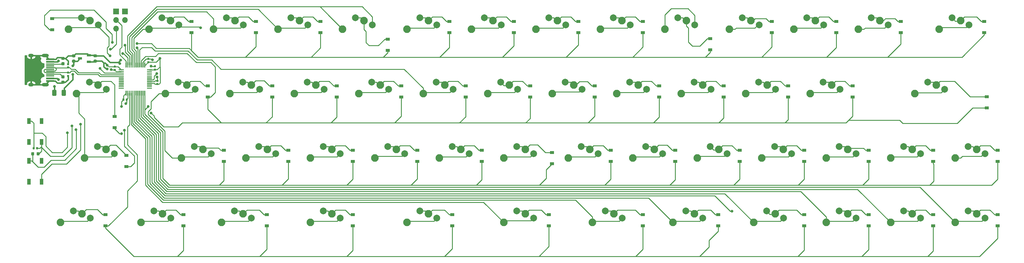
<source format=gbr>
G04 #@! TF.GenerationSoftware,KiCad,Pcbnew,(5.1.4-0-10_14)*
G04 #@! TF.CreationDate,2024-02-26T14:42:05+09:00*
G04 #@! TF.ProjectId,carry53-pcb,63617272-7935-4332-9d70-63622e6b6963,rev?*
G04 #@! TF.SameCoordinates,Original*
G04 #@! TF.FileFunction,Copper,L2,Bot*
G04 #@! TF.FilePolarity,Positive*
%FSLAX46Y46*%
G04 Gerber Fmt 4.6, Leading zero omitted, Abs format (unit mm)*
G04 Created by KiCad (PCBNEW (5.1.4-0-10_14)) date 2024-02-26 14:42:05*
%MOMM*%
%LPD*%
G04 APERTURE LIST*
%ADD10R,1.100000X1.800000*%
%ADD11C,2.250000*%
%ADD12C,2.000000*%
%ADD13O,1.600000X1.000000*%
%ADD14O,2.100000X1.000000*%
%ADD15R,2.450000X0.300000*%
%ADD16R,2.450000X0.600000*%
%ADD17R,1.220000X0.650000*%
%ADD18C,0.100000*%
%ADD19C,0.300000*%
%ADD20C,0.875000*%
%ADD21O,1.700000X1.700000*%
%ADD22R,1.700000X1.700000*%
%ADD23C,1.250000*%
%ADD24C,0.590000*%
%ADD25R,1.200000X0.900000*%
%ADD26C,0.800000*%
%ADD27C,0.250000*%
%ADD28C,0.381000*%
%ADD29C,0.254000*%
G04 APERTURE END LIST*
D10*
X16772500Y-54614500D03*
X13072500Y-48414500D03*
X13072500Y-54614500D03*
X16772500Y-48414500D03*
D11*
X58102500Y-59372500D03*
X64452500Y-56832500D03*
X27146250Y-40322500D03*
X33496250Y-37782500D03*
D12*
X30956250Y-36962500D03*
X35956250Y-39062500D03*
D11*
X105727500Y-21272500D03*
X112077500Y-18732500D03*
X24765000Y-21272500D03*
X31115000Y-18732500D03*
X48577500Y-21272500D03*
X54927500Y-18732500D03*
D12*
X278606250Y-36962500D03*
X283606250Y-39062500D03*
X171450000Y-36962500D03*
X176450000Y-39062500D03*
X57150000Y-36962500D03*
X62150000Y-39062500D03*
X76200000Y-36962500D03*
X81200000Y-39062500D03*
X223837500Y-17912500D03*
X228837500Y-20012500D03*
X242887500Y-17912500D03*
X247887500Y-20012500D03*
X147637500Y-17912500D03*
X152637500Y-20012500D03*
X166687500Y-17912500D03*
X171687500Y-20012500D03*
X90487500Y-17912500D03*
X95487500Y-20012500D03*
X52387500Y-17912500D03*
X57387500Y-20012500D03*
X109537500Y-17912500D03*
X114537500Y-20012500D03*
X33337500Y-56012500D03*
X38337500Y-58112500D03*
X190500000Y-36962500D03*
X195500000Y-39062500D03*
X95250000Y-36962500D03*
X100250000Y-39062500D03*
X261937500Y-17912500D03*
X266937500Y-20012500D03*
X185737500Y-17912500D03*
X190737500Y-20012500D03*
X114300000Y-36962500D03*
X119300000Y-39062500D03*
X285750000Y-17912500D03*
X290750000Y-20012500D03*
X209550000Y-36962500D03*
X214550000Y-39062500D03*
X61912500Y-56012500D03*
X66912500Y-58112500D03*
X176212500Y-56012500D03*
X181212500Y-58112500D03*
X157162500Y-56012500D03*
X162162500Y-58112500D03*
X271462500Y-56012500D03*
X276462500Y-58112500D03*
X128587500Y-75062500D03*
X133587500Y-77162500D03*
X252412500Y-75062500D03*
X257412500Y-77162500D03*
X157162500Y-75062500D03*
X162162500Y-77162500D03*
X271462500Y-75062500D03*
X276462500Y-77162500D03*
X290512500Y-56012500D03*
X295512500Y-58112500D03*
X80962500Y-56012500D03*
X85962500Y-58112500D03*
X195262500Y-56012500D03*
X200262500Y-58112500D03*
X26193750Y-75062500D03*
X31193750Y-77162500D03*
X183356250Y-75062500D03*
X188356250Y-77162500D03*
X290512500Y-75062500D03*
X295512500Y-77162500D03*
X228600000Y-36962500D03*
X233600000Y-39062500D03*
X100012500Y-56012500D03*
X105012500Y-58112500D03*
X214312500Y-56012500D03*
X219312500Y-58112500D03*
X50006250Y-75062500D03*
X55006250Y-77162500D03*
X207168750Y-75062500D03*
X212168750Y-77162500D03*
X133350000Y-36962500D03*
X138350000Y-39062500D03*
X247650000Y-36962500D03*
X252650000Y-39062500D03*
X119062500Y-56012500D03*
X124062500Y-58112500D03*
X233362500Y-56012500D03*
X238362500Y-58112500D03*
X73818750Y-75062500D03*
X78818750Y-77162500D03*
X230981250Y-75062500D03*
X235981250Y-77162500D03*
X100012500Y-75062500D03*
X105012500Y-77162500D03*
X252412500Y-56012500D03*
X257412500Y-58112500D03*
X138112500Y-56012500D03*
X143112500Y-58112500D03*
X152400000Y-36962500D03*
X157400000Y-39062500D03*
X204787500Y-17912500D03*
X209787500Y-20012500D03*
X128587500Y-17912500D03*
X133587500Y-20012500D03*
X76437500Y-20012500D03*
X71437500Y-17912500D03*
X28575000Y-17912500D03*
X33575000Y-20012500D03*
D11*
X274796250Y-40322500D03*
X281146250Y-37782500D03*
D13*
X13712500Y-29017500D03*
X13712500Y-37657500D03*
D14*
X17892500Y-29017500D03*
X17892500Y-37657500D03*
D15*
X19307500Y-33587500D03*
X19307500Y-33087500D03*
X19307500Y-32587500D03*
X19307500Y-34087500D03*
X19307500Y-32087500D03*
X19307500Y-34587500D03*
X19307500Y-31587500D03*
X19307500Y-35087500D03*
D16*
X19307500Y-35787500D03*
X19307500Y-30887500D03*
X19307500Y-36562500D03*
X19307500Y-30112500D03*
D17*
X28153500Y-29924500D03*
X30773500Y-30874500D03*
X30773500Y-28974500D03*
D18*
G36*
X47345851Y-31104861D02*
G01*
X47353132Y-31105941D01*
X47360271Y-31107729D01*
X47367201Y-31110209D01*
X47373855Y-31113356D01*
X47380168Y-31117140D01*
X47386079Y-31121524D01*
X47391533Y-31126467D01*
X47396476Y-31131921D01*
X47400860Y-31137832D01*
X47404644Y-31144145D01*
X47407791Y-31150799D01*
X47410271Y-31157729D01*
X47412059Y-31164868D01*
X47413139Y-31172149D01*
X47413500Y-31179500D01*
X47413500Y-32504500D01*
X47413139Y-32511851D01*
X47412059Y-32519132D01*
X47410271Y-32526271D01*
X47407791Y-32533201D01*
X47404644Y-32539855D01*
X47400860Y-32546168D01*
X47396476Y-32552079D01*
X47391533Y-32557533D01*
X47386079Y-32562476D01*
X47380168Y-32566860D01*
X47373855Y-32570644D01*
X47367201Y-32573791D01*
X47360271Y-32576271D01*
X47353132Y-32578059D01*
X47345851Y-32579139D01*
X47338500Y-32579500D01*
X47188500Y-32579500D01*
X47181149Y-32579139D01*
X47173868Y-32578059D01*
X47166729Y-32576271D01*
X47159799Y-32573791D01*
X47153145Y-32570644D01*
X47146832Y-32566860D01*
X47140921Y-32562476D01*
X47135467Y-32557533D01*
X47130524Y-32552079D01*
X47126140Y-32546168D01*
X47122356Y-32539855D01*
X47119209Y-32533201D01*
X47116729Y-32526271D01*
X47114941Y-32519132D01*
X47113861Y-32511851D01*
X47113500Y-32504500D01*
X47113500Y-31179500D01*
X47113861Y-31172149D01*
X47114941Y-31164868D01*
X47116729Y-31157729D01*
X47119209Y-31150799D01*
X47122356Y-31144145D01*
X47126140Y-31137832D01*
X47130524Y-31131921D01*
X47135467Y-31126467D01*
X47140921Y-31121524D01*
X47146832Y-31117140D01*
X47153145Y-31113356D01*
X47159799Y-31110209D01*
X47166729Y-31107729D01*
X47173868Y-31105941D01*
X47181149Y-31104861D01*
X47188500Y-31104500D01*
X47338500Y-31104500D01*
X47345851Y-31104861D01*
X47345851Y-31104861D01*
G37*
D19*
X47263500Y-31842000D03*
D18*
G36*
X46845851Y-31104861D02*
G01*
X46853132Y-31105941D01*
X46860271Y-31107729D01*
X46867201Y-31110209D01*
X46873855Y-31113356D01*
X46880168Y-31117140D01*
X46886079Y-31121524D01*
X46891533Y-31126467D01*
X46896476Y-31131921D01*
X46900860Y-31137832D01*
X46904644Y-31144145D01*
X46907791Y-31150799D01*
X46910271Y-31157729D01*
X46912059Y-31164868D01*
X46913139Y-31172149D01*
X46913500Y-31179500D01*
X46913500Y-32504500D01*
X46913139Y-32511851D01*
X46912059Y-32519132D01*
X46910271Y-32526271D01*
X46907791Y-32533201D01*
X46904644Y-32539855D01*
X46900860Y-32546168D01*
X46896476Y-32552079D01*
X46891533Y-32557533D01*
X46886079Y-32562476D01*
X46880168Y-32566860D01*
X46873855Y-32570644D01*
X46867201Y-32573791D01*
X46860271Y-32576271D01*
X46853132Y-32578059D01*
X46845851Y-32579139D01*
X46838500Y-32579500D01*
X46688500Y-32579500D01*
X46681149Y-32579139D01*
X46673868Y-32578059D01*
X46666729Y-32576271D01*
X46659799Y-32573791D01*
X46653145Y-32570644D01*
X46646832Y-32566860D01*
X46640921Y-32562476D01*
X46635467Y-32557533D01*
X46630524Y-32552079D01*
X46626140Y-32546168D01*
X46622356Y-32539855D01*
X46619209Y-32533201D01*
X46616729Y-32526271D01*
X46614941Y-32519132D01*
X46613861Y-32511851D01*
X46613500Y-32504500D01*
X46613500Y-31179500D01*
X46613861Y-31172149D01*
X46614941Y-31164868D01*
X46616729Y-31157729D01*
X46619209Y-31150799D01*
X46622356Y-31144145D01*
X46626140Y-31137832D01*
X46630524Y-31131921D01*
X46635467Y-31126467D01*
X46640921Y-31121524D01*
X46646832Y-31117140D01*
X46653145Y-31113356D01*
X46659799Y-31110209D01*
X46666729Y-31107729D01*
X46673868Y-31105941D01*
X46681149Y-31104861D01*
X46688500Y-31104500D01*
X46838500Y-31104500D01*
X46845851Y-31104861D01*
X46845851Y-31104861D01*
G37*
D19*
X46763500Y-31842000D03*
D18*
G36*
X46345851Y-31104861D02*
G01*
X46353132Y-31105941D01*
X46360271Y-31107729D01*
X46367201Y-31110209D01*
X46373855Y-31113356D01*
X46380168Y-31117140D01*
X46386079Y-31121524D01*
X46391533Y-31126467D01*
X46396476Y-31131921D01*
X46400860Y-31137832D01*
X46404644Y-31144145D01*
X46407791Y-31150799D01*
X46410271Y-31157729D01*
X46412059Y-31164868D01*
X46413139Y-31172149D01*
X46413500Y-31179500D01*
X46413500Y-32504500D01*
X46413139Y-32511851D01*
X46412059Y-32519132D01*
X46410271Y-32526271D01*
X46407791Y-32533201D01*
X46404644Y-32539855D01*
X46400860Y-32546168D01*
X46396476Y-32552079D01*
X46391533Y-32557533D01*
X46386079Y-32562476D01*
X46380168Y-32566860D01*
X46373855Y-32570644D01*
X46367201Y-32573791D01*
X46360271Y-32576271D01*
X46353132Y-32578059D01*
X46345851Y-32579139D01*
X46338500Y-32579500D01*
X46188500Y-32579500D01*
X46181149Y-32579139D01*
X46173868Y-32578059D01*
X46166729Y-32576271D01*
X46159799Y-32573791D01*
X46153145Y-32570644D01*
X46146832Y-32566860D01*
X46140921Y-32562476D01*
X46135467Y-32557533D01*
X46130524Y-32552079D01*
X46126140Y-32546168D01*
X46122356Y-32539855D01*
X46119209Y-32533201D01*
X46116729Y-32526271D01*
X46114941Y-32519132D01*
X46113861Y-32511851D01*
X46113500Y-32504500D01*
X46113500Y-31179500D01*
X46113861Y-31172149D01*
X46114941Y-31164868D01*
X46116729Y-31157729D01*
X46119209Y-31150799D01*
X46122356Y-31144145D01*
X46126140Y-31137832D01*
X46130524Y-31131921D01*
X46135467Y-31126467D01*
X46140921Y-31121524D01*
X46146832Y-31117140D01*
X46153145Y-31113356D01*
X46159799Y-31110209D01*
X46166729Y-31107729D01*
X46173868Y-31105941D01*
X46181149Y-31104861D01*
X46188500Y-31104500D01*
X46338500Y-31104500D01*
X46345851Y-31104861D01*
X46345851Y-31104861D01*
G37*
D19*
X46263500Y-31842000D03*
D18*
G36*
X45845851Y-31104861D02*
G01*
X45853132Y-31105941D01*
X45860271Y-31107729D01*
X45867201Y-31110209D01*
X45873855Y-31113356D01*
X45880168Y-31117140D01*
X45886079Y-31121524D01*
X45891533Y-31126467D01*
X45896476Y-31131921D01*
X45900860Y-31137832D01*
X45904644Y-31144145D01*
X45907791Y-31150799D01*
X45910271Y-31157729D01*
X45912059Y-31164868D01*
X45913139Y-31172149D01*
X45913500Y-31179500D01*
X45913500Y-32504500D01*
X45913139Y-32511851D01*
X45912059Y-32519132D01*
X45910271Y-32526271D01*
X45907791Y-32533201D01*
X45904644Y-32539855D01*
X45900860Y-32546168D01*
X45896476Y-32552079D01*
X45891533Y-32557533D01*
X45886079Y-32562476D01*
X45880168Y-32566860D01*
X45873855Y-32570644D01*
X45867201Y-32573791D01*
X45860271Y-32576271D01*
X45853132Y-32578059D01*
X45845851Y-32579139D01*
X45838500Y-32579500D01*
X45688500Y-32579500D01*
X45681149Y-32579139D01*
X45673868Y-32578059D01*
X45666729Y-32576271D01*
X45659799Y-32573791D01*
X45653145Y-32570644D01*
X45646832Y-32566860D01*
X45640921Y-32562476D01*
X45635467Y-32557533D01*
X45630524Y-32552079D01*
X45626140Y-32546168D01*
X45622356Y-32539855D01*
X45619209Y-32533201D01*
X45616729Y-32526271D01*
X45614941Y-32519132D01*
X45613861Y-32511851D01*
X45613500Y-32504500D01*
X45613500Y-31179500D01*
X45613861Y-31172149D01*
X45614941Y-31164868D01*
X45616729Y-31157729D01*
X45619209Y-31150799D01*
X45622356Y-31144145D01*
X45626140Y-31137832D01*
X45630524Y-31131921D01*
X45635467Y-31126467D01*
X45640921Y-31121524D01*
X45646832Y-31117140D01*
X45653145Y-31113356D01*
X45659799Y-31110209D01*
X45666729Y-31107729D01*
X45673868Y-31105941D01*
X45681149Y-31104861D01*
X45688500Y-31104500D01*
X45838500Y-31104500D01*
X45845851Y-31104861D01*
X45845851Y-31104861D01*
G37*
D19*
X45763500Y-31842000D03*
D18*
G36*
X45345851Y-31104861D02*
G01*
X45353132Y-31105941D01*
X45360271Y-31107729D01*
X45367201Y-31110209D01*
X45373855Y-31113356D01*
X45380168Y-31117140D01*
X45386079Y-31121524D01*
X45391533Y-31126467D01*
X45396476Y-31131921D01*
X45400860Y-31137832D01*
X45404644Y-31144145D01*
X45407791Y-31150799D01*
X45410271Y-31157729D01*
X45412059Y-31164868D01*
X45413139Y-31172149D01*
X45413500Y-31179500D01*
X45413500Y-32504500D01*
X45413139Y-32511851D01*
X45412059Y-32519132D01*
X45410271Y-32526271D01*
X45407791Y-32533201D01*
X45404644Y-32539855D01*
X45400860Y-32546168D01*
X45396476Y-32552079D01*
X45391533Y-32557533D01*
X45386079Y-32562476D01*
X45380168Y-32566860D01*
X45373855Y-32570644D01*
X45367201Y-32573791D01*
X45360271Y-32576271D01*
X45353132Y-32578059D01*
X45345851Y-32579139D01*
X45338500Y-32579500D01*
X45188500Y-32579500D01*
X45181149Y-32579139D01*
X45173868Y-32578059D01*
X45166729Y-32576271D01*
X45159799Y-32573791D01*
X45153145Y-32570644D01*
X45146832Y-32566860D01*
X45140921Y-32562476D01*
X45135467Y-32557533D01*
X45130524Y-32552079D01*
X45126140Y-32546168D01*
X45122356Y-32539855D01*
X45119209Y-32533201D01*
X45116729Y-32526271D01*
X45114941Y-32519132D01*
X45113861Y-32511851D01*
X45113500Y-32504500D01*
X45113500Y-31179500D01*
X45113861Y-31172149D01*
X45114941Y-31164868D01*
X45116729Y-31157729D01*
X45119209Y-31150799D01*
X45122356Y-31144145D01*
X45126140Y-31137832D01*
X45130524Y-31131921D01*
X45135467Y-31126467D01*
X45140921Y-31121524D01*
X45146832Y-31117140D01*
X45153145Y-31113356D01*
X45159799Y-31110209D01*
X45166729Y-31107729D01*
X45173868Y-31105941D01*
X45181149Y-31104861D01*
X45188500Y-31104500D01*
X45338500Y-31104500D01*
X45345851Y-31104861D01*
X45345851Y-31104861D01*
G37*
D19*
X45263500Y-31842000D03*
D18*
G36*
X44845851Y-31104861D02*
G01*
X44853132Y-31105941D01*
X44860271Y-31107729D01*
X44867201Y-31110209D01*
X44873855Y-31113356D01*
X44880168Y-31117140D01*
X44886079Y-31121524D01*
X44891533Y-31126467D01*
X44896476Y-31131921D01*
X44900860Y-31137832D01*
X44904644Y-31144145D01*
X44907791Y-31150799D01*
X44910271Y-31157729D01*
X44912059Y-31164868D01*
X44913139Y-31172149D01*
X44913500Y-31179500D01*
X44913500Y-32504500D01*
X44913139Y-32511851D01*
X44912059Y-32519132D01*
X44910271Y-32526271D01*
X44907791Y-32533201D01*
X44904644Y-32539855D01*
X44900860Y-32546168D01*
X44896476Y-32552079D01*
X44891533Y-32557533D01*
X44886079Y-32562476D01*
X44880168Y-32566860D01*
X44873855Y-32570644D01*
X44867201Y-32573791D01*
X44860271Y-32576271D01*
X44853132Y-32578059D01*
X44845851Y-32579139D01*
X44838500Y-32579500D01*
X44688500Y-32579500D01*
X44681149Y-32579139D01*
X44673868Y-32578059D01*
X44666729Y-32576271D01*
X44659799Y-32573791D01*
X44653145Y-32570644D01*
X44646832Y-32566860D01*
X44640921Y-32562476D01*
X44635467Y-32557533D01*
X44630524Y-32552079D01*
X44626140Y-32546168D01*
X44622356Y-32539855D01*
X44619209Y-32533201D01*
X44616729Y-32526271D01*
X44614941Y-32519132D01*
X44613861Y-32511851D01*
X44613500Y-32504500D01*
X44613500Y-31179500D01*
X44613861Y-31172149D01*
X44614941Y-31164868D01*
X44616729Y-31157729D01*
X44619209Y-31150799D01*
X44622356Y-31144145D01*
X44626140Y-31137832D01*
X44630524Y-31131921D01*
X44635467Y-31126467D01*
X44640921Y-31121524D01*
X44646832Y-31117140D01*
X44653145Y-31113356D01*
X44659799Y-31110209D01*
X44666729Y-31107729D01*
X44673868Y-31105941D01*
X44681149Y-31104861D01*
X44688500Y-31104500D01*
X44838500Y-31104500D01*
X44845851Y-31104861D01*
X44845851Y-31104861D01*
G37*
D19*
X44763500Y-31842000D03*
D18*
G36*
X44345851Y-31104861D02*
G01*
X44353132Y-31105941D01*
X44360271Y-31107729D01*
X44367201Y-31110209D01*
X44373855Y-31113356D01*
X44380168Y-31117140D01*
X44386079Y-31121524D01*
X44391533Y-31126467D01*
X44396476Y-31131921D01*
X44400860Y-31137832D01*
X44404644Y-31144145D01*
X44407791Y-31150799D01*
X44410271Y-31157729D01*
X44412059Y-31164868D01*
X44413139Y-31172149D01*
X44413500Y-31179500D01*
X44413500Y-32504500D01*
X44413139Y-32511851D01*
X44412059Y-32519132D01*
X44410271Y-32526271D01*
X44407791Y-32533201D01*
X44404644Y-32539855D01*
X44400860Y-32546168D01*
X44396476Y-32552079D01*
X44391533Y-32557533D01*
X44386079Y-32562476D01*
X44380168Y-32566860D01*
X44373855Y-32570644D01*
X44367201Y-32573791D01*
X44360271Y-32576271D01*
X44353132Y-32578059D01*
X44345851Y-32579139D01*
X44338500Y-32579500D01*
X44188500Y-32579500D01*
X44181149Y-32579139D01*
X44173868Y-32578059D01*
X44166729Y-32576271D01*
X44159799Y-32573791D01*
X44153145Y-32570644D01*
X44146832Y-32566860D01*
X44140921Y-32562476D01*
X44135467Y-32557533D01*
X44130524Y-32552079D01*
X44126140Y-32546168D01*
X44122356Y-32539855D01*
X44119209Y-32533201D01*
X44116729Y-32526271D01*
X44114941Y-32519132D01*
X44113861Y-32511851D01*
X44113500Y-32504500D01*
X44113500Y-31179500D01*
X44113861Y-31172149D01*
X44114941Y-31164868D01*
X44116729Y-31157729D01*
X44119209Y-31150799D01*
X44122356Y-31144145D01*
X44126140Y-31137832D01*
X44130524Y-31131921D01*
X44135467Y-31126467D01*
X44140921Y-31121524D01*
X44146832Y-31117140D01*
X44153145Y-31113356D01*
X44159799Y-31110209D01*
X44166729Y-31107729D01*
X44173868Y-31105941D01*
X44181149Y-31104861D01*
X44188500Y-31104500D01*
X44338500Y-31104500D01*
X44345851Y-31104861D01*
X44345851Y-31104861D01*
G37*
D19*
X44263500Y-31842000D03*
D18*
G36*
X43845851Y-31104861D02*
G01*
X43853132Y-31105941D01*
X43860271Y-31107729D01*
X43867201Y-31110209D01*
X43873855Y-31113356D01*
X43880168Y-31117140D01*
X43886079Y-31121524D01*
X43891533Y-31126467D01*
X43896476Y-31131921D01*
X43900860Y-31137832D01*
X43904644Y-31144145D01*
X43907791Y-31150799D01*
X43910271Y-31157729D01*
X43912059Y-31164868D01*
X43913139Y-31172149D01*
X43913500Y-31179500D01*
X43913500Y-32504500D01*
X43913139Y-32511851D01*
X43912059Y-32519132D01*
X43910271Y-32526271D01*
X43907791Y-32533201D01*
X43904644Y-32539855D01*
X43900860Y-32546168D01*
X43896476Y-32552079D01*
X43891533Y-32557533D01*
X43886079Y-32562476D01*
X43880168Y-32566860D01*
X43873855Y-32570644D01*
X43867201Y-32573791D01*
X43860271Y-32576271D01*
X43853132Y-32578059D01*
X43845851Y-32579139D01*
X43838500Y-32579500D01*
X43688500Y-32579500D01*
X43681149Y-32579139D01*
X43673868Y-32578059D01*
X43666729Y-32576271D01*
X43659799Y-32573791D01*
X43653145Y-32570644D01*
X43646832Y-32566860D01*
X43640921Y-32562476D01*
X43635467Y-32557533D01*
X43630524Y-32552079D01*
X43626140Y-32546168D01*
X43622356Y-32539855D01*
X43619209Y-32533201D01*
X43616729Y-32526271D01*
X43614941Y-32519132D01*
X43613861Y-32511851D01*
X43613500Y-32504500D01*
X43613500Y-31179500D01*
X43613861Y-31172149D01*
X43614941Y-31164868D01*
X43616729Y-31157729D01*
X43619209Y-31150799D01*
X43622356Y-31144145D01*
X43626140Y-31137832D01*
X43630524Y-31131921D01*
X43635467Y-31126467D01*
X43640921Y-31121524D01*
X43646832Y-31117140D01*
X43653145Y-31113356D01*
X43659799Y-31110209D01*
X43666729Y-31107729D01*
X43673868Y-31105941D01*
X43681149Y-31104861D01*
X43688500Y-31104500D01*
X43838500Y-31104500D01*
X43845851Y-31104861D01*
X43845851Y-31104861D01*
G37*
D19*
X43763500Y-31842000D03*
D18*
G36*
X43345851Y-31104861D02*
G01*
X43353132Y-31105941D01*
X43360271Y-31107729D01*
X43367201Y-31110209D01*
X43373855Y-31113356D01*
X43380168Y-31117140D01*
X43386079Y-31121524D01*
X43391533Y-31126467D01*
X43396476Y-31131921D01*
X43400860Y-31137832D01*
X43404644Y-31144145D01*
X43407791Y-31150799D01*
X43410271Y-31157729D01*
X43412059Y-31164868D01*
X43413139Y-31172149D01*
X43413500Y-31179500D01*
X43413500Y-32504500D01*
X43413139Y-32511851D01*
X43412059Y-32519132D01*
X43410271Y-32526271D01*
X43407791Y-32533201D01*
X43404644Y-32539855D01*
X43400860Y-32546168D01*
X43396476Y-32552079D01*
X43391533Y-32557533D01*
X43386079Y-32562476D01*
X43380168Y-32566860D01*
X43373855Y-32570644D01*
X43367201Y-32573791D01*
X43360271Y-32576271D01*
X43353132Y-32578059D01*
X43345851Y-32579139D01*
X43338500Y-32579500D01*
X43188500Y-32579500D01*
X43181149Y-32579139D01*
X43173868Y-32578059D01*
X43166729Y-32576271D01*
X43159799Y-32573791D01*
X43153145Y-32570644D01*
X43146832Y-32566860D01*
X43140921Y-32562476D01*
X43135467Y-32557533D01*
X43130524Y-32552079D01*
X43126140Y-32546168D01*
X43122356Y-32539855D01*
X43119209Y-32533201D01*
X43116729Y-32526271D01*
X43114941Y-32519132D01*
X43113861Y-32511851D01*
X43113500Y-32504500D01*
X43113500Y-31179500D01*
X43113861Y-31172149D01*
X43114941Y-31164868D01*
X43116729Y-31157729D01*
X43119209Y-31150799D01*
X43122356Y-31144145D01*
X43126140Y-31137832D01*
X43130524Y-31131921D01*
X43135467Y-31126467D01*
X43140921Y-31121524D01*
X43146832Y-31117140D01*
X43153145Y-31113356D01*
X43159799Y-31110209D01*
X43166729Y-31107729D01*
X43173868Y-31105941D01*
X43181149Y-31104861D01*
X43188500Y-31104500D01*
X43338500Y-31104500D01*
X43345851Y-31104861D01*
X43345851Y-31104861D01*
G37*
D19*
X43263500Y-31842000D03*
D18*
G36*
X42845851Y-31104861D02*
G01*
X42853132Y-31105941D01*
X42860271Y-31107729D01*
X42867201Y-31110209D01*
X42873855Y-31113356D01*
X42880168Y-31117140D01*
X42886079Y-31121524D01*
X42891533Y-31126467D01*
X42896476Y-31131921D01*
X42900860Y-31137832D01*
X42904644Y-31144145D01*
X42907791Y-31150799D01*
X42910271Y-31157729D01*
X42912059Y-31164868D01*
X42913139Y-31172149D01*
X42913500Y-31179500D01*
X42913500Y-32504500D01*
X42913139Y-32511851D01*
X42912059Y-32519132D01*
X42910271Y-32526271D01*
X42907791Y-32533201D01*
X42904644Y-32539855D01*
X42900860Y-32546168D01*
X42896476Y-32552079D01*
X42891533Y-32557533D01*
X42886079Y-32562476D01*
X42880168Y-32566860D01*
X42873855Y-32570644D01*
X42867201Y-32573791D01*
X42860271Y-32576271D01*
X42853132Y-32578059D01*
X42845851Y-32579139D01*
X42838500Y-32579500D01*
X42688500Y-32579500D01*
X42681149Y-32579139D01*
X42673868Y-32578059D01*
X42666729Y-32576271D01*
X42659799Y-32573791D01*
X42653145Y-32570644D01*
X42646832Y-32566860D01*
X42640921Y-32562476D01*
X42635467Y-32557533D01*
X42630524Y-32552079D01*
X42626140Y-32546168D01*
X42622356Y-32539855D01*
X42619209Y-32533201D01*
X42616729Y-32526271D01*
X42614941Y-32519132D01*
X42613861Y-32511851D01*
X42613500Y-32504500D01*
X42613500Y-31179500D01*
X42613861Y-31172149D01*
X42614941Y-31164868D01*
X42616729Y-31157729D01*
X42619209Y-31150799D01*
X42622356Y-31144145D01*
X42626140Y-31137832D01*
X42630524Y-31131921D01*
X42635467Y-31126467D01*
X42640921Y-31121524D01*
X42646832Y-31117140D01*
X42653145Y-31113356D01*
X42659799Y-31110209D01*
X42666729Y-31107729D01*
X42673868Y-31105941D01*
X42681149Y-31104861D01*
X42688500Y-31104500D01*
X42838500Y-31104500D01*
X42845851Y-31104861D01*
X42845851Y-31104861D01*
G37*
D19*
X42763500Y-31842000D03*
D18*
G36*
X42345851Y-31104861D02*
G01*
X42353132Y-31105941D01*
X42360271Y-31107729D01*
X42367201Y-31110209D01*
X42373855Y-31113356D01*
X42380168Y-31117140D01*
X42386079Y-31121524D01*
X42391533Y-31126467D01*
X42396476Y-31131921D01*
X42400860Y-31137832D01*
X42404644Y-31144145D01*
X42407791Y-31150799D01*
X42410271Y-31157729D01*
X42412059Y-31164868D01*
X42413139Y-31172149D01*
X42413500Y-31179500D01*
X42413500Y-32504500D01*
X42413139Y-32511851D01*
X42412059Y-32519132D01*
X42410271Y-32526271D01*
X42407791Y-32533201D01*
X42404644Y-32539855D01*
X42400860Y-32546168D01*
X42396476Y-32552079D01*
X42391533Y-32557533D01*
X42386079Y-32562476D01*
X42380168Y-32566860D01*
X42373855Y-32570644D01*
X42367201Y-32573791D01*
X42360271Y-32576271D01*
X42353132Y-32578059D01*
X42345851Y-32579139D01*
X42338500Y-32579500D01*
X42188500Y-32579500D01*
X42181149Y-32579139D01*
X42173868Y-32578059D01*
X42166729Y-32576271D01*
X42159799Y-32573791D01*
X42153145Y-32570644D01*
X42146832Y-32566860D01*
X42140921Y-32562476D01*
X42135467Y-32557533D01*
X42130524Y-32552079D01*
X42126140Y-32546168D01*
X42122356Y-32539855D01*
X42119209Y-32533201D01*
X42116729Y-32526271D01*
X42114941Y-32519132D01*
X42113861Y-32511851D01*
X42113500Y-32504500D01*
X42113500Y-31179500D01*
X42113861Y-31172149D01*
X42114941Y-31164868D01*
X42116729Y-31157729D01*
X42119209Y-31150799D01*
X42122356Y-31144145D01*
X42126140Y-31137832D01*
X42130524Y-31131921D01*
X42135467Y-31126467D01*
X42140921Y-31121524D01*
X42146832Y-31117140D01*
X42153145Y-31113356D01*
X42159799Y-31110209D01*
X42166729Y-31107729D01*
X42173868Y-31105941D01*
X42181149Y-31104861D01*
X42188500Y-31104500D01*
X42338500Y-31104500D01*
X42345851Y-31104861D01*
X42345851Y-31104861D01*
G37*
D19*
X42263500Y-31842000D03*
D18*
G36*
X41845851Y-31104861D02*
G01*
X41853132Y-31105941D01*
X41860271Y-31107729D01*
X41867201Y-31110209D01*
X41873855Y-31113356D01*
X41880168Y-31117140D01*
X41886079Y-31121524D01*
X41891533Y-31126467D01*
X41896476Y-31131921D01*
X41900860Y-31137832D01*
X41904644Y-31144145D01*
X41907791Y-31150799D01*
X41910271Y-31157729D01*
X41912059Y-31164868D01*
X41913139Y-31172149D01*
X41913500Y-31179500D01*
X41913500Y-32504500D01*
X41913139Y-32511851D01*
X41912059Y-32519132D01*
X41910271Y-32526271D01*
X41907791Y-32533201D01*
X41904644Y-32539855D01*
X41900860Y-32546168D01*
X41896476Y-32552079D01*
X41891533Y-32557533D01*
X41886079Y-32562476D01*
X41880168Y-32566860D01*
X41873855Y-32570644D01*
X41867201Y-32573791D01*
X41860271Y-32576271D01*
X41853132Y-32578059D01*
X41845851Y-32579139D01*
X41838500Y-32579500D01*
X41688500Y-32579500D01*
X41681149Y-32579139D01*
X41673868Y-32578059D01*
X41666729Y-32576271D01*
X41659799Y-32573791D01*
X41653145Y-32570644D01*
X41646832Y-32566860D01*
X41640921Y-32562476D01*
X41635467Y-32557533D01*
X41630524Y-32552079D01*
X41626140Y-32546168D01*
X41622356Y-32539855D01*
X41619209Y-32533201D01*
X41616729Y-32526271D01*
X41614941Y-32519132D01*
X41613861Y-32511851D01*
X41613500Y-32504500D01*
X41613500Y-31179500D01*
X41613861Y-31172149D01*
X41614941Y-31164868D01*
X41616729Y-31157729D01*
X41619209Y-31150799D01*
X41622356Y-31144145D01*
X41626140Y-31137832D01*
X41630524Y-31131921D01*
X41635467Y-31126467D01*
X41640921Y-31121524D01*
X41646832Y-31117140D01*
X41653145Y-31113356D01*
X41659799Y-31110209D01*
X41666729Y-31107729D01*
X41673868Y-31105941D01*
X41681149Y-31104861D01*
X41688500Y-31104500D01*
X41838500Y-31104500D01*
X41845851Y-31104861D01*
X41845851Y-31104861D01*
G37*
D19*
X41763500Y-31842000D03*
D18*
G36*
X41020851Y-33104861D02*
G01*
X41028132Y-33105941D01*
X41035271Y-33107729D01*
X41042201Y-33110209D01*
X41048855Y-33113356D01*
X41055168Y-33117140D01*
X41061079Y-33121524D01*
X41066533Y-33126467D01*
X41071476Y-33131921D01*
X41075860Y-33137832D01*
X41079644Y-33144145D01*
X41082791Y-33150799D01*
X41085271Y-33157729D01*
X41087059Y-33164868D01*
X41088139Y-33172149D01*
X41088500Y-33179500D01*
X41088500Y-33329500D01*
X41088139Y-33336851D01*
X41087059Y-33344132D01*
X41085271Y-33351271D01*
X41082791Y-33358201D01*
X41079644Y-33364855D01*
X41075860Y-33371168D01*
X41071476Y-33377079D01*
X41066533Y-33382533D01*
X41061079Y-33387476D01*
X41055168Y-33391860D01*
X41048855Y-33395644D01*
X41042201Y-33398791D01*
X41035271Y-33401271D01*
X41028132Y-33403059D01*
X41020851Y-33404139D01*
X41013500Y-33404500D01*
X39688500Y-33404500D01*
X39681149Y-33404139D01*
X39673868Y-33403059D01*
X39666729Y-33401271D01*
X39659799Y-33398791D01*
X39653145Y-33395644D01*
X39646832Y-33391860D01*
X39640921Y-33387476D01*
X39635467Y-33382533D01*
X39630524Y-33377079D01*
X39626140Y-33371168D01*
X39622356Y-33364855D01*
X39619209Y-33358201D01*
X39616729Y-33351271D01*
X39614941Y-33344132D01*
X39613861Y-33336851D01*
X39613500Y-33329500D01*
X39613500Y-33179500D01*
X39613861Y-33172149D01*
X39614941Y-33164868D01*
X39616729Y-33157729D01*
X39619209Y-33150799D01*
X39622356Y-33144145D01*
X39626140Y-33137832D01*
X39630524Y-33131921D01*
X39635467Y-33126467D01*
X39640921Y-33121524D01*
X39646832Y-33117140D01*
X39653145Y-33113356D01*
X39659799Y-33110209D01*
X39666729Y-33107729D01*
X39673868Y-33105941D01*
X39681149Y-33104861D01*
X39688500Y-33104500D01*
X41013500Y-33104500D01*
X41020851Y-33104861D01*
X41020851Y-33104861D01*
G37*
D19*
X40351000Y-33254500D03*
D18*
G36*
X41020851Y-33604861D02*
G01*
X41028132Y-33605941D01*
X41035271Y-33607729D01*
X41042201Y-33610209D01*
X41048855Y-33613356D01*
X41055168Y-33617140D01*
X41061079Y-33621524D01*
X41066533Y-33626467D01*
X41071476Y-33631921D01*
X41075860Y-33637832D01*
X41079644Y-33644145D01*
X41082791Y-33650799D01*
X41085271Y-33657729D01*
X41087059Y-33664868D01*
X41088139Y-33672149D01*
X41088500Y-33679500D01*
X41088500Y-33829500D01*
X41088139Y-33836851D01*
X41087059Y-33844132D01*
X41085271Y-33851271D01*
X41082791Y-33858201D01*
X41079644Y-33864855D01*
X41075860Y-33871168D01*
X41071476Y-33877079D01*
X41066533Y-33882533D01*
X41061079Y-33887476D01*
X41055168Y-33891860D01*
X41048855Y-33895644D01*
X41042201Y-33898791D01*
X41035271Y-33901271D01*
X41028132Y-33903059D01*
X41020851Y-33904139D01*
X41013500Y-33904500D01*
X39688500Y-33904500D01*
X39681149Y-33904139D01*
X39673868Y-33903059D01*
X39666729Y-33901271D01*
X39659799Y-33898791D01*
X39653145Y-33895644D01*
X39646832Y-33891860D01*
X39640921Y-33887476D01*
X39635467Y-33882533D01*
X39630524Y-33877079D01*
X39626140Y-33871168D01*
X39622356Y-33864855D01*
X39619209Y-33858201D01*
X39616729Y-33851271D01*
X39614941Y-33844132D01*
X39613861Y-33836851D01*
X39613500Y-33829500D01*
X39613500Y-33679500D01*
X39613861Y-33672149D01*
X39614941Y-33664868D01*
X39616729Y-33657729D01*
X39619209Y-33650799D01*
X39622356Y-33644145D01*
X39626140Y-33637832D01*
X39630524Y-33631921D01*
X39635467Y-33626467D01*
X39640921Y-33621524D01*
X39646832Y-33617140D01*
X39653145Y-33613356D01*
X39659799Y-33610209D01*
X39666729Y-33607729D01*
X39673868Y-33605941D01*
X39681149Y-33604861D01*
X39688500Y-33604500D01*
X41013500Y-33604500D01*
X41020851Y-33604861D01*
X41020851Y-33604861D01*
G37*
D19*
X40351000Y-33754500D03*
D18*
G36*
X41020851Y-34104861D02*
G01*
X41028132Y-34105941D01*
X41035271Y-34107729D01*
X41042201Y-34110209D01*
X41048855Y-34113356D01*
X41055168Y-34117140D01*
X41061079Y-34121524D01*
X41066533Y-34126467D01*
X41071476Y-34131921D01*
X41075860Y-34137832D01*
X41079644Y-34144145D01*
X41082791Y-34150799D01*
X41085271Y-34157729D01*
X41087059Y-34164868D01*
X41088139Y-34172149D01*
X41088500Y-34179500D01*
X41088500Y-34329500D01*
X41088139Y-34336851D01*
X41087059Y-34344132D01*
X41085271Y-34351271D01*
X41082791Y-34358201D01*
X41079644Y-34364855D01*
X41075860Y-34371168D01*
X41071476Y-34377079D01*
X41066533Y-34382533D01*
X41061079Y-34387476D01*
X41055168Y-34391860D01*
X41048855Y-34395644D01*
X41042201Y-34398791D01*
X41035271Y-34401271D01*
X41028132Y-34403059D01*
X41020851Y-34404139D01*
X41013500Y-34404500D01*
X39688500Y-34404500D01*
X39681149Y-34404139D01*
X39673868Y-34403059D01*
X39666729Y-34401271D01*
X39659799Y-34398791D01*
X39653145Y-34395644D01*
X39646832Y-34391860D01*
X39640921Y-34387476D01*
X39635467Y-34382533D01*
X39630524Y-34377079D01*
X39626140Y-34371168D01*
X39622356Y-34364855D01*
X39619209Y-34358201D01*
X39616729Y-34351271D01*
X39614941Y-34344132D01*
X39613861Y-34336851D01*
X39613500Y-34329500D01*
X39613500Y-34179500D01*
X39613861Y-34172149D01*
X39614941Y-34164868D01*
X39616729Y-34157729D01*
X39619209Y-34150799D01*
X39622356Y-34144145D01*
X39626140Y-34137832D01*
X39630524Y-34131921D01*
X39635467Y-34126467D01*
X39640921Y-34121524D01*
X39646832Y-34117140D01*
X39653145Y-34113356D01*
X39659799Y-34110209D01*
X39666729Y-34107729D01*
X39673868Y-34105941D01*
X39681149Y-34104861D01*
X39688500Y-34104500D01*
X41013500Y-34104500D01*
X41020851Y-34104861D01*
X41020851Y-34104861D01*
G37*
D19*
X40351000Y-34254500D03*
D18*
G36*
X41020851Y-34604861D02*
G01*
X41028132Y-34605941D01*
X41035271Y-34607729D01*
X41042201Y-34610209D01*
X41048855Y-34613356D01*
X41055168Y-34617140D01*
X41061079Y-34621524D01*
X41066533Y-34626467D01*
X41071476Y-34631921D01*
X41075860Y-34637832D01*
X41079644Y-34644145D01*
X41082791Y-34650799D01*
X41085271Y-34657729D01*
X41087059Y-34664868D01*
X41088139Y-34672149D01*
X41088500Y-34679500D01*
X41088500Y-34829500D01*
X41088139Y-34836851D01*
X41087059Y-34844132D01*
X41085271Y-34851271D01*
X41082791Y-34858201D01*
X41079644Y-34864855D01*
X41075860Y-34871168D01*
X41071476Y-34877079D01*
X41066533Y-34882533D01*
X41061079Y-34887476D01*
X41055168Y-34891860D01*
X41048855Y-34895644D01*
X41042201Y-34898791D01*
X41035271Y-34901271D01*
X41028132Y-34903059D01*
X41020851Y-34904139D01*
X41013500Y-34904500D01*
X39688500Y-34904500D01*
X39681149Y-34904139D01*
X39673868Y-34903059D01*
X39666729Y-34901271D01*
X39659799Y-34898791D01*
X39653145Y-34895644D01*
X39646832Y-34891860D01*
X39640921Y-34887476D01*
X39635467Y-34882533D01*
X39630524Y-34877079D01*
X39626140Y-34871168D01*
X39622356Y-34864855D01*
X39619209Y-34858201D01*
X39616729Y-34851271D01*
X39614941Y-34844132D01*
X39613861Y-34836851D01*
X39613500Y-34829500D01*
X39613500Y-34679500D01*
X39613861Y-34672149D01*
X39614941Y-34664868D01*
X39616729Y-34657729D01*
X39619209Y-34650799D01*
X39622356Y-34644145D01*
X39626140Y-34637832D01*
X39630524Y-34631921D01*
X39635467Y-34626467D01*
X39640921Y-34621524D01*
X39646832Y-34617140D01*
X39653145Y-34613356D01*
X39659799Y-34610209D01*
X39666729Y-34607729D01*
X39673868Y-34605941D01*
X39681149Y-34604861D01*
X39688500Y-34604500D01*
X41013500Y-34604500D01*
X41020851Y-34604861D01*
X41020851Y-34604861D01*
G37*
D19*
X40351000Y-34754500D03*
D18*
G36*
X41020851Y-35104861D02*
G01*
X41028132Y-35105941D01*
X41035271Y-35107729D01*
X41042201Y-35110209D01*
X41048855Y-35113356D01*
X41055168Y-35117140D01*
X41061079Y-35121524D01*
X41066533Y-35126467D01*
X41071476Y-35131921D01*
X41075860Y-35137832D01*
X41079644Y-35144145D01*
X41082791Y-35150799D01*
X41085271Y-35157729D01*
X41087059Y-35164868D01*
X41088139Y-35172149D01*
X41088500Y-35179500D01*
X41088500Y-35329500D01*
X41088139Y-35336851D01*
X41087059Y-35344132D01*
X41085271Y-35351271D01*
X41082791Y-35358201D01*
X41079644Y-35364855D01*
X41075860Y-35371168D01*
X41071476Y-35377079D01*
X41066533Y-35382533D01*
X41061079Y-35387476D01*
X41055168Y-35391860D01*
X41048855Y-35395644D01*
X41042201Y-35398791D01*
X41035271Y-35401271D01*
X41028132Y-35403059D01*
X41020851Y-35404139D01*
X41013500Y-35404500D01*
X39688500Y-35404500D01*
X39681149Y-35404139D01*
X39673868Y-35403059D01*
X39666729Y-35401271D01*
X39659799Y-35398791D01*
X39653145Y-35395644D01*
X39646832Y-35391860D01*
X39640921Y-35387476D01*
X39635467Y-35382533D01*
X39630524Y-35377079D01*
X39626140Y-35371168D01*
X39622356Y-35364855D01*
X39619209Y-35358201D01*
X39616729Y-35351271D01*
X39614941Y-35344132D01*
X39613861Y-35336851D01*
X39613500Y-35329500D01*
X39613500Y-35179500D01*
X39613861Y-35172149D01*
X39614941Y-35164868D01*
X39616729Y-35157729D01*
X39619209Y-35150799D01*
X39622356Y-35144145D01*
X39626140Y-35137832D01*
X39630524Y-35131921D01*
X39635467Y-35126467D01*
X39640921Y-35121524D01*
X39646832Y-35117140D01*
X39653145Y-35113356D01*
X39659799Y-35110209D01*
X39666729Y-35107729D01*
X39673868Y-35105941D01*
X39681149Y-35104861D01*
X39688500Y-35104500D01*
X41013500Y-35104500D01*
X41020851Y-35104861D01*
X41020851Y-35104861D01*
G37*
D19*
X40351000Y-35254500D03*
D18*
G36*
X41020851Y-35604861D02*
G01*
X41028132Y-35605941D01*
X41035271Y-35607729D01*
X41042201Y-35610209D01*
X41048855Y-35613356D01*
X41055168Y-35617140D01*
X41061079Y-35621524D01*
X41066533Y-35626467D01*
X41071476Y-35631921D01*
X41075860Y-35637832D01*
X41079644Y-35644145D01*
X41082791Y-35650799D01*
X41085271Y-35657729D01*
X41087059Y-35664868D01*
X41088139Y-35672149D01*
X41088500Y-35679500D01*
X41088500Y-35829500D01*
X41088139Y-35836851D01*
X41087059Y-35844132D01*
X41085271Y-35851271D01*
X41082791Y-35858201D01*
X41079644Y-35864855D01*
X41075860Y-35871168D01*
X41071476Y-35877079D01*
X41066533Y-35882533D01*
X41061079Y-35887476D01*
X41055168Y-35891860D01*
X41048855Y-35895644D01*
X41042201Y-35898791D01*
X41035271Y-35901271D01*
X41028132Y-35903059D01*
X41020851Y-35904139D01*
X41013500Y-35904500D01*
X39688500Y-35904500D01*
X39681149Y-35904139D01*
X39673868Y-35903059D01*
X39666729Y-35901271D01*
X39659799Y-35898791D01*
X39653145Y-35895644D01*
X39646832Y-35891860D01*
X39640921Y-35887476D01*
X39635467Y-35882533D01*
X39630524Y-35877079D01*
X39626140Y-35871168D01*
X39622356Y-35864855D01*
X39619209Y-35858201D01*
X39616729Y-35851271D01*
X39614941Y-35844132D01*
X39613861Y-35836851D01*
X39613500Y-35829500D01*
X39613500Y-35679500D01*
X39613861Y-35672149D01*
X39614941Y-35664868D01*
X39616729Y-35657729D01*
X39619209Y-35650799D01*
X39622356Y-35644145D01*
X39626140Y-35637832D01*
X39630524Y-35631921D01*
X39635467Y-35626467D01*
X39640921Y-35621524D01*
X39646832Y-35617140D01*
X39653145Y-35613356D01*
X39659799Y-35610209D01*
X39666729Y-35607729D01*
X39673868Y-35605941D01*
X39681149Y-35604861D01*
X39688500Y-35604500D01*
X41013500Y-35604500D01*
X41020851Y-35604861D01*
X41020851Y-35604861D01*
G37*
D19*
X40351000Y-35754500D03*
D18*
G36*
X41020851Y-36104861D02*
G01*
X41028132Y-36105941D01*
X41035271Y-36107729D01*
X41042201Y-36110209D01*
X41048855Y-36113356D01*
X41055168Y-36117140D01*
X41061079Y-36121524D01*
X41066533Y-36126467D01*
X41071476Y-36131921D01*
X41075860Y-36137832D01*
X41079644Y-36144145D01*
X41082791Y-36150799D01*
X41085271Y-36157729D01*
X41087059Y-36164868D01*
X41088139Y-36172149D01*
X41088500Y-36179500D01*
X41088500Y-36329500D01*
X41088139Y-36336851D01*
X41087059Y-36344132D01*
X41085271Y-36351271D01*
X41082791Y-36358201D01*
X41079644Y-36364855D01*
X41075860Y-36371168D01*
X41071476Y-36377079D01*
X41066533Y-36382533D01*
X41061079Y-36387476D01*
X41055168Y-36391860D01*
X41048855Y-36395644D01*
X41042201Y-36398791D01*
X41035271Y-36401271D01*
X41028132Y-36403059D01*
X41020851Y-36404139D01*
X41013500Y-36404500D01*
X39688500Y-36404500D01*
X39681149Y-36404139D01*
X39673868Y-36403059D01*
X39666729Y-36401271D01*
X39659799Y-36398791D01*
X39653145Y-36395644D01*
X39646832Y-36391860D01*
X39640921Y-36387476D01*
X39635467Y-36382533D01*
X39630524Y-36377079D01*
X39626140Y-36371168D01*
X39622356Y-36364855D01*
X39619209Y-36358201D01*
X39616729Y-36351271D01*
X39614941Y-36344132D01*
X39613861Y-36336851D01*
X39613500Y-36329500D01*
X39613500Y-36179500D01*
X39613861Y-36172149D01*
X39614941Y-36164868D01*
X39616729Y-36157729D01*
X39619209Y-36150799D01*
X39622356Y-36144145D01*
X39626140Y-36137832D01*
X39630524Y-36131921D01*
X39635467Y-36126467D01*
X39640921Y-36121524D01*
X39646832Y-36117140D01*
X39653145Y-36113356D01*
X39659799Y-36110209D01*
X39666729Y-36107729D01*
X39673868Y-36105941D01*
X39681149Y-36104861D01*
X39688500Y-36104500D01*
X41013500Y-36104500D01*
X41020851Y-36104861D01*
X41020851Y-36104861D01*
G37*
D19*
X40351000Y-36254500D03*
D18*
G36*
X41020851Y-36604861D02*
G01*
X41028132Y-36605941D01*
X41035271Y-36607729D01*
X41042201Y-36610209D01*
X41048855Y-36613356D01*
X41055168Y-36617140D01*
X41061079Y-36621524D01*
X41066533Y-36626467D01*
X41071476Y-36631921D01*
X41075860Y-36637832D01*
X41079644Y-36644145D01*
X41082791Y-36650799D01*
X41085271Y-36657729D01*
X41087059Y-36664868D01*
X41088139Y-36672149D01*
X41088500Y-36679500D01*
X41088500Y-36829500D01*
X41088139Y-36836851D01*
X41087059Y-36844132D01*
X41085271Y-36851271D01*
X41082791Y-36858201D01*
X41079644Y-36864855D01*
X41075860Y-36871168D01*
X41071476Y-36877079D01*
X41066533Y-36882533D01*
X41061079Y-36887476D01*
X41055168Y-36891860D01*
X41048855Y-36895644D01*
X41042201Y-36898791D01*
X41035271Y-36901271D01*
X41028132Y-36903059D01*
X41020851Y-36904139D01*
X41013500Y-36904500D01*
X39688500Y-36904500D01*
X39681149Y-36904139D01*
X39673868Y-36903059D01*
X39666729Y-36901271D01*
X39659799Y-36898791D01*
X39653145Y-36895644D01*
X39646832Y-36891860D01*
X39640921Y-36887476D01*
X39635467Y-36882533D01*
X39630524Y-36877079D01*
X39626140Y-36871168D01*
X39622356Y-36864855D01*
X39619209Y-36858201D01*
X39616729Y-36851271D01*
X39614941Y-36844132D01*
X39613861Y-36836851D01*
X39613500Y-36829500D01*
X39613500Y-36679500D01*
X39613861Y-36672149D01*
X39614941Y-36664868D01*
X39616729Y-36657729D01*
X39619209Y-36650799D01*
X39622356Y-36644145D01*
X39626140Y-36637832D01*
X39630524Y-36631921D01*
X39635467Y-36626467D01*
X39640921Y-36621524D01*
X39646832Y-36617140D01*
X39653145Y-36613356D01*
X39659799Y-36610209D01*
X39666729Y-36607729D01*
X39673868Y-36605941D01*
X39681149Y-36604861D01*
X39688500Y-36604500D01*
X41013500Y-36604500D01*
X41020851Y-36604861D01*
X41020851Y-36604861D01*
G37*
D19*
X40351000Y-36754500D03*
D18*
G36*
X41020851Y-37104861D02*
G01*
X41028132Y-37105941D01*
X41035271Y-37107729D01*
X41042201Y-37110209D01*
X41048855Y-37113356D01*
X41055168Y-37117140D01*
X41061079Y-37121524D01*
X41066533Y-37126467D01*
X41071476Y-37131921D01*
X41075860Y-37137832D01*
X41079644Y-37144145D01*
X41082791Y-37150799D01*
X41085271Y-37157729D01*
X41087059Y-37164868D01*
X41088139Y-37172149D01*
X41088500Y-37179500D01*
X41088500Y-37329500D01*
X41088139Y-37336851D01*
X41087059Y-37344132D01*
X41085271Y-37351271D01*
X41082791Y-37358201D01*
X41079644Y-37364855D01*
X41075860Y-37371168D01*
X41071476Y-37377079D01*
X41066533Y-37382533D01*
X41061079Y-37387476D01*
X41055168Y-37391860D01*
X41048855Y-37395644D01*
X41042201Y-37398791D01*
X41035271Y-37401271D01*
X41028132Y-37403059D01*
X41020851Y-37404139D01*
X41013500Y-37404500D01*
X39688500Y-37404500D01*
X39681149Y-37404139D01*
X39673868Y-37403059D01*
X39666729Y-37401271D01*
X39659799Y-37398791D01*
X39653145Y-37395644D01*
X39646832Y-37391860D01*
X39640921Y-37387476D01*
X39635467Y-37382533D01*
X39630524Y-37377079D01*
X39626140Y-37371168D01*
X39622356Y-37364855D01*
X39619209Y-37358201D01*
X39616729Y-37351271D01*
X39614941Y-37344132D01*
X39613861Y-37336851D01*
X39613500Y-37329500D01*
X39613500Y-37179500D01*
X39613861Y-37172149D01*
X39614941Y-37164868D01*
X39616729Y-37157729D01*
X39619209Y-37150799D01*
X39622356Y-37144145D01*
X39626140Y-37137832D01*
X39630524Y-37131921D01*
X39635467Y-37126467D01*
X39640921Y-37121524D01*
X39646832Y-37117140D01*
X39653145Y-37113356D01*
X39659799Y-37110209D01*
X39666729Y-37107729D01*
X39673868Y-37105941D01*
X39681149Y-37104861D01*
X39688500Y-37104500D01*
X41013500Y-37104500D01*
X41020851Y-37104861D01*
X41020851Y-37104861D01*
G37*
D19*
X40351000Y-37254500D03*
D18*
G36*
X41020851Y-37604861D02*
G01*
X41028132Y-37605941D01*
X41035271Y-37607729D01*
X41042201Y-37610209D01*
X41048855Y-37613356D01*
X41055168Y-37617140D01*
X41061079Y-37621524D01*
X41066533Y-37626467D01*
X41071476Y-37631921D01*
X41075860Y-37637832D01*
X41079644Y-37644145D01*
X41082791Y-37650799D01*
X41085271Y-37657729D01*
X41087059Y-37664868D01*
X41088139Y-37672149D01*
X41088500Y-37679500D01*
X41088500Y-37829500D01*
X41088139Y-37836851D01*
X41087059Y-37844132D01*
X41085271Y-37851271D01*
X41082791Y-37858201D01*
X41079644Y-37864855D01*
X41075860Y-37871168D01*
X41071476Y-37877079D01*
X41066533Y-37882533D01*
X41061079Y-37887476D01*
X41055168Y-37891860D01*
X41048855Y-37895644D01*
X41042201Y-37898791D01*
X41035271Y-37901271D01*
X41028132Y-37903059D01*
X41020851Y-37904139D01*
X41013500Y-37904500D01*
X39688500Y-37904500D01*
X39681149Y-37904139D01*
X39673868Y-37903059D01*
X39666729Y-37901271D01*
X39659799Y-37898791D01*
X39653145Y-37895644D01*
X39646832Y-37891860D01*
X39640921Y-37887476D01*
X39635467Y-37882533D01*
X39630524Y-37877079D01*
X39626140Y-37871168D01*
X39622356Y-37864855D01*
X39619209Y-37858201D01*
X39616729Y-37851271D01*
X39614941Y-37844132D01*
X39613861Y-37836851D01*
X39613500Y-37829500D01*
X39613500Y-37679500D01*
X39613861Y-37672149D01*
X39614941Y-37664868D01*
X39616729Y-37657729D01*
X39619209Y-37650799D01*
X39622356Y-37644145D01*
X39626140Y-37637832D01*
X39630524Y-37631921D01*
X39635467Y-37626467D01*
X39640921Y-37621524D01*
X39646832Y-37617140D01*
X39653145Y-37613356D01*
X39659799Y-37610209D01*
X39666729Y-37607729D01*
X39673868Y-37605941D01*
X39681149Y-37604861D01*
X39688500Y-37604500D01*
X41013500Y-37604500D01*
X41020851Y-37604861D01*
X41020851Y-37604861D01*
G37*
D19*
X40351000Y-37754500D03*
D18*
G36*
X41020851Y-38104861D02*
G01*
X41028132Y-38105941D01*
X41035271Y-38107729D01*
X41042201Y-38110209D01*
X41048855Y-38113356D01*
X41055168Y-38117140D01*
X41061079Y-38121524D01*
X41066533Y-38126467D01*
X41071476Y-38131921D01*
X41075860Y-38137832D01*
X41079644Y-38144145D01*
X41082791Y-38150799D01*
X41085271Y-38157729D01*
X41087059Y-38164868D01*
X41088139Y-38172149D01*
X41088500Y-38179500D01*
X41088500Y-38329500D01*
X41088139Y-38336851D01*
X41087059Y-38344132D01*
X41085271Y-38351271D01*
X41082791Y-38358201D01*
X41079644Y-38364855D01*
X41075860Y-38371168D01*
X41071476Y-38377079D01*
X41066533Y-38382533D01*
X41061079Y-38387476D01*
X41055168Y-38391860D01*
X41048855Y-38395644D01*
X41042201Y-38398791D01*
X41035271Y-38401271D01*
X41028132Y-38403059D01*
X41020851Y-38404139D01*
X41013500Y-38404500D01*
X39688500Y-38404500D01*
X39681149Y-38404139D01*
X39673868Y-38403059D01*
X39666729Y-38401271D01*
X39659799Y-38398791D01*
X39653145Y-38395644D01*
X39646832Y-38391860D01*
X39640921Y-38387476D01*
X39635467Y-38382533D01*
X39630524Y-38377079D01*
X39626140Y-38371168D01*
X39622356Y-38364855D01*
X39619209Y-38358201D01*
X39616729Y-38351271D01*
X39614941Y-38344132D01*
X39613861Y-38336851D01*
X39613500Y-38329500D01*
X39613500Y-38179500D01*
X39613861Y-38172149D01*
X39614941Y-38164868D01*
X39616729Y-38157729D01*
X39619209Y-38150799D01*
X39622356Y-38144145D01*
X39626140Y-38137832D01*
X39630524Y-38131921D01*
X39635467Y-38126467D01*
X39640921Y-38121524D01*
X39646832Y-38117140D01*
X39653145Y-38113356D01*
X39659799Y-38110209D01*
X39666729Y-38107729D01*
X39673868Y-38105941D01*
X39681149Y-38104861D01*
X39688500Y-38104500D01*
X41013500Y-38104500D01*
X41020851Y-38104861D01*
X41020851Y-38104861D01*
G37*
D19*
X40351000Y-38254500D03*
D18*
G36*
X41020851Y-38604861D02*
G01*
X41028132Y-38605941D01*
X41035271Y-38607729D01*
X41042201Y-38610209D01*
X41048855Y-38613356D01*
X41055168Y-38617140D01*
X41061079Y-38621524D01*
X41066533Y-38626467D01*
X41071476Y-38631921D01*
X41075860Y-38637832D01*
X41079644Y-38644145D01*
X41082791Y-38650799D01*
X41085271Y-38657729D01*
X41087059Y-38664868D01*
X41088139Y-38672149D01*
X41088500Y-38679500D01*
X41088500Y-38829500D01*
X41088139Y-38836851D01*
X41087059Y-38844132D01*
X41085271Y-38851271D01*
X41082791Y-38858201D01*
X41079644Y-38864855D01*
X41075860Y-38871168D01*
X41071476Y-38877079D01*
X41066533Y-38882533D01*
X41061079Y-38887476D01*
X41055168Y-38891860D01*
X41048855Y-38895644D01*
X41042201Y-38898791D01*
X41035271Y-38901271D01*
X41028132Y-38903059D01*
X41020851Y-38904139D01*
X41013500Y-38904500D01*
X39688500Y-38904500D01*
X39681149Y-38904139D01*
X39673868Y-38903059D01*
X39666729Y-38901271D01*
X39659799Y-38898791D01*
X39653145Y-38895644D01*
X39646832Y-38891860D01*
X39640921Y-38887476D01*
X39635467Y-38882533D01*
X39630524Y-38877079D01*
X39626140Y-38871168D01*
X39622356Y-38864855D01*
X39619209Y-38858201D01*
X39616729Y-38851271D01*
X39614941Y-38844132D01*
X39613861Y-38836851D01*
X39613500Y-38829500D01*
X39613500Y-38679500D01*
X39613861Y-38672149D01*
X39614941Y-38664868D01*
X39616729Y-38657729D01*
X39619209Y-38650799D01*
X39622356Y-38644145D01*
X39626140Y-38637832D01*
X39630524Y-38631921D01*
X39635467Y-38626467D01*
X39640921Y-38621524D01*
X39646832Y-38617140D01*
X39653145Y-38613356D01*
X39659799Y-38610209D01*
X39666729Y-38607729D01*
X39673868Y-38605941D01*
X39681149Y-38604861D01*
X39688500Y-38604500D01*
X41013500Y-38604500D01*
X41020851Y-38604861D01*
X41020851Y-38604861D01*
G37*
D19*
X40351000Y-38754500D03*
D18*
G36*
X41845851Y-39429861D02*
G01*
X41853132Y-39430941D01*
X41860271Y-39432729D01*
X41867201Y-39435209D01*
X41873855Y-39438356D01*
X41880168Y-39442140D01*
X41886079Y-39446524D01*
X41891533Y-39451467D01*
X41896476Y-39456921D01*
X41900860Y-39462832D01*
X41904644Y-39469145D01*
X41907791Y-39475799D01*
X41910271Y-39482729D01*
X41912059Y-39489868D01*
X41913139Y-39497149D01*
X41913500Y-39504500D01*
X41913500Y-40829500D01*
X41913139Y-40836851D01*
X41912059Y-40844132D01*
X41910271Y-40851271D01*
X41907791Y-40858201D01*
X41904644Y-40864855D01*
X41900860Y-40871168D01*
X41896476Y-40877079D01*
X41891533Y-40882533D01*
X41886079Y-40887476D01*
X41880168Y-40891860D01*
X41873855Y-40895644D01*
X41867201Y-40898791D01*
X41860271Y-40901271D01*
X41853132Y-40903059D01*
X41845851Y-40904139D01*
X41838500Y-40904500D01*
X41688500Y-40904500D01*
X41681149Y-40904139D01*
X41673868Y-40903059D01*
X41666729Y-40901271D01*
X41659799Y-40898791D01*
X41653145Y-40895644D01*
X41646832Y-40891860D01*
X41640921Y-40887476D01*
X41635467Y-40882533D01*
X41630524Y-40877079D01*
X41626140Y-40871168D01*
X41622356Y-40864855D01*
X41619209Y-40858201D01*
X41616729Y-40851271D01*
X41614941Y-40844132D01*
X41613861Y-40836851D01*
X41613500Y-40829500D01*
X41613500Y-39504500D01*
X41613861Y-39497149D01*
X41614941Y-39489868D01*
X41616729Y-39482729D01*
X41619209Y-39475799D01*
X41622356Y-39469145D01*
X41626140Y-39462832D01*
X41630524Y-39456921D01*
X41635467Y-39451467D01*
X41640921Y-39446524D01*
X41646832Y-39442140D01*
X41653145Y-39438356D01*
X41659799Y-39435209D01*
X41666729Y-39432729D01*
X41673868Y-39430941D01*
X41681149Y-39429861D01*
X41688500Y-39429500D01*
X41838500Y-39429500D01*
X41845851Y-39429861D01*
X41845851Y-39429861D01*
G37*
D19*
X41763500Y-40167000D03*
D18*
G36*
X42345851Y-39429861D02*
G01*
X42353132Y-39430941D01*
X42360271Y-39432729D01*
X42367201Y-39435209D01*
X42373855Y-39438356D01*
X42380168Y-39442140D01*
X42386079Y-39446524D01*
X42391533Y-39451467D01*
X42396476Y-39456921D01*
X42400860Y-39462832D01*
X42404644Y-39469145D01*
X42407791Y-39475799D01*
X42410271Y-39482729D01*
X42412059Y-39489868D01*
X42413139Y-39497149D01*
X42413500Y-39504500D01*
X42413500Y-40829500D01*
X42413139Y-40836851D01*
X42412059Y-40844132D01*
X42410271Y-40851271D01*
X42407791Y-40858201D01*
X42404644Y-40864855D01*
X42400860Y-40871168D01*
X42396476Y-40877079D01*
X42391533Y-40882533D01*
X42386079Y-40887476D01*
X42380168Y-40891860D01*
X42373855Y-40895644D01*
X42367201Y-40898791D01*
X42360271Y-40901271D01*
X42353132Y-40903059D01*
X42345851Y-40904139D01*
X42338500Y-40904500D01*
X42188500Y-40904500D01*
X42181149Y-40904139D01*
X42173868Y-40903059D01*
X42166729Y-40901271D01*
X42159799Y-40898791D01*
X42153145Y-40895644D01*
X42146832Y-40891860D01*
X42140921Y-40887476D01*
X42135467Y-40882533D01*
X42130524Y-40877079D01*
X42126140Y-40871168D01*
X42122356Y-40864855D01*
X42119209Y-40858201D01*
X42116729Y-40851271D01*
X42114941Y-40844132D01*
X42113861Y-40836851D01*
X42113500Y-40829500D01*
X42113500Y-39504500D01*
X42113861Y-39497149D01*
X42114941Y-39489868D01*
X42116729Y-39482729D01*
X42119209Y-39475799D01*
X42122356Y-39469145D01*
X42126140Y-39462832D01*
X42130524Y-39456921D01*
X42135467Y-39451467D01*
X42140921Y-39446524D01*
X42146832Y-39442140D01*
X42153145Y-39438356D01*
X42159799Y-39435209D01*
X42166729Y-39432729D01*
X42173868Y-39430941D01*
X42181149Y-39429861D01*
X42188500Y-39429500D01*
X42338500Y-39429500D01*
X42345851Y-39429861D01*
X42345851Y-39429861D01*
G37*
D19*
X42263500Y-40167000D03*
D18*
G36*
X42845851Y-39429861D02*
G01*
X42853132Y-39430941D01*
X42860271Y-39432729D01*
X42867201Y-39435209D01*
X42873855Y-39438356D01*
X42880168Y-39442140D01*
X42886079Y-39446524D01*
X42891533Y-39451467D01*
X42896476Y-39456921D01*
X42900860Y-39462832D01*
X42904644Y-39469145D01*
X42907791Y-39475799D01*
X42910271Y-39482729D01*
X42912059Y-39489868D01*
X42913139Y-39497149D01*
X42913500Y-39504500D01*
X42913500Y-40829500D01*
X42913139Y-40836851D01*
X42912059Y-40844132D01*
X42910271Y-40851271D01*
X42907791Y-40858201D01*
X42904644Y-40864855D01*
X42900860Y-40871168D01*
X42896476Y-40877079D01*
X42891533Y-40882533D01*
X42886079Y-40887476D01*
X42880168Y-40891860D01*
X42873855Y-40895644D01*
X42867201Y-40898791D01*
X42860271Y-40901271D01*
X42853132Y-40903059D01*
X42845851Y-40904139D01*
X42838500Y-40904500D01*
X42688500Y-40904500D01*
X42681149Y-40904139D01*
X42673868Y-40903059D01*
X42666729Y-40901271D01*
X42659799Y-40898791D01*
X42653145Y-40895644D01*
X42646832Y-40891860D01*
X42640921Y-40887476D01*
X42635467Y-40882533D01*
X42630524Y-40877079D01*
X42626140Y-40871168D01*
X42622356Y-40864855D01*
X42619209Y-40858201D01*
X42616729Y-40851271D01*
X42614941Y-40844132D01*
X42613861Y-40836851D01*
X42613500Y-40829500D01*
X42613500Y-39504500D01*
X42613861Y-39497149D01*
X42614941Y-39489868D01*
X42616729Y-39482729D01*
X42619209Y-39475799D01*
X42622356Y-39469145D01*
X42626140Y-39462832D01*
X42630524Y-39456921D01*
X42635467Y-39451467D01*
X42640921Y-39446524D01*
X42646832Y-39442140D01*
X42653145Y-39438356D01*
X42659799Y-39435209D01*
X42666729Y-39432729D01*
X42673868Y-39430941D01*
X42681149Y-39429861D01*
X42688500Y-39429500D01*
X42838500Y-39429500D01*
X42845851Y-39429861D01*
X42845851Y-39429861D01*
G37*
D19*
X42763500Y-40167000D03*
D18*
G36*
X43345851Y-39429861D02*
G01*
X43353132Y-39430941D01*
X43360271Y-39432729D01*
X43367201Y-39435209D01*
X43373855Y-39438356D01*
X43380168Y-39442140D01*
X43386079Y-39446524D01*
X43391533Y-39451467D01*
X43396476Y-39456921D01*
X43400860Y-39462832D01*
X43404644Y-39469145D01*
X43407791Y-39475799D01*
X43410271Y-39482729D01*
X43412059Y-39489868D01*
X43413139Y-39497149D01*
X43413500Y-39504500D01*
X43413500Y-40829500D01*
X43413139Y-40836851D01*
X43412059Y-40844132D01*
X43410271Y-40851271D01*
X43407791Y-40858201D01*
X43404644Y-40864855D01*
X43400860Y-40871168D01*
X43396476Y-40877079D01*
X43391533Y-40882533D01*
X43386079Y-40887476D01*
X43380168Y-40891860D01*
X43373855Y-40895644D01*
X43367201Y-40898791D01*
X43360271Y-40901271D01*
X43353132Y-40903059D01*
X43345851Y-40904139D01*
X43338500Y-40904500D01*
X43188500Y-40904500D01*
X43181149Y-40904139D01*
X43173868Y-40903059D01*
X43166729Y-40901271D01*
X43159799Y-40898791D01*
X43153145Y-40895644D01*
X43146832Y-40891860D01*
X43140921Y-40887476D01*
X43135467Y-40882533D01*
X43130524Y-40877079D01*
X43126140Y-40871168D01*
X43122356Y-40864855D01*
X43119209Y-40858201D01*
X43116729Y-40851271D01*
X43114941Y-40844132D01*
X43113861Y-40836851D01*
X43113500Y-40829500D01*
X43113500Y-39504500D01*
X43113861Y-39497149D01*
X43114941Y-39489868D01*
X43116729Y-39482729D01*
X43119209Y-39475799D01*
X43122356Y-39469145D01*
X43126140Y-39462832D01*
X43130524Y-39456921D01*
X43135467Y-39451467D01*
X43140921Y-39446524D01*
X43146832Y-39442140D01*
X43153145Y-39438356D01*
X43159799Y-39435209D01*
X43166729Y-39432729D01*
X43173868Y-39430941D01*
X43181149Y-39429861D01*
X43188500Y-39429500D01*
X43338500Y-39429500D01*
X43345851Y-39429861D01*
X43345851Y-39429861D01*
G37*
D19*
X43263500Y-40167000D03*
D18*
G36*
X43845851Y-39429861D02*
G01*
X43853132Y-39430941D01*
X43860271Y-39432729D01*
X43867201Y-39435209D01*
X43873855Y-39438356D01*
X43880168Y-39442140D01*
X43886079Y-39446524D01*
X43891533Y-39451467D01*
X43896476Y-39456921D01*
X43900860Y-39462832D01*
X43904644Y-39469145D01*
X43907791Y-39475799D01*
X43910271Y-39482729D01*
X43912059Y-39489868D01*
X43913139Y-39497149D01*
X43913500Y-39504500D01*
X43913500Y-40829500D01*
X43913139Y-40836851D01*
X43912059Y-40844132D01*
X43910271Y-40851271D01*
X43907791Y-40858201D01*
X43904644Y-40864855D01*
X43900860Y-40871168D01*
X43896476Y-40877079D01*
X43891533Y-40882533D01*
X43886079Y-40887476D01*
X43880168Y-40891860D01*
X43873855Y-40895644D01*
X43867201Y-40898791D01*
X43860271Y-40901271D01*
X43853132Y-40903059D01*
X43845851Y-40904139D01*
X43838500Y-40904500D01*
X43688500Y-40904500D01*
X43681149Y-40904139D01*
X43673868Y-40903059D01*
X43666729Y-40901271D01*
X43659799Y-40898791D01*
X43653145Y-40895644D01*
X43646832Y-40891860D01*
X43640921Y-40887476D01*
X43635467Y-40882533D01*
X43630524Y-40877079D01*
X43626140Y-40871168D01*
X43622356Y-40864855D01*
X43619209Y-40858201D01*
X43616729Y-40851271D01*
X43614941Y-40844132D01*
X43613861Y-40836851D01*
X43613500Y-40829500D01*
X43613500Y-39504500D01*
X43613861Y-39497149D01*
X43614941Y-39489868D01*
X43616729Y-39482729D01*
X43619209Y-39475799D01*
X43622356Y-39469145D01*
X43626140Y-39462832D01*
X43630524Y-39456921D01*
X43635467Y-39451467D01*
X43640921Y-39446524D01*
X43646832Y-39442140D01*
X43653145Y-39438356D01*
X43659799Y-39435209D01*
X43666729Y-39432729D01*
X43673868Y-39430941D01*
X43681149Y-39429861D01*
X43688500Y-39429500D01*
X43838500Y-39429500D01*
X43845851Y-39429861D01*
X43845851Y-39429861D01*
G37*
D19*
X43763500Y-40167000D03*
D18*
G36*
X44345851Y-39429861D02*
G01*
X44353132Y-39430941D01*
X44360271Y-39432729D01*
X44367201Y-39435209D01*
X44373855Y-39438356D01*
X44380168Y-39442140D01*
X44386079Y-39446524D01*
X44391533Y-39451467D01*
X44396476Y-39456921D01*
X44400860Y-39462832D01*
X44404644Y-39469145D01*
X44407791Y-39475799D01*
X44410271Y-39482729D01*
X44412059Y-39489868D01*
X44413139Y-39497149D01*
X44413500Y-39504500D01*
X44413500Y-40829500D01*
X44413139Y-40836851D01*
X44412059Y-40844132D01*
X44410271Y-40851271D01*
X44407791Y-40858201D01*
X44404644Y-40864855D01*
X44400860Y-40871168D01*
X44396476Y-40877079D01*
X44391533Y-40882533D01*
X44386079Y-40887476D01*
X44380168Y-40891860D01*
X44373855Y-40895644D01*
X44367201Y-40898791D01*
X44360271Y-40901271D01*
X44353132Y-40903059D01*
X44345851Y-40904139D01*
X44338500Y-40904500D01*
X44188500Y-40904500D01*
X44181149Y-40904139D01*
X44173868Y-40903059D01*
X44166729Y-40901271D01*
X44159799Y-40898791D01*
X44153145Y-40895644D01*
X44146832Y-40891860D01*
X44140921Y-40887476D01*
X44135467Y-40882533D01*
X44130524Y-40877079D01*
X44126140Y-40871168D01*
X44122356Y-40864855D01*
X44119209Y-40858201D01*
X44116729Y-40851271D01*
X44114941Y-40844132D01*
X44113861Y-40836851D01*
X44113500Y-40829500D01*
X44113500Y-39504500D01*
X44113861Y-39497149D01*
X44114941Y-39489868D01*
X44116729Y-39482729D01*
X44119209Y-39475799D01*
X44122356Y-39469145D01*
X44126140Y-39462832D01*
X44130524Y-39456921D01*
X44135467Y-39451467D01*
X44140921Y-39446524D01*
X44146832Y-39442140D01*
X44153145Y-39438356D01*
X44159799Y-39435209D01*
X44166729Y-39432729D01*
X44173868Y-39430941D01*
X44181149Y-39429861D01*
X44188500Y-39429500D01*
X44338500Y-39429500D01*
X44345851Y-39429861D01*
X44345851Y-39429861D01*
G37*
D19*
X44263500Y-40167000D03*
D18*
G36*
X44845851Y-39429861D02*
G01*
X44853132Y-39430941D01*
X44860271Y-39432729D01*
X44867201Y-39435209D01*
X44873855Y-39438356D01*
X44880168Y-39442140D01*
X44886079Y-39446524D01*
X44891533Y-39451467D01*
X44896476Y-39456921D01*
X44900860Y-39462832D01*
X44904644Y-39469145D01*
X44907791Y-39475799D01*
X44910271Y-39482729D01*
X44912059Y-39489868D01*
X44913139Y-39497149D01*
X44913500Y-39504500D01*
X44913500Y-40829500D01*
X44913139Y-40836851D01*
X44912059Y-40844132D01*
X44910271Y-40851271D01*
X44907791Y-40858201D01*
X44904644Y-40864855D01*
X44900860Y-40871168D01*
X44896476Y-40877079D01*
X44891533Y-40882533D01*
X44886079Y-40887476D01*
X44880168Y-40891860D01*
X44873855Y-40895644D01*
X44867201Y-40898791D01*
X44860271Y-40901271D01*
X44853132Y-40903059D01*
X44845851Y-40904139D01*
X44838500Y-40904500D01*
X44688500Y-40904500D01*
X44681149Y-40904139D01*
X44673868Y-40903059D01*
X44666729Y-40901271D01*
X44659799Y-40898791D01*
X44653145Y-40895644D01*
X44646832Y-40891860D01*
X44640921Y-40887476D01*
X44635467Y-40882533D01*
X44630524Y-40877079D01*
X44626140Y-40871168D01*
X44622356Y-40864855D01*
X44619209Y-40858201D01*
X44616729Y-40851271D01*
X44614941Y-40844132D01*
X44613861Y-40836851D01*
X44613500Y-40829500D01*
X44613500Y-39504500D01*
X44613861Y-39497149D01*
X44614941Y-39489868D01*
X44616729Y-39482729D01*
X44619209Y-39475799D01*
X44622356Y-39469145D01*
X44626140Y-39462832D01*
X44630524Y-39456921D01*
X44635467Y-39451467D01*
X44640921Y-39446524D01*
X44646832Y-39442140D01*
X44653145Y-39438356D01*
X44659799Y-39435209D01*
X44666729Y-39432729D01*
X44673868Y-39430941D01*
X44681149Y-39429861D01*
X44688500Y-39429500D01*
X44838500Y-39429500D01*
X44845851Y-39429861D01*
X44845851Y-39429861D01*
G37*
D19*
X44763500Y-40167000D03*
D18*
G36*
X45345851Y-39429861D02*
G01*
X45353132Y-39430941D01*
X45360271Y-39432729D01*
X45367201Y-39435209D01*
X45373855Y-39438356D01*
X45380168Y-39442140D01*
X45386079Y-39446524D01*
X45391533Y-39451467D01*
X45396476Y-39456921D01*
X45400860Y-39462832D01*
X45404644Y-39469145D01*
X45407791Y-39475799D01*
X45410271Y-39482729D01*
X45412059Y-39489868D01*
X45413139Y-39497149D01*
X45413500Y-39504500D01*
X45413500Y-40829500D01*
X45413139Y-40836851D01*
X45412059Y-40844132D01*
X45410271Y-40851271D01*
X45407791Y-40858201D01*
X45404644Y-40864855D01*
X45400860Y-40871168D01*
X45396476Y-40877079D01*
X45391533Y-40882533D01*
X45386079Y-40887476D01*
X45380168Y-40891860D01*
X45373855Y-40895644D01*
X45367201Y-40898791D01*
X45360271Y-40901271D01*
X45353132Y-40903059D01*
X45345851Y-40904139D01*
X45338500Y-40904500D01*
X45188500Y-40904500D01*
X45181149Y-40904139D01*
X45173868Y-40903059D01*
X45166729Y-40901271D01*
X45159799Y-40898791D01*
X45153145Y-40895644D01*
X45146832Y-40891860D01*
X45140921Y-40887476D01*
X45135467Y-40882533D01*
X45130524Y-40877079D01*
X45126140Y-40871168D01*
X45122356Y-40864855D01*
X45119209Y-40858201D01*
X45116729Y-40851271D01*
X45114941Y-40844132D01*
X45113861Y-40836851D01*
X45113500Y-40829500D01*
X45113500Y-39504500D01*
X45113861Y-39497149D01*
X45114941Y-39489868D01*
X45116729Y-39482729D01*
X45119209Y-39475799D01*
X45122356Y-39469145D01*
X45126140Y-39462832D01*
X45130524Y-39456921D01*
X45135467Y-39451467D01*
X45140921Y-39446524D01*
X45146832Y-39442140D01*
X45153145Y-39438356D01*
X45159799Y-39435209D01*
X45166729Y-39432729D01*
X45173868Y-39430941D01*
X45181149Y-39429861D01*
X45188500Y-39429500D01*
X45338500Y-39429500D01*
X45345851Y-39429861D01*
X45345851Y-39429861D01*
G37*
D19*
X45263500Y-40167000D03*
D18*
G36*
X45845851Y-39429861D02*
G01*
X45853132Y-39430941D01*
X45860271Y-39432729D01*
X45867201Y-39435209D01*
X45873855Y-39438356D01*
X45880168Y-39442140D01*
X45886079Y-39446524D01*
X45891533Y-39451467D01*
X45896476Y-39456921D01*
X45900860Y-39462832D01*
X45904644Y-39469145D01*
X45907791Y-39475799D01*
X45910271Y-39482729D01*
X45912059Y-39489868D01*
X45913139Y-39497149D01*
X45913500Y-39504500D01*
X45913500Y-40829500D01*
X45913139Y-40836851D01*
X45912059Y-40844132D01*
X45910271Y-40851271D01*
X45907791Y-40858201D01*
X45904644Y-40864855D01*
X45900860Y-40871168D01*
X45896476Y-40877079D01*
X45891533Y-40882533D01*
X45886079Y-40887476D01*
X45880168Y-40891860D01*
X45873855Y-40895644D01*
X45867201Y-40898791D01*
X45860271Y-40901271D01*
X45853132Y-40903059D01*
X45845851Y-40904139D01*
X45838500Y-40904500D01*
X45688500Y-40904500D01*
X45681149Y-40904139D01*
X45673868Y-40903059D01*
X45666729Y-40901271D01*
X45659799Y-40898791D01*
X45653145Y-40895644D01*
X45646832Y-40891860D01*
X45640921Y-40887476D01*
X45635467Y-40882533D01*
X45630524Y-40877079D01*
X45626140Y-40871168D01*
X45622356Y-40864855D01*
X45619209Y-40858201D01*
X45616729Y-40851271D01*
X45614941Y-40844132D01*
X45613861Y-40836851D01*
X45613500Y-40829500D01*
X45613500Y-39504500D01*
X45613861Y-39497149D01*
X45614941Y-39489868D01*
X45616729Y-39482729D01*
X45619209Y-39475799D01*
X45622356Y-39469145D01*
X45626140Y-39462832D01*
X45630524Y-39456921D01*
X45635467Y-39451467D01*
X45640921Y-39446524D01*
X45646832Y-39442140D01*
X45653145Y-39438356D01*
X45659799Y-39435209D01*
X45666729Y-39432729D01*
X45673868Y-39430941D01*
X45681149Y-39429861D01*
X45688500Y-39429500D01*
X45838500Y-39429500D01*
X45845851Y-39429861D01*
X45845851Y-39429861D01*
G37*
D19*
X45763500Y-40167000D03*
D18*
G36*
X46345851Y-39429861D02*
G01*
X46353132Y-39430941D01*
X46360271Y-39432729D01*
X46367201Y-39435209D01*
X46373855Y-39438356D01*
X46380168Y-39442140D01*
X46386079Y-39446524D01*
X46391533Y-39451467D01*
X46396476Y-39456921D01*
X46400860Y-39462832D01*
X46404644Y-39469145D01*
X46407791Y-39475799D01*
X46410271Y-39482729D01*
X46412059Y-39489868D01*
X46413139Y-39497149D01*
X46413500Y-39504500D01*
X46413500Y-40829500D01*
X46413139Y-40836851D01*
X46412059Y-40844132D01*
X46410271Y-40851271D01*
X46407791Y-40858201D01*
X46404644Y-40864855D01*
X46400860Y-40871168D01*
X46396476Y-40877079D01*
X46391533Y-40882533D01*
X46386079Y-40887476D01*
X46380168Y-40891860D01*
X46373855Y-40895644D01*
X46367201Y-40898791D01*
X46360271Y-40901271D01*
X46353132Y-40903059D01*
X46345851Y-40904139D01*
X46338500Y-40904500D01*
X46188500Y-40904500D01*
X46181149Y-40904139D01*
X46173868Y-40903059D01*
X46166729Y-40901271D01*
X46159799Y-40898791D01*
X46153145Y-40895644D01*
X46146832Y-40891860D01*
X46140921Y-40887476D01*
X46135467Y-40882533D01*
X46130524Y-40877079D01*
X46126140Y-40871168D01*
X46122356Y-40864855D01*
X46119209Y-40858201D01*
X46116729Y-40851271D01*
X46114941Y-40844132D01*
X46113861Y-40836851D01*
X46113500Y-40829500D01*
X46113500Y-39504500D01*
X46113861Y-39497149D01*
X46114941Y-39489868D01*
X46116729Y-39482729D01*
X46119209Y-39475799D01*
X46122356Y-39469145D01*
X46126140Y-39462832D01*
X46130524Y-39456921D01*
X46135467Y-39451467D01*
X46140921Y-39446524D01*
X46146832Y-39442140D01*
X46153145Y-39438356D01*
X46159799Y-39435209D01*
X46166729Y-39432729D01*
X46173868Y-39430941D01*
X46181149Y-39429861D01*
X46188500Y-39429500D01*
X46338500Y-39429500D01*
X46345851Y-39429861D01*
X46345851Y-39429861D01*
G37*
D19*
X46263500Y-40167000D03*
D18*
G36*
X46845851Y-39429861D02*
G01*
X46853132Y-39430941D01*
X46860271Y-39432729D01*
X46867201Y-39435209D01*
X46873855Y-39438356D01*
X46880168Y-39442140D01*
X46886079Y-39446524D01*
X46891533Y-39451467D01*
X46896476Y-39456921D01*
X46900860Y-39462832D01*
X46904644Y-39469145D01*
X46907791Y-39475799D01*
X46910271Y-39482729D01*
X46912059Y-39489868D01*
X46913139Y-39497149D01*
X46913500Y-39504500D01*
X46913500Y-40829500D01*
X46913139Y-40836851D01*
X46912059Y-40844132D01*
X46910271Y-40851271D01*
X46907791Y-40858201D01*
X46904644Y-40864855D01*
X46900860Y-40871168D01*
X46896476Y-40877079D01*
X46891533Y-40882533D01*
X46886079Y-40887476D01*
X46880168Y-40891860D01*
X46873855Y-40895644D01*
X46867201Y-40898791D01*
X46860271Y-40901271D01*
X46853132Y-40903059D01*
X46845851Y-40904139D01*
X46838500Y-40904500D01*
X46688500Y-40904500D01*
X46681149Y-40904139D01*
X46673868Y-40903059D01*
X46666729Y-40901271D01*
X46659799Y-40898791D01*
X46653145Y-40895644D01*
X46646832Y-40891860D01*
X46640921Y-40887476D01*
X46635467Y-40882533D01*
X46630524Y-40877079D01*
X46626140Y-40871168D01*
X46622356Y-40864855D01*
X46619209Y-40858201D01*
X46616729Y-40851271D01*
X46614941Y-40844132D01*
X46613861Y-40836851D01*
X46613500Y-40829500D01*
X46613500Y-39504500D01*
X46613861Y-39497149D01*
X46614941Y-39489868D01*
X46616729Y-39482729D01*
X46619209Y-39475799D01*
X46622356Y-39469145D01*
X46626140Y-39462832D01*
X46630524Y-39456921D01*
X46635467Y-39451467D01*
X46640921Y-39446524D01*
X46646832Y-39442140D01*
X46653145Y-39438356D01*
X46659799Y-39435209D01*
X46666729Y-39432729D01*
X46673868Y-39430941D01*
X46681149Y-39429861D01*
X46688500Y-39429500D01*
X46838500Y-39429500D01*
X46845851Y-39429861D01*
X46845851Y-39429861D01*
G37*
D19*
X46763500Y-40167000D03*
D18*
G36*
X47345851Y-39429861D02*
G01*
X47353132Y-39430941D01*
X47360271Y-39432729D01*
X47367201Y-39435209D01*
X47373855Y-39438356D01*
X47380168Y-39442140D01*
X47386079Y-39446524D01*
X47391533Y-39451467D01*
X47396476Y-39456921D01*
X47400860Y-39462832D01*
X47404644Y-39469145D01*
X47407791Y-39475799D01*
X47410271Y-39482729D01*
X47412059Y-39489868D01*
X47413139Y-39497149D01*
X47413500Y-39504500D01*
X47413500Y-40829500D01*
X47413139Y-40836851D01*
X47412059Y-40844132D01*
X47410271Y-40851271D01*
X47407791Y-40858201D01*
X47404644Y-40864855D01*
X47400860Y-40871168D01*
X47396476Y-40877079D01*
X47391533Y-40882533D01*
X47386079Y-40887476D01*
X47380168Y-40891860D01*
X47373855Y-40895644D01*
X47367201Y-40898791D01*
X47360271Y-40901271D01*
X47353132Y-40903059D01*
X47345851Y-40904139D01*
X47338500Y-40904500D01*
X47188500Y-40904500D01*
X47181149Y-40904139D01*
X47173868Y-40903059D01*
X47166729Y-40901271D01*
X47159799Y-40898791D01*
X47153145Y-40895644D01*
X47146832Y-40891860D01*
X47140921Y-40887476D01*
X47135467Y-40882533D01*
X47130524Y-40877079D01*
X47126140Y-40871168D01*
X47122356Y-40864855D01*
X47119209Y-40858201D01*
X47116729Y-40851271D01*
X47114941Y-40844132D01*
X47113861Y-40836851D01*
X47113500Y-40829500D01*
X47113500Y-39504500D01*
X47113861Y-39497149D01*
X47114941Y-39489868D01*
X47116729Y-39482729D01*
X47119209Y-39475799D01*
X47122356Y-39469145D01*
X47126140Y-39462832D01*
X47130524Y-39456921D01*
X47135467Y-39451467D01*
X47140921Y-39446524D01*
X47146832Y-39442140D01*
X47153145Y-39438356D01*
X47159799Y-39435209D01*
X47166729Y-39432729D01*
X47173868Y-39430941D01*
X47181149Y-39429861D01*
X47188500Y-39429500D01*
X47338500Y-39429500D01*
X47345851Y-39429861D01*
X47345851Y-39429861D01*
G37*
D19*
X47263500Y-40167000D03*
D18*
G36*
X49345851Y-38604861D02*
G01*
X49353132Y-38605941D01*
X49360271Y-38607729D01*
X49367201Y-38610209D01*
X49373855Y-38613356D01*
X49380168Y-38617140D01*
X49386079Y-38621524D01*
X49391533Y-38626467D01*
X49396476Y-38631921D01*
X49400860Y-38637832D01*
X49404644Y-38644145D01*
X49407791Y-38650799D01*
X49410271Y-38657729D01*
X49412059Y-38664868D01*
X49413139Y-38672149D01*
X49413500Y-38679500D01*
X49413500Y-38829500D01*
X49413139Y-38836851D01*
X49412059Y-38844132D01*
X49410271Y-38851271D01*
X49407791Y-38858201D01*
X49404644Y-38864855D01*
X49400860Y-38871168D01*
X49396476Y-38877079D01*
X49391533Y-38882533D01*
X49386079Y-38887476D01*
X49380168Y-38891860D01*
X49373855Y-38895644D01*
X49367201Y-38898791D01*
X49360271Y-38901271D01*
X49353132Y-38903059D01*
X49345851Y-38904139D01*
X49338500Y-38904500D01*
X48013500Y-38904500D01*
X48006149Y-38904139D01*
X47998868Y-38903059D01*
X47991729Y-38901271D01*
X47984799Y-38898791D01*
X47978145Y-38895644D01*
X47971832Y-38891860D01*
X47965921Y-38887476D01*
X47960467Y-38882533D01*
X47955524Y-38877079D01*
X47951140Y-38871168D01*
X47947356Y-38864855D01*
X47944209Y-38858201D01*
X47941729Y-38851271D01*
X47939941Y-38844132D01*
X47938861Y-38836851D01*
X47938500Y-38829500D01*
X47938500Y-38679500D01*
X47938861Y-38672149D01*
X47939941Y-38664868D01*
X47941729Y-38657729D01*
X47944209Y-38650799D01*
X47947356Y-38644145D01*
X47951140Y-38637832D01*
X47955524Y-38631921D01*
X47960467Y-38626467D01*
X47965921Y-38621524D01*
X47971832Y-38617140D01*
X47978145Y-38613356D01*
X47984799Y-38610209D01*
X47991729Y-38607729D01*
X47998868Y-38605941D01*
X48006149Y-38604861D01*
X48013500Y-38604500D01*
X49338500Y-38604500D01*
X49345851Y-38604861D01*
X49345851Y-38604861D01*
G37*
D19*
X48676000Y-38754500D03*
D18*
G36*
X49345851Y-38104861D02*
G01*
X49353132Y-38105941D01*
X49360271Y-38107729D01*
X49367201Y-38110209D01*
X49373855Y-38113356D01*
X49380168Y-38117140D01*
X49386079Y-38121524D01*
X49391533Y-38126467D01*
X49396476Y-38131921D01*
X49400860Y-38137832D01*
X49404644Y-38144145D01*
X49407791Y-38150799D01*
X49410271Y-38157729D01*
X49412059Y-38164868D01*
X49413139Y-38172149D01*
X49413500Y-38179500D01*
X49413500Y-38329500D01*
X49413139Y-38336851D01*
X49412059Y-38344132D01*
X49410271Y-38351271D01*
X49407791Y-38358201D01*
X49404644Y-38364855D01*
X49400860Y-38371168D01*
X49396476Y-38377079D01*
X49391533Y-38382533D01*
X49386079Y-38387476D01*
X49380168Y-38391860D01*
X49373855Y-38395644D01*
X49367201Y-38398791D01*
X49360271Y-38401271D01*
X49353132Y-38403059D01*
X49345851Y-38404139D01*
X49338500Y-38404500D01*
X48013500Y-38404500D01*
X48006149Y-38404139D01*
X47998868Y-38403059D01*
X47991729Y-38401271D01*
X47984799Y-38398791D01*
X47978145Y-38395644D01*
X47971832Y-38391860D01*
X47965921Y-38387476D01*
X47960467Y-38382533D01*
X47955524Y-38377079D01*
X47951140Y-38371168D01*
X47947356Y-38364855D01*
X47944209Y-38358201D01*
X47941729Y-38351271D01*
X47939941Y-38344132D01*
X47938861Y-38336851D01*
X47938500Y-38329500D01*
X47938500Y-38179500D01*
X47938861Y-38172149D01*
X47939941Y-38164868D01*
X47941729Y-38157729D01*
X47944209Y-38150799D01*
X47947356Y-38144145D01*
X47951140Y-38137832D01*
X47955524Y-38131921D01*
X47960467Y-38126467D01*
X47965921Y-38121524D01*
X47971832Y-38117140D01*
X47978145Y-38113356D01*
X47984799Y-38110209D01*
X47991729Y-38107729D01*
X47998868Y-38105941D01*
X48006149Y-38104861D01*
X48013500Y-38104500D01*
X49338500Y-38104500D01*
X49345851Y-38104861D01*
X49345851Y-38104861D01*
G37*
D19*
X48676000Y-38254500D03*
D18*
G36*
X49345851Y-37604861D02*
G01*
X49353132Y-37605941D01*
X49360271Y-37607729D01*
X49367201Y-37610209D01*
X49373855Y-37613356D01*
X49380168Y-37617140D01*
X49386079Y-37621524D01*
X49391533Y-37626467D01*
X49396476Y-37631921D01*
X49400860Y-37637832D01*
X49404644Y-37644145D01*
X49407791Y-37650799D01*
X49410271Y-37657729D01*
X49412059Y-37664868D01*
X49413139Y-37672149D01*
X49413500Y-37679500D01*
X49413500Y-37829500D01*
X49413139Y-37836851D01*
X49412059Y-37844132D01*
X49410271Y-37851271D01*
X49407791Y-37858201D01*
X49404644Y-37864855D01*
X49400860Y-37871168D01*
X49396476Y-37877079D01*
X49391533Y-37882533D01*
X49386079Y-37887476D01*
X49380168Y-37891860D01*
X49373855Y-37895644D01*
X49367201Y-37898791D01*
X49360271Y-37901271D01*
X49353132Y-37903059D01*
X49345851Y-37904139D01*
X49338500Y-37904500D01*
X48013500Y-37904500D01*
X48006149Y-37904139D01*
X47998868Y-37903059D01*
X47991729Y-37901271D01*
X47984799Y-37898791D01*
X47978145Y-37895644D01*
X47971832Y-37891860D01*
X47965921Y-37887476D01*
X47960467Y-37882533D01*
X47955524Y-37877079D01*
X47951140Y-37871168D01*
X47947356Y-37864855D01*
X47944209Y-37858201D01*
X47941729Y-37851271D01*
X47939941Y-37844132D01*
X47938861Y-37836851D01*
X47938500Y-37829500D01*
X47938500Y-37679500D01*
X47938861Y-37672149D01*
X47939941Y-37664868D01*
X47941729Y-37657729D01*
X47944209Y-37650799D01*
X47947356Y-37644145D01*
X47951140Y-37637832D01*
X47955524Y-37631921D01*
X47960467Y-37626467D01*
X47965921Y-37621524D01*
X47971832Y-37617140D01*
X47978145Y-37613356D01*
X47984799Y-37610209D01*
X47991729Y-37607729D01*
X47998868Y-37605941D01*
X48006149Y-37604861D01*
X48013500Y-37604500D01*
X49338500Y-37604500D01*
X49345851Y-37604861D01*
X49345851Y-37604861D01*
G37*
D19*
X48676000Y-37754500D03*
D18*
G36*
X49345851Y-37104861D02*
G01*
X49353132Y-37105941D01*
X49360271Y-37107729D01*
X49367201Y-37110209D01*
X49373855Y-37113356D01*
X49380168Y-37117140D01*
X49386079Y-37121524D01*
X49391533Y-37126467D01*
X49396476Y-37131921D01*
X49400860Y-37137832D01*
X49404644Y-37144145D01*
X49407791Y-37150799D01*
X49410271Y-37157729D01*
X49412059Y-37164868D01*
X49413139Y-37172149D01*
X49413500Y-37179500D01*
X49413500Y-37329500D01*
X49413139Y-37336851D01*
X49412059Y-37344132D01*
X49410271Y-37351271D01*
X49407791Y-37358201D01*
X49404644Y-37364855D01*
X49400860Y-37371168D01*
X49396476Y-37377079D01*
X49391533Y-37382533D01*
X49386079Y-37387476D01*
X49380168Y-37391860D01*
X49373855Y-37395644D01*
X49367201Y-37398791D01*
X49360271Y-37401271D01*
X49353132Y-37403059D01*
X49345851Y-37404139D01*
X49338500Y-37404500D01*
X48013500Y-37404500D01*
X48006149Y-37404139D01*
X47998868Y-37403059D01*
X47991729Y-37401271D01*
X47984799Y-37398791D01*
X47978145Y-37395644D01*
X47971832Y-37391860D01*
X47965921Y-37387476D01*
X47960467Y-37382533D01*
X47955524Y-37377079D01*
X47951140Y-37371168D01*
X47947356Y-37364855D01*
X47944209Y-37358201D01*
X47941729Y-37351271D01*
X47939941Y-37344132D01*
X47938861Y-37336851D01*
X47938500Y-37329500D01*
X47938500Y-37179500D01*
X47938861Y-37172149D01*
X47939941Y-37164868D01*
X47941729Y-37157729D01*
X47944209Y-37150799D01*
X47947356Y-37144145D01*
X47951140Y-37137832D01*
X47955524Y-37131921D01*
X47960467Y-37126467D01*
X47965921Y-37121524D01*
X47971832Y-37117140D01*
X47978145Y-37113356D01*
X47984799Y-37110209D01*
X47991729Y-37107729D01*
X47998868Y-37105941D01*
X48006149Y-37104861D01*
X48013500Y-37104500D01*
X49338500Y-37104500D01*
X49345851Y-37104861D01*
X49345851Y-37104861D01*
G37*
D19*
X48676000Y-37254500D03*
D18*
G36*
X49345851Y-36604861D02*
G01*
X49353132Y-36605941D01*
X49360271Y-36607729D01*
X49367201Y-36610209D01*
X49373855Y-36613356D01*
X49380168Y-36617140D01*
X49386079Y-36621524D01*
X49391533Y-36626467D01*
X49396476Y-36631921D01*
X49400860Y-36637832D01*
X49404644Y-36644145D01*
X49407791Y-36650799D01*
X49410271Y-36657729D01*
X49412059Y-36664868D01*
X49413139Y-36672149D01*
X49413500Y-36679500D01*
X49413500Y-36829500D01*
X49413139Y-36836851D01*
X49412059Y-36844132D01*
X49410271Y-36851271D01*
X49407791Y-36858201D01*
X49404644Y-36864855D01*
X49400860Y-36871168D01*
X49396476Y-36877079D01*
X49391533Y-36882533D01*
X49386079Y-36887476D01*
X49380168Y-36891860D01*
X49373855Y-36895644D01*
X49367201Y-36898791D01*
X49360271Y-36901271D01*
X49353132Y-36903059D01*
X49345851Y-36904139D01*
X49338500Y-36904500D01*
X48013500Y-36904500D01*
X48006149Y-36904139D01*
X47998868Y-36903059D01*
X47991729Y-36901271D01*
X47984799Y-36898791D01*
X47978145Y-36895644D01*
X47971832Y-36891860D01*
X47965921Y-36887476D01*
X47960467Y-36882533D01*
X47955524Y-36877079D01*
X47951140Y-36871168D01*
X47947356Y-36864855D01*
X47944209Y-36858201D01*
X47941729Y-36851271D01*
X47939941Y-36844132D01*
X47938861Y-36836851D01*
X47938500Y-36829500D01*
X47938500Y-36679500D01*
X47938861Y-36672149D01*
X47939941Y-36664868D01*
X47941729Y-36657729D01*
X47944209Y-36650799D01*
X47947356Y-36644145D01*
X47951140Y-36637832D01*
X47955524Y-36631921D01*
X47960467Y-36626467D01*
X47965921Y-36621524D01*
X47971832Y-36617140D01*
X47978145Y-36613356D01*
X47984799Y-36610209D01*
X47991729Y-36607729D01*
X47998868Y-36605941D01*
X48006149Y-36604861D01*
X48013500Y-36604500D01*
X49338500Y-36604500D01*
X49345851Y-36604861D01*
X49345851Y-36604861D01*
G37*
D19*
X48676000Y-36754500D03*
D18*
G36*
X49345851Y-36104861D02*
G01*
X49353132Y-36105941D01*
X49360271Y-36107729D01*
X49367201Y-36110209D01*
X49373855Y-36113356D01*
X49380168Y-36117140D01*
X49386079Y-36121524D01*
X49391533Y-36126467D01*
X49396476Y-36131921D01*
X49400860Y-36137832D01*
X49404644Y-36144145D01*
X49407791Y-36150799D01*
X49410271Y-36157729D01*
X49412059Y-36164868D01*
X49413139Y-36172149D01*
X49413500Y-36179500D01*
X49413500Y-36329500D01*
X49413139Y-36336851D01*
X49412059Y-36344132D01*
X49410271Y-36351271D01*
X49407791Y-36358201D01*
X49404644Y-36364855D01*
X49400860Y-36371168D01*
X49396476Y-36377079D01*
X49391533Y-36382533D01*
X49386079Y-36387476D01*
X49380168Y-36391860D01*
X49373855Y-36395644D01*
X49367201Y-36398791D01*
X49360271Y-36401271D01*
X49353132Y-36403059D01*
X49345851Y-36404139D01*
X49338500Y-36404500D01*
X48013500Y-36404500D01*
X48006149Y-36404139D01*
X47998868Y-36403059D01*
X47991729Y-36401271D01*
X47984799Y-36398791D01*
X47978145Y-36395644D01*
X47971832Y-36391860D01*
X47965921Y-36387476D01*
X47960467Y-36382533D01*
X47955524Y-36377079D01*
X47951140Y-36371168D01*
X47947356Y-36364855D01*
X47944209Y-36358201D01*
X47941729Y-36351271D01*
X47939941Y-36344132D01*
X47938861Y-36336851D01*
X47938500Y-36329500D01*
X47938500Y-36179500D01*
X47938861Y-36172149D01*
X47939941Y-36164868D01*
X47941729Y-36157729D01*
X47944209Y-36150799D01*
X47947356Y-36144145D01*
X47951140Y-36137832D01*
X47955524Y-36131921D01*
X47960467Y-36126467D01*
X47965921Y-36121524D01*
X47971832Y-36117140D01*
X47978145Y-36113356D01*
X47984799Y-36110209D01*
X47991729Y-36107729D01*
X47998868Y-36105941D01*
X48006149Y-36104861D01*
X48013500Y-36104500D01*
X49338500Y-36104500D01*
X49345851Y-36104861D01*
X49345851Y-36104861D01*
G37*
D19*
X48676000Y-36254500D03*
D18*
G36*
X49345851Y-35604861D02*
G01*
X49353132Y-35605941D01*
X49360271Y-35607729D01*
X49367201Y-35610209D01*
X49373855Y-35613356D01*
X49380168Y-35617140D01*
X49386079Y-35621524D01*
X49391533Y-35626467D01*
X49396476Y-35631921D01*
X49400860Y-35637832D01*
X49404644Y-35644145D01*
X49407791Y-35650799D01*
X49410271Y-35657729D01*
X49412059Y-35664868D01*
X49413139Y-35672149D01*
X49413500Y-35679500D01*
X49413500Y-35829500D01*
X49413139Y-35836851D01*
X49412059Y-35844132D01*
X49410271Y-35851271D01*
X49407791Y-35858201D01*
X49404644Y-35864855D01*
X49400860Y-35871168D01*
X49396476Y-35877079D01*
X49391533Y-35882533D01*
X49386079Y-35887476D01*
X49380168Y-35891860D01*
X49373855Y-35895644D01*
X49367201Y-35898791D01*
X49360271Y-35901271D01*
X49353132Y-35903059D01*
X49345851Y-35904139D01*
X49338500Y-35904500D01*
X48013500Y-35904500D01*
X48006149Y-35904139D01*
X47998868Y-35903059D01*
X47991729Y-35901271D01*
X47984799Y-35898791D01*
X47978145Y-35895644D01*
X47971832Y-35891860D01*
X47965921Y-35887476D01*
X47960467Y-35882533D01*
X47955524Y-35877079D01*
X47951140Y-35871168D01*
X47947356Y-35864855D01*
X47944209Y-35858201D01*
X47941729Y-35851271D01*
X47939941Y-35844132D01*
X47938861Y-35836851D01*
X47938500Y-35829500D01*
X47938500Y-35679500D01*
X47938861Y-35672149D01*
X47939941Y-35664868D01*
X47941729Y-35657729D01*
X47944209Y-35650799D01*
X47947356Y-35644145D01*
X47951140Y-35637832D01*
X47955524Y-35631921D01*
X47960467Y-35626467D01*
X47965921Y-35621524D01*
X47971832Y-35617140D01*
X47978145Y-35613356D01*
X47984799Y-35610209D01*
X47991729Y-35607729D01*
X47998868Y-35605941D01*
X48006149Y-35604861D01*
X48013500Y-35604500D01*
X49338500Y-35604500D01*
X49345851Y-35604861D01*
X49345851Y-35604861D01*
G37*
D19*
X48676000Y-35754500D03*
D18*
G36*
X49345851Y-35104861D02*
G01*
X49353132Y-35105941D01*
X49360271Y-35107729D01*
X49367201Y-35110209D01*
X49373855Y-35113356D01*
X49380168Y-35117140D01*
X49386079Y-35121524D01*
X49391533Y-35126467D01*
X49396476Y-35131921D01*
X49400860Y-35137832D01*
X49404644Y-35144145D01*
X49407791Y-35150799D01*
X49410271Y-35157729D01*
X49412059Y-35164868D01*
X49413139Y-35172149D01*
X49413500Y-35179500D01*
X49413500Y-35329500D01*
X49413139Y-35336851D01*
X49412059Y-35344132D01*
X49410271Y-35351271D01*
X49407791Y-35358201D01*
X49404644Y-35364855D01*
X49400860Y-35371168D01*
X49396476Y-35377079D01*
X49391533Y-35382533D01*
X49386079Y-35387476D01*
X49380168Y-35391860D01*
X49373855Y-35395644D01*
X49367201Y-35398791D01*
X49360271Y-35401271D01*
X49353132Y-35403059D01*
X49345851Y-35404139D01*
X49338500Y-35404500D01*
X48013500Y-35404500D01*
X48006149Y-35404139D01*
X47998868Y-35403059D01*
X47991729Y-35401271D01*
X47984799Y-35398791D01*
X47978145Y-35395644D01*
X47971832Y-35391860D01*
X47965921Y-35387476D01*
X47960467Y-35382533D01*
X47955524Y-35377079D01*
X47951140Y-35371168D01*
X47947356Y-35364855D01*
X47944209Y-35358201D01*
X47941729Y-35351271D01*
X47939941Y-35344132D01*
X47938861Y-35336851D01*
X47938500Y-35329500D01*
X47938500Y-35179500D01*
X47938861Y-35172149D01*
X47939941Y-35164868D01*
X47941729Y-35157729D01*
X47944209Y-35150799D01*
X47947356Y-35144145D01*
X47951140Y-35137832D01*
X47955524Y-35131921D01*
X47960467Y-35126467D01*
X47965921Y-35121524D01*
X47971832Y-35117140D01*
X47978145Y-35113356D01*
X47984799Y-35110209D01*
X47991729Y-35107729D01*
X47998868Y-35105941D01*
X48006149Y-35104861D01*
X48013500Y-35104500D01*
X49338500Y-35104500D01*
X49345851Y-35104861D01*
X49345851Y-35104861D01*
G37*
D19*
X48676000Y-35254500D03*
D18*
G36*
X49345851Y-34604861D02*
G01*
X49353132Y-34605941D01*
X49360271Y-34607729D01*
X49367201Y-34610209D01*
X49373855Y-34613356D01*
X49380168Y-34617140D01*
X49386079Y-34621524D01*
X49391533Y-34626467D01*
X49396476Y-34631921D01*
X49400860Y-34637832D01*
X49404644Y-34644145D01*
X49407791Y-34650799D01*
X49410271Y-34657729D01*
X49412059Y-34664868D01*
X49413139Y-34672149D01*
X49413500Y-34679500D01*
X49413500Y-34829500D01*
X49413139Y-34836851D01*
X49412059Y-34844132D01*
X49410271Y-34851271D01*
X49407791Y-34858201D01*
X49404644Y-34864855D01*
X49400860Y-34871168D01*
X49396476Y-34877079D01*
X49391533Y-34882533D01*
X49386079Y-34887476D01*
X49380168Y-34891860D01*
X49373855Y-34895644D01*
X49367201Y-34898791D01*
X49360271Y-34901271D01*
X49353132Y-34903059D01*
X49345851Y-34904139D01*
X49338500Y-34904500D01*
X48013500Y-34904500D01*
X48006149Y-34904139D01*
X47998868Y-34903059D01*
X47991729Y-34901271D01*
X47984799Y-34898791D01*
X47978145Y-34895644D01*
X47971832Y-34891860D01*
X47965921Y-34887476D01*
X47960467Y-34882533D01*
X47955524Y-34877079D01*
X47951140Y-34871168D01*
X47947356Y-34864855D01*
X47944209Y-34858201D01*
X47941729Y-34851271D01*
X47939941Y-34844132D01*
X47938861Y-34836851D01*
X47938500Y-34829500D01*
X47938500Y-34679500D01*
X47938861Y-34672149D01*
X47939941Y-34664868D01*
X47941729Y-34657729D01*
X47944209Y-34650799D01*
X47947356Y-34644145D01*
X47951140Y-34637832D01*
X47955524Y-34631921D01*
X47960467Y-34626467D01*
X47965921Y-34621524D01*
X47971832Y-34617140D01*
X47978145Y-34613356D01*
X47984799Y-34610209D01*
X47991729Y-34607729D01*
X47998868Y-34605941D01*
X48006149Y-34604861D01*
X48013500Y-34604500D01*
X49338500Y-34604500D01*
X49345851Y-34604861D01*
X49345851Y-34604861D01*
G37*
D19*
X48676000Y-34754500D03*
D18*
G36*
X49345851Y-34104861D02*
G01*
X49353132Y-34105941D01*
X49360271Y-34107729D01*
X49367201Y-34110209D01*
X49373855Y-34113356D01*
X49380168Y-34117140D01*
X49386079Y-34121524D01*
X49391533Y-34126467D01*
X49396476Y-34131921D01*
X49400860Y-34137832D01*
X49404644Y-34144145D01*
X49407791Y-34150799D01*
X49410271Y-34157729D01*
X49412059Y-34164868D01*
X49413139Y-34172149D01*
X49413500Y-34179500D01*
X49413500Y-34329500D01*
X49413139Y-34336851D01*
X49412059Y-34344132D01*
X49410271Y-34351271D01*
X49407791Y-34358201D01*
X49404644Y-34364855D01*
X49400860Y-34371168D01*
X49396476Y-34377079D01*
X49391533Y-34382533D01*
X49386079Y-34387476D01*
X49380168Y-34391860D01*
X49373855Y-34395644D01*
X49367201Y-34398791D01*
X49360271Y-34401271D01*
X49353132Y-34403059D01*
X49345851Y-34404139D01*
X49338500Y-34404500D01*
X48013500Y-34404500D01*
X48006149Y-34404139D01*
X47998868Y-34403059D01*
X47991729Y-34401271D01*
X47984799Y-34398791D01*
X47978145Y-34395644D01*
X47971832Y-34391860D01*
X47965921Y-34387476D01*
X47960467Y-34382533D01*
X47955524Y-34377079D01*
X47951140Y-34371168D01*
X47947356Y-34364855D01*
X47944209Y-34358201D01*
X47941729Y-34351271D01*
X47939941Y-34344132D01*
X47938861Y-34336851D01*
X47938500Y-34329500D01*
X47938500Y-34179500D01*
X47938861Y-34172149D01*
X47939941Y-34164868D01*
X47941729Y-34157729D01*
X47944209Y-34150799D01*
X47947356Y-34144145D01*
X47951140Y-34137832D01*
X47955524Y-34131921D01*
X47960467Y-34126467D01*
X47965921Y-34121524D01*
X47971832Y-34117140D01*
X47978145Y-34113356D01*
X47984799Y-34110209D01*
X47991729Y-34107729D01*
X47998868Y-34105941D01*
X48006149Y-34104861D01*
X48013500Y-34104500D01*
X49338500Y-34104500D01*
X49345851Y-34104861D01*
X49345851Y-34104861D01*
G37*
D19*
X48676000Y-34254500D03*
D18*
G36*
X49345851Y-33604861D02*
G01*
X49353132Y-33605941D01*
X49360271Y-33607729D01*
X49367201Y-33610209D01*
X49373855Y-33613356D01*
X49380168Y-33617140D01*
X49386079Y-33621524D01*
X49391533Y-33626467D01*
X49396476Y-33631921D01*
X49400860Y-33637832D01*
X49404644Y-33644145D01*
X49407791Y-33650799D01*
X49410271Y-33657729D01*
X49412059Y-33664868D01*
X49413139Y-33672149D01*
X49413500Y-33679500D01*
X49413500Y-33829500D01*
X49413139Y-33836851D01*
X49412059Y-33844132D01*
X49410271Y-33851271D01*
X49407791Y-33858201D01*
X49404644Y-33864855D01*
X49400860Y-33871168D01*
X49396476Y-33877079D01*
X49391533Y-33882533D01*
X49386079Y-33887476D01*
X49380168Y-33891860D01*
X49373855Y-33895644D01*
X49367201Y-33898791D01*
X49360271Y-33901271D01*
X49353132Y-33903059D01*
X49345851Y-33904139D01*
X49338500Y-33904500D01*
X48013500Y-33904500D01*
X48006149Y-33904139D01*
X47998868Y-33903059D01*
X47991729Y-33901271D01*
X47984799Y-33898791D01*
X47978145Y-33895644D01*
X47971832Y-33891860D01*
X47965921Y-33887476D01*
X47960467Y-33882533D01*
X47955524Y-33877079D01*
X47951140Y-33871168D01*
X47947356Y-33864855D01*
X47944209Y-33858201D01*
X47941729Y-33851271D01*
X47939941Y-33844132D01*
X47938861Y-33836851D01*
X47938500Y-33829500D01*
X47938500Y-33679500D01*
X47938861Y-33672149D01*
X47939941Y-33664868D01*
X47941729Y-33657729D01*
X47944209Y-33650799D01*
X47947356Y-33644145D01*
X47951140Y-33637832D01*
X47955524Y-33631921D01*
X47960467Y-33626467D01*
X47965921Y-33621524D01*
X47971832Y-33617140D01*
X47978145Y-33613356D01*
X47984799Y-33610209D01*
X47991729Y-33607729D01*
X47998868Y-33605941D01*
X48006149Y-33604861D01*
X48013500Y-33604500D01*
X49338500Y-33604500D01*
X49345851Y-33604861D01*
X49345851Y-33604861D01*
G37*
D19*
X48676000Y-33754500D03*
D18*
G36*
X49345851Y-33104861D02*
G01*
X49353132Y-33105941D01*
X49360271Y-33107729D01*
X49367201Y-33110209D01*
X49373855Y-33113356D01*
X49380168Y-33117140D01*
X49386079Y-33121524D01*
X49391533Y-33126467D01*
X49396476Y-33131921D01*
X49400860Y-33137832D01*
X49404644Y-33144145D01*
X49407791Y-33150799D01*
X49410271Y-33157729D01*
X49412059Y-33164868D01*
X49413139Y-33172149D01*
X49413500Y-33179500D01*
X49413500Y-33329500D01*
X49413139Y-33336851D01*
X49412059Y-33344132D01*
X49410271Y-33351271D01*
X49407791Y-33358201D01*
X49404644Y-33364855D01*
X49400860Y-33371168D01*
X49396476Y-33377079D01*
X49391533Y-33382533D01*
X49386079Y-33387476D01*
X49380168Y-33391860D01*
X49373855Y-33395644D01*
X49367201Y-33398791D01*
X49360271Y-33401271D01*
X49353132Y-33403059D01*
X49345851Y-33404139D01*
X49338500Y-33404500D01*
X48013500Y-33404500D01*
X48006149Y-33404139D01*
X47998868Y-33403059D01*
X47991729Y-33401271D01*
X47984799Y-33398791D01*
X47978145Y-33395644D01*
X47971832Y-33391860D01*
X47965921Y-33387476D01*
X47960467Y-33382533D01*
X47955524Y-33377079D01*
X47951140Y-33371168D01*
X47947356Y-33364855D01*
X47944209Y-33358201D01*
X47941729Y-33351271D01*
X47939941Y-33344132D01*
X47938861Y-33336851D01*
X47938500Y-33329500D01*
X47938500Y-33179500D01*
X47938861Y-33172149D01*
X47939941Y-33164868D01*
X47941729Y-33157729D01*
X47944209Y-33150799D01*
X47947356Y-33144145D01*
X47951140Y-33137832D01*
X47955524Y-33131921D01*
X47960467Y-33126467D01*
X47965921Y-33121524D01*
X47971832Y-33117140D01*
X47978145Y-33113356D01*
X47984799Y-33110209D01*
X47991729Y-33107729D01*
X47998868Y-33105941D01*
X48006149Y-33104861D01*
X48013500Y-33104500D01*
X49338500Y-33104500D01*
X49345851Y-33104861D01*
X49345851Y-33104861D01*
G37*
D19*
X48676000Y-33254500D03*
D10*
X16772500Y-66409500D03*
X13072500Y-60209500D03*
X13072500Y-66409500D03*
X16772500Y-60209500D03*
D18*
G36*
X23391191Y-36498553D02*
G01*
X23412426Y-36501703D01*
X23433250Y-36506919D01*
X23453462Y-36514151D01*
X23472868Y-36523330D01*
X23491281Y-36534366D01*
X23508524Y-36547154D01*
X23524430Y-36561570D01*
X23538846Y-36577476D01*
X23551634Y-36594719D01*
X23562670Y-36613132D01*
X23571849Y-36632538D01*
X23579081Y-36652750D01*
X23584297Y-36673574D01*
X23587447Y-36694809D01*
X23588500Y-36716250D01*
X23588500Y-37153750D01*
X23587447Y-37175191D01*
X23584297Y-37196426D01*
X23579081Y-37217250D01*
X23571849Y-37237462D01*
X23562670Y-37256868D01*
X23551634Y-37275281D01*
X23538846Y-37292524D01*
X23524430Y-37308430D01*
X23508524Y-37322846D01*
X23491281Y-37335634D01*
X23472868Y-37346670D01*
X23453462Y-37355849D01*
X23433250Y-37363081D01*
X23412426Y-37368297D01*
X23391191Y-37371447D01*
X23369750Y-37372500D01*
X22857250Y-37372500D01*
X22835809Y-37371447D01*
X22814574Y-37368297D01*
X22793750Y-37363081D01*
X22773538Y-37355849D01*
X22754132Y-37346670D01*
X22735719Y-37335634D01*
X22718476Y-37322846D01*
X22702570Y-37308430D01*
X22688154Y-37292524D01*
X22675366Y-37275281D01*
X22664330Y-37256868D01*
X22655151Y-37237462D01*
X22647919Y-37217250D01*
X22642703Y-37196426D01*
X22639553Y-37175191D01*
X22638500Y-37153750D01*
X22638500Y-36716250D01*
X22639553Y-36694809D01*
X22642703Y-36673574D01*
X22647919Y-36652750D01*
X22655151Y-36632538D01*
X22664330Y-36613132D01*
X22675366Y-36594719D01*
X22688154Y-36577476D01*
X22702570Y-36561570D01*
X22718476Y-36547154D01*
X22735719Y-36534366D01*
X22754132Y-36523330D01*
X22773538Y-36514151D01*
X22793750Y-36506919D01*
X22814574Y-36501703D01*
X22835809Y-36498553D01*
X22857250Y-36497500D01*
X23369750Y-36497500D01*
X23391191Y-36498553D01*
X23391191Y-36498553D01*
G37*
D20*
X23113500Y-36935000D03*
D18*
G36*
X23391191Y-34923553D02*
G01*
X23412426Y-34926703D01*
X23433250Y-34931919D01*
X23453462Y-34939151D01*
X23472868Y-34948330D01*
X23491281Y-34959366D01*
X23508524Y-34972154D01*
X23524430Y-34986570D01*
X23538846Y-35002476D01*
X23551634Y-35019719D01*
X23562670Y-35038132D01*
X23571849Y-35057538D01*
X23579081Y-35077750D01*
X23584297Y-35098574D01*
X23587447Y-35119809D01*
X23588500Y-35141250D01*
X23588500Y-35578750D01*
X23587447Y-35600191D01*
X23584297Y-35621426D01*
X23579081Y-35642250D01*
X23571849Y-35662462D01*
X23562670Y-35681868D01*
X23551634Y-35700281D01*
X23538846Y-35717524D01*
X23524430Y-35733430D01*
X23508524Y-35747846D01*
X23491281Y-35760634D01*
X23472868Y-35771670D01*
X23453462Y-35780849D01*
X23433250Y-35788081D01*
X23412426Y-35793297D01*
X23391191Y-35796447D01*
X23369750Y-35797500D01*
X22857250Y-35797500D01*
X22835809Y-35796447D01*
X22814574Y-35793297D01*
X22793750Y-35788081D01*
X22773538Y-35780849D01*
X22754132Y-35771670D01*
X22735719Y-35760634D01*
X22718476Y-35747846D01*
X22702570Y-35733430D01*
X22688154Y-35717524D01*
X22675366Y-35700281D01*
X22664330Y-35681868D01*
X22655151Y-35662462D01*
X22647919Y-35642250D01*
X22642703Y-35621426D01*
X22639553Y-35600191D01*
X22638500Y-35578750D01*
X22638500Y-35141250D01*
X22639553Y-35119809D01*
X22642703Y-35098574D01*
X22647919Y-35077750D01*
X22655151Y-35057538D01*
X22664330Y-35038132D01*
X22675366Y-35019719D01*
X22688154Y-35002476D01*
X22702570Y-34986570D01*
X22718476Y-34972154D01*
X22735719Y-34959366D01*
X22754132Y-34948330D01*
X22773538Y-34939151D01*
X22793750Y-34931919D01*
X22814574Y-34926703D01*
X22835809Y-34923553D01*
X22857250Y-34922500D01*
X23369750Y-34922500D01*
X23391191Y-34923553D01*
X23391191Y-34923553D01*
G37*
D20*
X23113500Y-35360000D03*
D18*
G36*
X23391191Y-29462553D02*
G01*
X23412426Y-29465703D01*
X23433250Y-29470919D01*
X23453462Y-29478151D01*
X23472868Y-29487330D01*
X23491281Y-29498366D01*
X23508524Y-29511154D01*
X23524430Y-29525570D01*
X23538846Y-29541476D01*
X23551634Y-29558719D01*
X23562670Y-29577132D01*
X23571849Y-29596538D01*
X23579081Y-29616750D01*
X23584297Y-29637574D01*
X23587447Y-29658809D01*
X23588500Y-29680250D01*
X23588500Y-30117750D01*
X23587447Y-30139191D01*
X23584297Y-30160426D01*
X23579081Y-30181250D01*
X23571849Y-30201462D01*
X23562670Y-30220868D01*
X23551634Y-30239281D01*
X23538846Y-30256524D01*
X23524430Y-30272430D01*
X23508524Y-30286846D01*
X23491281Y-30299634D01*
X23472868Y-30310670D01*
X23453462Y-30319849D01*
X23433250Y-30327081D01*
X23412426Y-30332297D01*
X23391191Y-30335447D01*
X23369750Y-30336500D01*
X22857250Y-30336500D01*
X22835809Y-30335447D01*
X22814574Y-30332297D01*
X22793750Y-30327081D01*
X22773538Y-30319849D01*
X22754132Y-30310670D01*
X22735719Y-30299634D01*
X22718476Y-30286846D01*
X22702570Y-30272430D01*
X22688154Y-30256524D01*
X22675366Y-30239281D01*
X22664330Y-30220868D01*
X22655151Y-30201462D01*
X22647919Y-30181250D01*
X22642703Y-30160426D01*
X22639553Y-30139191D01*
X22638500Y-30117750D01*
X22638500Y-29680250D01*
X22639553Y-29658809D01*
X22642703Y-29637574D01*
X22647919Y-29616750D01*
X22655151Y-29596538D01*
X22664330Y-29577132D01*
X22675366Y-29558719D01*
X22688154Y-29541476D01*
X22702570Y-29525570D01*
X22718476Y-29511154D01*
X22735719Y-29498366D01*
X22754132Y-29487330D01*
X22773538Y-29478151D01*
X22793750Y-29470919D01*
X22814574Y-29465703D01*
X22835809Y-29462553D01*
X22857250Y-29461500D01*
X23369750Y-29461500D01*
X23391191Y-29462553D01*
X23391191Y-29462553D01*
G37*
D20*
X23113500Y-29899000D03*
D18*
G36*
X23391191Y-31037553D02*
G01*
X23412426Y-31040703D01*
X23433250Y-31045919D01*
X23453462Y-31053151D01*
X23472868Y-31062330D01*
X23491281Y-31073366D01*
X23508524Y-31086154D01*
X23524430Y-31100570D01*
X23538846Y-31116476D01*
X23551634Y-31133719D01*
X23562670Y-31152132D01*
X23571849Y-31171538D01*
X23579081Y-31191750D01*
X23584297Y-31212574D01*
X23587447Y-31233809D01*
X23588500Y-31255250D01*
X23588500Y-31692750D01*
X23587447Y-31714191D01*
X23584297Y-31735426D01*
X23579081Y-31756250D01*
X23571849Y-31776462D01*
X23562670Y-31795868D01*
X23551634Y-31814281D01*
X23538846Y-31831524D01*
X23524430Y-31847430D01*
X23508524Y-31861846D01*
X23491281Y-31874634D01*
X23472868Y-31885670D01*
X23453462Y-31894849D01*
X23433250Y-31902081D01*
X23412426Y-31907297D01*
X23391191Y-31910447D01*
X23369750Y-31911500D01*
X22857250Y-31911500D01*
X22835809Y-31910447D01*
X22814574Y-31907297D01*
X22793750Y-31902081D01*
X22773538Y-31894849D01*
X22754132Y-31885670D01*
X22735719Y-31874634D01*
X22718476Y-31861846D01*
X22702570Y-31847430D01*
X22688154Y-31831524D01*
X22675366Y-31814281D01*
X22664330Y-31795868D01*
X22655151Y-31776462D01*
X22647919Y-31756250D01*
X22642703Y-31735426D01*
X22639553Y-31714191D01*
X22638500Y-31692750D01*
X22638500Y-31255250D01*
X22639553Y-31233809D01*
X22642703Y-31212574D01*
X22647919Y-31191750D01*
X22655151Y-31171538D01*
X22664330Y-31152132D01*
X22675366Y-31133719D01*
X22688154Y-31116476D01*
X22702570Y-31100570D01*
X22718476Y-31086154D01*
X22735719Y-31073366D01*
X22754132Y-31062330D01*
X22773538Y-31053151D01*
X22793750Y-31045919D01*
X22814574Y-31040703D01*
X22835809Y-31037553D01*
X22857250Y-31036500D01*
X23369750Y-31036500D01*
X23391191Y-31037553D01*
X23391191Y-31037553D01*
G37*
D20*
X23113500Y-31474000D03*
D18*
G36*
X16013191Y-57644553D02*
G01*
X16034426Y-57647703D01*
X16055250Y-57652919D01*
X16075462Y-57660151D01*
X16094868Y-57669330D01*
X16113281Y-57680366D01*
X16130524Y-57693154D01*
X16146430Y-57707570D01*
X16160846Y-57723476D01*
X16173634Y-57740719D01*
X16184670Y-57759132D01*
X16193849Y-57778538D01*
X16201081Y-57798750D01*
X16206297Y-57819574D01*
X16209447Y-57840809D01*
X16210500Y-57862250D01*
X16210500Y-58374750D01*
X16209447Y-58396191D01*
X16206297Y-58417426D01*
X16201081Y-58438250D01*
X16193849Y-58458462D01*
X16184670Y-58477868D01*
X16173634Y-58496281D01*
X16160846Y-58513524D01*
X16146430Y-58529430D01*
X16130524Y-58543846D01*
X16113281Y-58556634D01*
X16094868Y-58567670D01*
X16075462Y-58576849D01*
X16055250Y-58584081D01*
X16034426Y-58589297D01*
X16013191Y-58592447D01*
X15991750Y-58593500D01*
X15554250Y-58593500D01*
X15532809Y-58592447D01*
X15511574Y-58589297D01*
X15490750Y-58584081D01*
X15470538Y-58576849D01*
X15451132Y-58567670D01*
X15432719Y-58556634D01*
X15415476Y-58543846D01*
X15399570Y-58529430D01*
X15385154Y-58513524D01*
X15372366Y-58496281D01*
X15361330Y-58477868D01*
X15352151Y-58458462D01*
X15344919Y-58438250D01*
X15339703Y-58417426D01*
X15336553Y-58396191D01*
X15335500Y-58374750D01*
X15335500Y-57862250D01*
X15336553Y-57840809D01*
X15339703Y-57819574D01*
X15344919Y-57798750D01*
X15352151Y-57778538D01*
X15361330Y-57759132D01*
X15372366Y-57740719D01*
X15385154Y-57723476D01*
X15399570Y-57707570D01*
X15415476Y-57693154D01*
X15432719Y-57680366D01*
X15451132Y-57669330D01*
X15470538Y-57660151D01*
X15490750Y-57652919D01*
X15511574Y-57647703D01*
X15532809Y-57644553D01*
X15554250Y-57643500D01*
X15991750Y-57643500D01*
X16013191Y-57644553D01*
X16013191Y-57644553D01*
G37*
D20*
X15773000Y-58118500D03*
D18*
G36*
X14438191Y-57644553D02*
G01*
X14459426Y-57647703D01*
X14480250Y-57652919D01*
X14500462Y-57660151D01*
X14519868Y-57669330D01*
X14538281Y-57680366D01*
X14555524Y-57693154D01*
X14571430Y-57707570D01*
X14585846Y-57723476D01*
X14598634Y-57740719D01*
X14609670Y-57759132D01*
X14618849Y-57778538D01*
X14626081Y-57798750D01*
X14631297Y-57819574D01*
X14634447Y-57840809D01*
X14635500Y-57862250D01*
X14635500Y-58374750D01*
X14634447Y-58396191D01*
X14631297Y-58417426D01*
X14626081Y-58438250D01*
X14618849Y-58458462D01*
X14609670Y-58477868D01*
X14598634Y-58496281D01*
X14585846Y-58513524D01*
X14571430Y-58529430D01*
X14555524Y-58543846D01*
X14538281Y-58556634D01*
X14519868Y-58567670D01*
X14500462Y-58576849D01*
X14480250Y-58584081D01*
X14459426Y-58589297D01*
X14438191Y-58592447D01*
X14416750Y-58593500D01*
X13979250Y-58593500D01*
X13957809Y-58592447D01*
X13936574Y-58589297D01*
X13915750Y-58584081D01*
X13895538Y-58576849D01*
X13876132Y-58567670D01*
X13857719Y-58556634D01*
X13840476Y-58543846D01*
X13824570Y-58529430D01*
X13810154Y-58513524D01*
X13797366Y-58496281D01*
X13786330Y-58477868D01*
X13777151Y-58458462D01*
X13769919Y-58438250D01*
X13764703Y-58417426D01*
X13761553Y-58396191D01*
X13760500Y-58374750D01*
X13760500Y-57862250D01*
X13761553Y-57840809D01*
X13764703Y-57819574D01*
X13769919Y-57798750D01*
X13777151Y-57778538D01*
X13786330Y-57759132D01*
X13797366Y-57740719D01*
X13810154Y-57723476D01*
X13824570Y-57707570D01*
X13840476Y-57693154D01*
X13857719Y-57680366D01*
X13876132Y-57669330D01*
X13895538Y-57660151D01*
X13915750Y-57652919D01*
X13936574Y-57647703D01*
X13957809Y-57644553D01*
X13979250Y-57643500D01*
X14416750Y-57643500D01*
X14438191Y-57644553D01*
X14438191Y-57644553D01*
G37*
D20*
X14198000Y-58118500D03*
D11*
X286702500Y-78422500D03*
X293052500Y-75882500D03*
X267652500Y-78422500D03*
X274002500Y-75882500D03*
X248602500Y-78422500D03*
X254952500Y-75882500D03*
X227171250Y-78422500D03*
X233521250Y-75882500D03*
X203358750Y-78422500D03*
X209708750Y-75882500D03*
X179546250Y-78422500D03*
X185896250Y-75882500D03*
X153352500Y-78422500D03*
X159702500Y-75882500D03*
X124777500Y-78422500D03*
X131127500Y-75882500D03*
X96202500Y-78422500D03*
X102552500Y-75882500D03*
X70008750Y-78422500D03*
X76358750Y-75882500D03*
X46196250Y-78422500D03*
X52546250Y-75882500D03*
X22383750Y-78422500D03*
X28733750Y-75882500D03*
X286702500Y-59372500D03*
X293052500Y-56832500D03*
X267652500Y-59372500D03*
X274002500Y-56832500D03*
X248602500Y-59372500D03*
X254952500Y-56832500D03*
X229552500Y-59372500D03*
X235902500Y-56832500D03*
X210502500Y-59372500D03*
X216852500Y-56832500D03*
X191452500Y-59372500D03*
X197802500Y-56832500D03*
X172402500Y-59372500D03*
X178752500Y-56832500D03*
X153352500Y-59372500D03*
X159702500Y-56832500D03*
X134302500Y-59372500D03*
X140652500Y-56832500D03*
X115252500Y-59372500D03*
X121602500Y-56832500D03*
X96202500Y-59372500D03*
X102552500Y-56832500D03*
X77152500Y-59372500D03*
X83502500Y-56832500D03*
X29527500Y-59372500D03*
X35877500Y-56832500D03*
X243840000Y-40322500D03*
X250190000Y-37782500D03*
X224790000Y-40322500D03*
X231140000Y-37782500D03*
X205740000Y-40322500D03*
X212090000Y-37782500D03*
X186690000Y-40322500D03*
X193040000Y-37782500D03*
X167640000Y-40322500D03*
X173990000Y-37782500D03*
X148590000Y-40322500D03*
X154940000Y-37782500D03*
X129540000Y-40322500D03*
X135890000Y-37782500D03*
X110490000Y-40322500D03*
X116840000Y-37782500D03*
X91440000Y-40322500D03*
X97790000Y-37782500D03*
X72390000Y-40322500D03*
X78740000Y-37782500D03*
X53340000Y-40322500D03*
X59690000Y-37782500D03*
X281940000Y-21272500D03*
X288290000Y-18732500D03*
X258127500Y-21272500D03*
X264477500Y-18732500D03*
X239077500Y-21272500D03*
X245427500Y-18732500D03*
X220027500Y-21272500D03*
X226377500Y-18732500D03*
X200977500Y-21272500D03*
X207327500Y-18732500D03*
X181927500Y-21272500D03*
X188277500Y-18732500D03*
X162877500Y-21272500D03*
X169227500Y-18732500D03*
X143827500Y-21272500D03*
X150177500Y-18732500D03*
X124777500Y-21272500D03*
X131127500Y-18732500D03*
X86677500Y-21272500D03*
X93027500Y-18732500D03*
X67627500Y-21272500D03*
X73977500Y-18732500D03*
D21*
X38802000Y-21082000D03*
X38802000Y-18542000D03*
D22*
X38802000Y-16002000D03*
D21*
X41469000Y-18542000D03*
D22*
X41469000Y-16002000D03*
D18*
G36*
X20967004Y-39210704D02*
G01*
X20991273Y-39214304D01*
X21015071Y-39220265D01*
X21038171Y-39228530D01*
X21060349Y-39239020D01*
X21081393Y-39251633D01*
X21101098Y-39266247D01*
X21119277Y-39282723D01*
X21135753Y-39300902D01*
X21150367Y-39320607D01*
X21162980Y-39341651D01*
X21173470Y-39363829D01*
X21181735Y-39386929D01*
X21187696Y-39410727D01*
X21191296Y-39434996D01*
X21192500Y-39459500D01*
X21192500Y-40709500D01*
X21191296Y-40734004D01*
X21187696Y-40758273D01*
X21181735Y-40782071D01*
X21173470Y-40805171D01*
X21162980Y-40827349D01*
X21150367Y-40848393D01*
X21135753Y-40868098D01*
X21119277Y-40886277D01*
X21101098Y-40902753D01*
X21081393Y-40917367D01*
X21060349Y-40929980D01*
X21038171Y-40940470D01*
X21015071Y-40948735D01*
X20991273Y-40954696D01*
X20967004Y-40958296D01*
X20942500Y-40959500D01*
X20192500Y-40959500D01*
X20167996Y-40958296D01*
X20143727Y-40954696D01*
X20119929Y-40948735D01*
X20096829Y-40940470D01*
X20074651Y-40929980D01*
X20053607Y-40917367D01*
X20033902Y-40902753D01*
X20015723Y-40886277D01*
X19999247Y-40868098D01*
X19984633Y-40848393D01*
X19972020Y-40827349D01*
X19961530Y-40805171D01*
X19953265Y-40782071D01*
X19947304Y-40758273D01*
X19943704Y-40734004D01*
X19942500Y-40709500D01*
X19942500Y-39459500D01*
X19943704Y-39434996D01*
X19947304Y-39410727D01*
X19953265Y-39386929D01*
X19961530Y-39363829D01*
X19972020Y-39341651D01*
X19984633Y-39320607D01*
X19999247Y-39300902D01*
X20015723Y-39282723D01*
X20033902Y-39266247D01*
X20053607Y-39251633D01*
X20074651Y-39239020D01*
X20096829Y-39228530D01*
X20119929Y-39220265D01*
X20143727Y-39214304D01*
X20167996Y-39210704D01*
X20192500Y-39209500D01*
X20942500Y-39209500D01*
X20967004Y-39210704D01*
X20967004Y-39210704D01*
G37*
D23*
X20567500Y-40084500D03*
D18*
G36*
X23767004Y-39210704D02*
G01*
X23791273Y-39214304D01*
X23815071Y-39220265D01*
X23838171Y-39228530D01*
X23860349Y-39239020D01*
X23881393Y-39251633D01*
X23901098Y-39266247D01*
X23919277Y-39282723D01*
X23935753Y-39300902D01*
X23950367Y-39320607D01*
X23962980Y-39341651D01*
X23973470Y-39363829D01*
X23981735Y-39386929D01*
X23987696Y-39410727D01*
X23991296Y-39434996D01*
X23992500Y-39459500D01*
X23992500Y-40709500D01*
X23991296Y-40734004D01*
X23987696Y-40758273D01*
X23981735Y-40782071D01*
X23973470Y-40805171D01*
X23962980Y-40827349D01*
X23950367Y-40848393D01*
X23935753Y-40868098D01*
X23919277Y-40886277D01*
X23901098Y-40902753D01*
X23881393Y-40917367D01*
X23860349Y-40929980D01*
X23838171Y-40940470D01*
X23815071Y-40948735D01*
X23791273Y-40954696D01*
X23767004Y-40958296D01*
X23742500Y-40959500D01*
X22992500Y-40959500D01*
X22967996Y-40958296D01*
X22943727Y-40954696D01*
X22919929Y-40948735D01*
X22896829Y-40940470D01*
X22874651Y-40929980D01*
X22853607Y-40917367D01*
X22833902Y-40902753D01*
X22815723Y-40886277D01*
X22799247Y-40868098D01*
X22784633Y-40848393D01*
X22772020Y-40827349D01*
X22761530Y-40805171D01*
X22753265Y-40782071D01*
X22747304Y-40758273D01*
X22743704Y-40734004D01*
X22742500Y-40709500D01*
X22742500Y-39459500D01*
X22743704Y-39434996D01*
X22747304Y-39410727D01*
X22753265Y-39386929D01*
X22761530Y-39363829D01*
X22772020Y-39341651D01*
X22784633Y-39320607D01*
X22799247Y-39300902D01*
X22815723Y-39282723D01*
X22833902Y-39266247D01*
X22853607Y-39251633D01*
X22874651Y-39239020D01*
X22896829Y-39228530D01*
X22919929Y-39220265D01*
X22943727Y-39214304D01*
X22967996Y-39210704D01*
X22992500Y-39209500D01*
X23742500Y-39209500D01*
X23767004Y-39210704D01*
X23767004Y-39210704D01*
G37*
D23*
X23367500Y-40084500D03*
D18*
G36*
X24824458Y-31304210D02*
G01*
X24838776Y-31306334D01*
X24852817Y-31309851D01*
X24866446Y-31314728D01*
X24879531Y-31320917D01*
X24891947Y-31328358D01*
X24903573Y-31336981D01*
X24914298Y-31346702D01*
X24924019Y-31357427D01*
X24932642Y-31369053D01*
X24940083Y-31381469D01*
X24946272Y-31394554D01*
X24951149Y-31408183D01*
X24954666Y-31422224D01*
X24956790Y-31436542D01*
X24957500Y-31451000D01*
X24957500Y-31746000D01*
X24956790Y-31760458D01*
X24954666Y-31774776D01*
X24951149Y-31788817D01*
X24946272Y-31802446D01*
X24940083Y-31815531D01*
X24932642Y-31827947D01*
X24924019Y-31839573D01*
X24914298Y-31850298D01*
X24903573Y-31860019D01*
X24891947Y-31868642D01*
X24879531Y-31876083D01*
X24866446Y-31882272D01*
X24852817Y-31887149D01*
X24838776Y-31890666D01*
X24824458Y-31892790D01*
X24810000Y-31893500D01*
X24465000Y-31893500D01*
X24450542Y-31892790D01*
X24436224Y-31890666D01*
X24422183Y-31887149D01*
X24408554Y-31882272D01*
X24395469Y-31876083D01*
X24383053Y-31868642D01*
X24371427Y-31860019D01*
X24360702Y-31850298D01*
X24350981Y-31839573D01*
X24342358Y-31827947D01*
X24334917Y-31815531D01*
X24328728Y-31802446D01*
X24323851Y-31788817D01*
X24320334Y-31774776D01*
X24318210Y-31760458D01*
X24317500Y-31746000D01*
X24317500Y-31451000D01*
X24318210Y-31436542D01*
X24320334Y-31422224D01*
X24323851Y-31408183D01*
X24328728Y-31394554D01*
X24334917Y-31381469D01*
X24342358Y-31369053D01*
X24350981Y-31357427D01*
X24360702Y-31346702D01*
X24371427Y-31336981D01*
X24383053Y-31328358D01*
X24395469Y-31320917D01*
X24408554Y-31314728D01*
X24422183Y-31309851D01*
X24436224Y-31306334D01*
X24450542Y-31304210D01*
X24465000Y-31303500D01*
X24810000Y-31303500D01*
X24824458Y-31304210D01*
X24824458Y-31304210D01*
G37*
D24*
X24637500Y-31598500D03*
D18*
G36*
X24824458Y-32274210D02*
G01*
X24838776Y-32276334D01*
X24852817Y-32279851D01*
X24866446Y-32284728D01*
X24879531Y-32290917D01*
X24891947Y-32298358D01*
X24903573Y-32306981D01*
X24914298Y-32316702D01*
X24924019Y-32327427D01*
X24932642Y-32339053D01*
X24940083Y-32351469D01*
X24946272Y-32364554D01*
X24951149Y-32378183D01*
X24954666Y-32392224D01*
X24956790Y-32406542D01*
X24957500Y-32421000D01*
X24957500Y-32716000D01*
X24956790Y-32730458D01*
X24954666Y-32744776D01*
X24951149Y-32758817D01*
X24946272Y-32772446D01*
X24940083Y-32785531D01*
X24932642Y-32797947D01*
X24924019Y-32809573D01*
X24914298Y-32820298D01*
X24903573Y-32830019D01*
X24891947Y-32838642D01*
X24879531Y-32846083D01*
X24866446Y-32852272D01*
X24852817Y-32857149D01*
X24838776Y-32860666D01*
X24824458Y-32862790D01*
X24810000Y-32863500D01*
X24465000Y-32863500D01*
X24450542Y-32862790D01*
X24436224Y-32860666D01*
X24422183Y-32857149D01*
X24408554Y-32852272D01*
X24395469Y-32846083D01*
X24383053Y-32838642D01*
X24371427Y-32830019D01*
X24360702Y-32820298D01*
X24350981Y-32809573D01*
X24342358Y-32797947D01*
X24334917Y-32785531D01*
X24328728Y-32772446D01*
X24323851Y-32758817D01*
X24320334Y-32744776D01*
X24318210Y-32730458D01*
X24317500Y-32716000D01*
X24317500Y-32421000D01*
X24318210Y-32406542D01*
X24320334Y-32392224D01*
X24323851Y-32378183D01*
X24328728Y-32364554D01*
X24334917Y-32351469D01*
X24342358Y-32339053D01*
X24350981Y-32327427D01*
X24360702Y-32316702D01*
X24371427Y-32306981D01*
X24383053Y-32298358D01*
X24395469Y-32290917D01*
X24408554Y-32284728D01*
X24422183Y-32279851D01*
X24436224Y-32276334D01*
X24450542Y-32274210D01*
X24465000Y-32273500D01*
X24810000Y-32273500D01*
X24824458Y-32274210D01*
X24824458Y-32274210D01*
G37*
D24*
X24637500Y-32568500D03*
D18*
G36*
X24824458Y-34788810D02*
G01*
X24838776Y-34790934D01*
X24852817Y-34794451D01*
X24866446Y-34799328D01*
X24879531Y-34805517D01*
X24891947Y-34812958D01*
X24903573Y-34821581D01*
X24914298Y-34831302D01*
X24924019Y-34842027D01*
X24932642Y-34853653D01*
X24940083Y-34866069D01*
X24946272Y-34879154D01*
X24951149Y-34892783D01*
X24954666Y-34906824D01*
X24956790Y-34921142D01*
X24957500Y-34935600D01*
X24957500Y-35230600D01*
X24956790Y-35245058D01*
X24954666Y-35259376D01*
X24951149Y-35273417D01*
X24946272Y-35287046D01*
X24940083Y-35300131D01*
X24932642Y-35312547D01*
X24924019Y-35324173D01*
X24914298Y-35334898D01*
X24903573Y-35344619D01*
X24891947Y-35353242D01*
X24879531Y-35360683D01*
X24866446Y-35366872D01*
X24852817Y-35371749D01*
X24838776Y-35375266D01*
X24824458Y-35377390D01*
X24810000Y-35378100D01*
X24465000Y-35378100D01*
X24450542Y-35377390D01*
X24436224Y-35375266D01*
X24422183Y-35371749D01*
X24408554Y-35366872D01*
X24395469Y-35360683D01*
X24383053Y-35353242D01*
X24371427Y-35344619D01*
X24360702Y-35334898D01*
X24350981Y-35324173D01*
X24342358Y-35312547D01*
X24334917Y-35300131D01*
X24328728Y-35287046D01*
X24323851Y-35273417D01*
X24320334Y-35259376D01*
X24318210Y-35245058D01*
X24317500Y-35230600D01*
X24317500Y-34935600D01*
X24318210Y-34921142D01*
X24320334Y-34906824D01*
X24323851Y-34892783D01*
X24328728Y-34879154D01*
X24334917Y-34866069D01*
X24342358Y-34853653D01*
X24350981Y-34842027D01*
X24360702Y-34831302D01*
X24371427Y-34821581D01*
X24383053Y-34812958D01*
X24395469Y-34805517D01*
X24408554Y-34799328D01*
X24422183Y-34794451D01*
X24436224Y-34790934D01*
X24450542Y-34788810D01*
X24465000Y-34788100D01*
X24810000Y-34788100D01*
X24824458Y-34788810D01*
X24824458Y-34788810D01*
G37*
D24*
X24637500Y-35083100D03*
D18*
G36*
X24824458Y-33818810D02*
G01*
X24838776Y-33820934D01*
X24852817Y-33824451D01*
X24866446Y-33829328D01*
X24879531Y-33835517D01*
X24891947Y-33842958D01*
X24903573Y-33851581D01*
X24914298Y-33861302D01*
X24924019Y-33872027D01*
X24932642Y-33883653D01*
X24940083Y-33896069D01*
X24946272Y-33909154D01*
X24951149Y-33922783D01*
X24954666Y-33936824D01*
X24956790Y-33951142D01*
X24957500Y-33965600D01*
X24957500Y-34260600D01*
X24956790Y-34275058D01*
X24954666Y-34289376D01*
X24951149Y-34303417D01*
X24946272Y-34317046D01*
X24940083Y-34330131D01*
X24932642Y-34342547D01*
X24924019Y-34354173D01*
X24914298Y-34364898D01*
X24903573Y-34374619D01*
X24891947Y-34383242D01*
X24879531Y-34390683D01*
X24866446Y-34396872D01*
X24852817Y-34401749D01*
X24838776Y-34405266D01*
X24824458Y-34407390D01*
X24810000Y-34408100D01*
X24465000Y-34408100D01*
X24450542Y-34407390D01*
X24436224Y-34405266D01*
X24422183Y-34401749D01*
X24408554Y-34396872D01*
X24395469Y-34390683D01*
X24383053Y-34383242D01*
X24371427Y-34374619D01*
X24360702Y-34364898D01*
X24350981Y-34354173D01*
X24342358Y-34342547D01*
X24334917Y-34330131D01*
X24328728Y-34317046D01*
X24323851Y-34303417D01*
X24320334Y-34289376D01*
X24318210Y-34275058D01*
X24317500Y-34260600D01*
X24317500Y-33965600D01*
X24318210Y-33951142D01*
X24320334Y-33936824D01*
X24323851Y-33922783D01*
X24328728Y-33909154D01*
X24334917Y-33896069D01*
X24342358Y-33883653D01*
X24350981Y-33872027D01*
X24360702Y-33861302D01*
X24371427Y-33851581D01*
X24383053Y-33842958D01*
X24395469Y-33835517D01*
X24408554Y-33829328D01*
X24422183Y-33824451D01*
X24436224Y-33820934D01*
X24450542Y-33818810D01*
X24465000Y-33818100D01*
X24810000Y-33818100D01*
X24824458Y-33818810D01*
X24824458Y-33818810D01*
G37*
D24*
X24637500Y-34113100D03*
D25*
X299243750Y-76137500D03*
X299243750Y-79437500D03*
X280193750Y-76137500D03*
X280193750Y-79437500D03*
X261143750Y-76137500D03*
X261143750Y-79437500D03*
X242093750Y-76137500D03*
X242093750Y-79437500D03*
X216693750Y-76137500D03*
X216693750Y-79437500D03*
X194468750Y-76137500D03*
X194468750Y-79437500D03*
X166687500Y-76137500D03*
X166687500Y-79437500D03*
X138112500Y-76137500D03*
X138112500Y-79437500D03*
X108743750Y-76137500D03*
X108743750Y-79437500D03*
X83343750Y-76137500D03*
X83343750Y-79437500D03*
X58737500Y-76137500D03*
X58737500Y-79437500D03*
X35718750Y-76137500D03*
X35718750Y-79437500D03*
X299243750Y-57087500D03*
X299243750Y-60387500D03*
X280193750Y-57087500D03*
X280193750Y-60387500D03*
X261143750Y-57087500D03*
X261143750Y-60387500D03*
X242093750Y-57087500D03*
X242093750Y-60387500D03*
X223043750Y-57087500D03*
X223043750Y-60387500D03*
X203993750Y-57087500D03*
X203993750Y-60387500D03*
X184943750Y-57087500D03*
X184943750Y-60387500D03*
X167576500Y-57722500D03*
X167576500Y-61022500D03*
X146843750Y-57087500D03*
X146843750Y-60387500D03*
X127793750Y-57087500D03*
X127793750Y-60387500D03*
X108743750Y-57087500D03*
X108743750Y-60387500D03*
X89693750Y-57087500D03*
X89693750Y-60387500D03*
X70643750Y-57087500D03*
X70643750Y-60387500D03*
X41846500Y-58611500D03*
X41846500Y-61911500D03*
X296068750Y-41212500D03*
X296068750Y-44512500D03*
X256381250Y-38037500D03*
X256381250Y-41337500D03*
X237331250Y-38037500D03*
X237331250Y-41337500D03*
X218281250Y-38037500D03*
X218281250Y-41337500D03*
X199231250Y-38037500D03*
X199231250Y-41337500D03*
X180181250Y-38037500D03*
X180181250Y-41337500D03*
X161131250Y-38037500D03*
X161131250Y-41337500D03*
X142081250Y-38037500D03*
X142081250Y-41337500D03*
X123031250Y-38037500D03*
X123031250Y-41337500D03*
X103981250Y-38037500D03*
X103981250Y-41337500D03*
X84931250Y-38037500D03*
X84931250Y-41337500D03*
X65881250Y-38037500D03*
X65881250Y-41337500D03*
X38353500Y-47070500D03*
X38353500Y-50370500D03*
X295275000Y-18987500D03*
X295275000Y-22287500D03*
X270668750Y-18987500D03*
X270668750Y-22287500D03*
X251618750Y-18987500D03*
X251618750Y-22287500D03*
X232568750Y-18987500D03*
X232568750Y-22287500D03*
X214312500Y-24083500D03*
X214312500Y-27383500D03*
X194468750Y-18987500D03*
X194468750Y-22287500D03*
X175418750Y-18987500D03*
X175418750Y-22287500D03*
X156368750Y-18987500D03*
X156368750Y-22287500D03*
X137318750Y-18987500D03*
X137318750Y-22287500D03*
X119062500Y-24194500D03*
X119062500Y-27494500D03*
X99218750Y-18987500D03*
X99218750Y-22287500D03*
X80168750Y-18987500D03*
X80168750Y-22287500D03*
X61118750Y-18987500D03*
X61118750Y-22287500D03*
X19938500Y-18114500D03*
X19938500Y-21414500D03*
D18*
G36*
X32916191Y-28700553D02*
G01*
X32937426Y-28703703D01*
X32958250Y-28708919D01*
X32978462Y-28716151D01*
X32997868Y-28725330D01*
X33016281Y-28736366D01*
X33033524Y-28749154D01*
X33049430Y-28763570D01*
X33063846Y-28779476D01*
X33076634Y-28796719D01*
X33087670Y-28815132D01*
X33096849Y-28834538D01*
X33104081Y-28854750D01*
X33109297Y-28875574D01*
X33112447Y-28896809D01*
X33113500Y-28918250D01*
X33113500Y-29355750D01*
X33112447Y-29377191D01*
X33109297Y-29398426D01*
X33104081Y-29419250D01*
X33096849Y-29439462D01*
X33087670Y-29458868D01*
X33076634Y-29477281D01*
X33063846Y-29494524D01*
X33049430Y-29510430D01*
X33033524Y-29524846D01*
X33016281Y-29537634D01*
X32997868Y-29548670D01*
X32978462Y-29557849D01*
X32958250Y-29565081D01*
X32937426Y-29570297D01*
X32916191Y-29573447D01*
X32894750Y-29574500D01*
X32382250Y-29574500D01*
X32360809Y-29573447D01*
X32339574Y-29570297D01*
X32318750Y-29565081D01*
X32298538Y-29557849D01*
X32279132Y-29548670D01*
X32260719Y-29537634D01*
X32243476Y-29524846D01*
X32227570Y-29510430D01*
X32213154Y-29494524D01*
X32200366Y-29477281D01*
X32189330Y-29458868D01*
X32180151Y-29439462D01*
X32172919Y-29419250D01*
X32167703Y-29398426D01*
X32164553Y-29377191D01*
X32163500Y-29355750D01*
X32163500Y-28918250D01*
X32164553Y-28896809D01*
X32167703Y-28875574D01*
X32172919Y-28854750D01*
X32180151Y-28834538D01*
X32189330Y-28815132D01*
X32200366Y-28796719D01*
X32213154Y-28779476D01*
X32227570Y-28763570D01*
X32243476Y-28749154D01*
X32260719Y-28736366D01*
X32279132Y-28725330D01*
X32298538Y-28716151D01*
X32318750Y-28708919D01*
X32339574Y-28703703D01*
X32360809Y-28700553D01*
X32382250Y-28699500D01*
X32894750Y-28699500D01*
X32916191Y-28700553D01*
X32916191Y-28700553D01*
G37*
D20*
X32638500Y-29137000D03*
D18*
G36*
X32916191Y-30275553D02*
G01*
X32937426Y-30278703D01*
X32958250Y-30283919D01*
X32978462Y-30291151D01*
X32997868Y-30300330D01*
X33016281Y-30311366D01*
X33033524Y-30324154D01*
X33049430Y-30338570D01*
X33063846Y-30354476D01*
X33076634Y-30371719D01*
X33087670Y-30390132D01*
X33096849Y-30409538D01*
X33104081Y-30429750D01*
X33109297Y-30450574D01*
X33112447Y-30471809D01*
X33113500Y-30493250D01*
X33113500Y-30930750D01*
X33112447Y-30952191D01*
X33109297Y-30973426D01*
X33104081Y-30994250D01*
X33096849Y-31014462D01*
X33087670Y-31033868D01*
X33076634Y-31052281D01*
X33063846Y-31069524D01*
X33049430Y-31085430D01*
X33033524Y-31099846D01*
X33016281Y-31112634D01*
X32997868Y-31123670D01*
X32978462Y-31132849D01*
X32958250Y-31140081D01*
X32937426Y-31145297D01*
X32916191Y-31148447D01*
X32894750Y-31149500D01*
X32382250Y-31149500D01*
X32360809Y-31148447D01*
X32339574Y-31145297D01*
X32318750Y-31140081D01*
X32298538Y-31132849D01*
X32279132Y-31123670D01*
X32260719Y-31112634D01*
X32243476Y-31099846D01*
X32227570Y-31085430D01*
X32213154Y-31069524D01*
X32200366Y-31052281D01*
X32189330Y-31033868D01*
X32180151Y-31014462D01*
X32172919Y-30994250D01*
X32167703Y-30973426D01*
X32164553Y-30952191D01*
X32163500Y-30930750D01*
X32163500Y-30493250D01*
X32164553Y-30471809D01*
X32167703Y-30450574D01*
X32172919Y-30429750D01*
X32180151Y-30409538D01*
X32189330Y-30390132D01*
X32200366Y-30371719D01*
X32213154Y-30354476D01*
X32227570Y-30338570D01*
X32243476Y-30324154D01*
X32260719Y-30311366D01*
X32279132Y-30300330D01*
X32298538Y-30291151D01*
X32318750Y-30283919D01*
X32339574Y-30278703D01*
X32360809Y-30275553D01*
X32382250Y-30274500D01*
X32894750Y-30274500D01*
X32916191Y-30275553D01*
X32916191Y-30275553D01*
G37*
D20*
X32638500Y-30712000D03*
D18*
G36*
X26566191Y-28700553D02*
G01*
X26587426Y-28703703D01*
X26608250Y-28708919D01*
X26628462Y-28716151D01*
X26647868Y-28725330D01*
X26666281Y-28736366D01*
X26683524Y-28749154D01*
X26699430Y-28763570D01*
X26713846Y-28779476D01*
X26726634Y-28796719D01*
X26737670Y-28815132D01*
X26746849Y-28834538D01*
X26754081Y-28854750D01*
X26759297Y-28875574D01*
X26762447Y-28896809D01*
X26763500Y-28918250D01*
X26763500Y-29355750D01*
X26762447Y-29377191D01*
X26759297Y-29398426D01*
X26754081Y-29419250D01*
X26746849Y-29439462D01*
X26737670Y-29458868D01*
X26726634Y-29477281D01*
X26713846Y-29494524D01*
X26699430Y-29510430D01*
X26683524Y-29524846D01*
X26666281Y-29537634D01*
X26647868Y-29548670D01*
X26628462Y-29557849D01*
X26608250Y-29565081D01*
X26587426Y-29570297D01*
X26566191Y-29573447D01*
X26544750Y-29574500D01*
X26032250Y-29574500D01*
X26010809Y-29573447D01*
X25989574Y-29570297D01*
X25968750Y-29565081D01*
X25948538Y-29557849D01*
X25929132Y-29548670D01*
X25910719Y-29537634D01*
X25893476Y-29524846D01*
X25877570Y-29510430D01*
X25863154Y-29494524D01*
X25850366Y-29477281D01*
X25839330Y-29458868D01*
X25830151Y-29439462D01*
X25822919Y-29419250D01*
X25817703Y-29398426D01*
X25814553Y-29377191D01*
X25813500Y-29355750D01*
X25813500Y-28918250D01*
X25814553Y-28896809D01*
X25817703Y-28875574D01*
X25822919Y-28854750D01*
X25830151Y-28834538D01*
X25839330Y-28815132D01*
X25850366Y-28796719D01*
X25863154Y-28779476D01*
X25877570Y-28763570D01*
X25893476Y-28749154D01*
X25910719Y-28736366D01*
X25929132Y-28725330D01*
X25948538Y-28716151D01*
X25968750Y-28708919D01*
X25989574Y-28703703D01*
X26010809Y-28700553D01*
X26032250Y-28699500D01*
X26544750Y-28699500D01*
X26566191Y-28700553D01*
X26566191Y-28700553D01*
G37*
D20*
X26288500Y-29137000D03*
D18*
G36*
X26566191Y-30275553D02*
G01*
X26587426Y-30278703D01*
X26608250Y-30283919D01*
X26628462Y-30291151D01*
X26647868Y-30300330D01*
X26666281Y-30311366D01*
X26683524Y-30324154D01*
X26699430Y-30338570D01*
X26713846Y-30354476D01*
X26726634Y-30371719D01*
X26737670Y-30390132D01*
X26746849Y-30409538D01*
X26754081Y-30429750D01*
X26759297Y-30450574D01*
X26762447Y-30471809D01*
X26763500Y-30493250D01*
X26763500Y-30930750D01*
X26762447Y-30952191D01*
X26759297Y-30973426D01*
X26754081Y-30994250D01*
X26746849Y-31014462D01*
X26737670Y-31033868D01*
X26726634Y-31052281D01*
X26713846Y-31069524D01*
X26699430Y-31085430D01*
X26683524Y-31099846D01*
X26666281Y-31112634D01*
X26647868Y-31123670D01*
X26628462Y-31132849D01*
X26608250Y-31140081D01*
X26587426Y-31145297D01*
X26566191Y-31148447D01*
X26544750Y-31149500D01*
X26032250Y-31149500D01*
X26010809Y-31148447D01*
X25989574Y-31145297D01*
X25968750Y-31140081D01*
X25948538Y-31132849D01*
X25929132Y-31123670D01*
X25910719Y-31112634D01*
X25893476Y-31099846D01*
X25877570Y-31085430D01*
X25863154Y-31069524D01*
X25850366Y-31052281D01*
X25839330Y-31033868D01*
X25830151Y-31014462D01*
X25822919Y-30994250D01*
X25817703Y-30973426D01*
X25814553Y-30952191D01*
X25813500Y-30930750D01*
X25813500Y-30493250D01*
X25814553Y-30471809D01*
X25817703Y-30450574D01*
X25822919Y-30429750D01*
X25830151Y-30409538D01*
X25839330Y-30390132D01*
X25850366Y-30371719D01*
X25863154Y-30354476D01*
X25877570Y-30338570D01*
X25893476Y-30324154D01*
X25910719Y-30311366D01*
X25929132Y-30300330D01*
X25948538Y-30291151D01*
X25968750Y-30283919D01*
X25989574Y-30278703D01*
X26010809Y-30275553D01*
X26032250Y-30274500D01*
X26544750Y-30274500D01*
X26566191Y-30275553D01*
X26566191Y-30275553D01*
G37*
D20*
X26288500Y-30712000D03*
D18*
G36*
X15632458Y-56148210D02*
G01*
X15646776Y-56150334D01*
X15660817Y-56153851D01*
X15674446Y-56158728D01*
X15687531Y-56164917D01*
X15699947Y-56172358D01*
X15711573Y-56180981D01*
X15722298Y-56190702D01*
X15732019Y-56201427D01*
X15740642Y-56213053D01*
X15748083Y-56225469D01*
X15754272Y-56238554D01*
X15759149Y-56252183D01*
X15762666Y-56266224D01*
X15764790Y-56280542D01*
X15765500Y-56295000D01*
X15765500Y-56640000D01*
X15764790Y-56654458D01*
X15762666Y-56668776D01*
X15759149Y-56682817D01*
X15754272Y-56696446D01*
X15748083Y-56709531D01*
X15740642Y-56721947D01*
X15732019Y-56733573D01*
X15722298Y-56744298D01*
X15711573Y-56754019D01*
X15699947Y-56762642D01*
X15687531Y-56770083D01*
X15674446Y-56776272D01*
X15660817Y-56781149D01*
X15646776Y-56784666D01*
X15632458Y-56786790D01*
X15618000Y-56787500D01*
X15323000Y-56787500D01*
X15308542Y-56786790D01*
X15294224Y-56784666D01*
X15280183Y-56781149D01*
X15266554Y-56776272D01*
X15253469Y-56770083D01*
X15241053Y-56762642D01*
X15229427Y-56754019D01*
X15218702Y-56744298D01*
X15208981Y-56733573D01*
X15200358Y-56721947D01*
X15192917Y-56709531D01*
X15186728Y-56696446D01*
X15181851Y-56682817D01*
X15178334Y-56668776D01*
X15176210Y-56654458D01*
X15175500Y-56640000D01*
X15175500Y-56295000D01*
X15176210Y-56280542D01*
X15178334Y-56266224D01*
X15181851Y-56252183D01*
X15186728Y-56238554D01*
X15192917Y-56225469D01*
X15200358Y-56213053D01*
X15208981Y-56201427D01*
X15218702Y-56190702D01*
X15229427Y-56180981D01*
X15241053Y-56172358D01*
X15253469Y-56164917D01*
X15266554Y-56158728D01*
X15280183Y-56153851D01*
X15294224Y-56150334D01*
X15308542Y-56148210D01*
X15323000Y-56147500D01*
X15618000Y-56147500D01*
X15632458Y-56148210D01*
X15632458Y-56148210D01*
G37*
D24*
X15470500Y-56467500D03*
D18*
G36*
X14662458Y-56148210D02*
G01*
X14676776Y-56150334D01*
X14690817Y-56153851D01*
X14704446Y-56158728D01*
X14717531Y-56164917D01*
X14729947Y-56172358D01*
X14741573Y-56180981D01*
X14752298Y-56190702D01*
X14762019Y-56201427D01*
X14770642Y-56213053D01*
X14778083Y-56225469D01*
X14784272Y-56238554D01*
X14789149Y-56252183D01*
X14792666Y-56266224D01*
X14794790Y-56280542D01*
X14795500Y-56295000D01*
X14795500Y-56640000D01*
X14794790Y-56654458D01*
X14792666Y-56668776D01*
X14789149Y-56682817D01*
X14784272Y-56696446D01*
X14778083Y-56709531D01*
X14770642Y-56721947D01*
X14762019Y-56733573D01*
X14752298Y-56744298D01*
X14741573Y-56754019D01*
X14729947Y-56762642D01*
X14717531Y-56770083D01*
X14704446Y-56776272D01*
X14690817Y-56781149D01*
X14676776Y-56784666D01*
X14662458Y-56786790D01*
X14648000Y-56787500D01*
X14353000Y-56787500D01*
X14338542Y-56786790D01*
X14324224Y-56784666D01*
X14310183Y-56781149D01*
X14296554Y-56776272D01*
X14283469Y-56770083D01*
X14271053Y-56762642D01*
X14259427Y-56754019D01*
X14248702Y-56744298D01*
X14238981Y-56733573D01*
X14230358Y-56721947D01*
X14222917Y-56709531D01*
X14216728Y-56696446D01*
X14211851Y-56682817D01*
X14208334Y-56668776D01*
X14206210Y-56654458D01*
X14205500Y-56640000D01*
X14205500Y-56295000D01*
X14206210Y-56280542D01*
X14208334Y-56266224D01*
X14211851Y-56252183D01*
X14216728Y-56238554D01*
X14222917Y-56225469D01*
X14230358Y-56213053D01*
X14238981Y-56201427D01*
X14248702Y-56190702D01*
X14259427Y-56180981D01*
X14271053Y-56172358D01*
X14283469Y-56164917D01*
X14296554Y-56158728D01*
X14310183Y-56153851D01*
X14324224Y-56150334D01*
X14338542Y-56148210D01*
X14353000Y-56147500D01*
X14648000Y-56147500D01*
X14662458Y-56148210D01*
X14662458Y-56148210D01*
G37*
D24*
X14500500Y-56467500D03*
D18*
G36*
X38604458Y-33020210D02*
G01*
X38618776Y-33022334D01*
X38632817Y-33025851D01*
X38646446Y-33030728D01*
X38659531Y-33036917D01*
X38671947Y-33044358D01*
X38683573Y-33052981D01*
X38694298Y-33062702D01*
X38704019Y-33073427D01*
X38712642Y-33085053D01*
X38720083Y-33097469D01*
X38726272Y-33110554D01*
X38731149Y-33124183D01*
X38734666Y-33138224D01*
X38736790Y-33152542D01*
X38737500Y-33167000D01*
X38737500Y-33462000D01*
X38736790Y-33476458D01*
X38734666Y-33490776D01*
X38731149Y-33504817D01*
X38726272Y-33518446D01*
X38720083Y-33531531D01*
X38712642Y-33543947D01*
X38704019Y-33555573D01*
X38694298Y-33566298D01*
X38683573Y-33576019D01*
X38671947Y-33584642D01*
X38659531Y-33592083D01*
X38646446Y-33598272D01*
X38632817Y-33603149D01*
X38618776Y-33606666D01*
X38604458Y-33608790D01*
X38590000Y-33609500D01*
X38245000Y-33609500D01*
X38230542Y-33608790D01*
X38216224Y-33606666D01*
X38202183Y-33603149D01*
X38188554Y-33598272D01*
X38175469Y-33592083D01*
X38163053Y-33584642D01*
X38151427Y-33576019D01*
X38140702Y-33566298D01*
X38130981Y-33555573D01*
X38122358Y-33543947D01*
X38114917Y-33531531D01*
X38108728Y-33518446D01*
X38103851Y-33504817D01*
X38100334Y-33490776D01*
X38098210Y-33476458D01*
X38097500Y-33462000D01*
X38097500Y-33167000D01*
X38098210Y-33152542D01*
X38100334Y-33138224D01*
X38103851Y-33124183D01*
X38108728Y-33110554D01*
X38114917Y-33097469D01*
X38122358Y-33085053D01*
X38130981Y-33073427D01*
X38140702Y-33062702D01*
X38151427Y-33052981D01*
X38163053Y-33044358D01*
X38175469Y-33036917D01*
X38188554Y-33030728D01*
X38202183Y-33025851D01*
X38216224Y-33022334D01*
X38230542Y-33020210D01*
X38245000Y-33019500D01*
X38590000Y-33019500D01*
X38604458Y-33020210D01*
X38604458Y-33020210D01*
G37*
D24*
X38417500Y-33314500D03*
D18*
G36*
X38604458Y-32050210D02*
G01*
X38618776Y-32052334D01*
X38632817Y-32055851D01*
X38646446Y-32060728D01*
X38659531Y-32066917D01*
X38671947Y-32074358D01*
X38683573Y-32082981D01*
X38694298Y-32092702D01*
X38704019Y-32103427D01*
X38712642Y-32115053D01*
X38720083Y-32127469D01*
X38726272Y-32140554D01*
X38731149Y-32154183D01*
X38734666Y-32168224D01*
X38736790Y-32182542D01*
X38737500Y-32197000D01*
X38737500Y-32492000D01*
X38736790Y-32506458D01*
X38734666Y-32520776D01*
X38731149Y-32534817D01*
X38726272Y-32548446D01*
X38720083Y-32561531D01*
X38712642Y-32573947D01*
X38704019Y-32585573D01*
X38694298Y-32596298D01*
X38683573Y-32606019D01*
X38671947Y-32614642D01*
X38659531Y-32622083D01*
X38646446Y-32628272D01*
X38632817Y-32633149D01*
X38618776Y-32636666D01*
X38604458Y-32638790D01*
X38590000Y-32639500D01*
X38245000Y-32639500D01*
X38230542Y-32638790D01*
X38216224Y-32636666D01*
X38202183Y-32633149D01*
X38188554Y-32628272D01*
X38175469Y-32622083D01*
X38163053Y-32614642D01*
X38151427Y-32606019D01*
X38140702Y-32596298D01*
X38130981Y-32585573D01*
X38122358Y-32573947D01*
X38114917Y-32561531D01*
X38108728Y-32548446D01*
X38103851Y-32534817D01*
X38100334Y-32520776D01*
X38098210Y-32506458D01*
X38097500Y-32492000D01*
X38097500Y-32197000D01*
X38098210Y-32182542D01*
X38100334Y-32168224D01*
X38103851Y-32154183D01*
X38108728Y-32140554D01*
X38114917Y-32127469D01*
X38122358Y-32115053D01*
X38130981Y-32103427D01*
X38140702Y-32092702D01*
X38151427Y-32082981D01*
X38163053Y-32074358D01*
X38175469Y-32066917D01*
X38188554Y-32060728D01*
X38202183Y-32055851D01*
X38216224Y-32052334D01*
X38230542Y-32050210D01*
X38245000Y-32049500D01*
X38590000Y-32049500D01*
X38604458Y-32050210D01*
X38604458Y-32050210D01*
G37*
D24*
X38417500Y-32344500D03*
D18*
G36*
X42112458Y-41781210D02*
G01*
X42126776Y-41783334D01*
X42140817Y-41786851D01*
X42154446Y-41791728D01*
X42167531Y-41797917D01*
X42179947Y-41805358D01*
X42191573Y-41813981D01*
X42202298Y-41823702D01*
X42212019Y-41834427D01*
X42220642Y-41846053D01*
X42228083Y-41858469D01*
X42234272Y-41871554D01*
X42239149Y-41885183D01*
X42242666Y-41899224D01*
X42244790Y-41913542D01*
X42245500Y-41928000D01*
X42245500Y-42273000D01*
X42244790Y-42287458D01*
X42242666Y-42301776D01*
X42239149Y-42315817D01*
X42234272Y-42329446D01*
X42228083Y-42342531D01*
X42220642Y-42354947D01*
X42212019Y-42366573D01*
X42202298Y-42377298D01*
X42191573Y-42387019D01*
X42179947Y-42395642D01*
X42167531Y-42403083D01*
X42154446Y-42409272D01*
X42140817Y-42414149D01*
X42126776Y-42417666D01*
X42112458Y-42419790D01*
X42098000Y-42420500D01*
X41803000Y-42420500D01*
X41788542Y-42419790D01*
X41774224Y-42417666D01*
X41760183Y-42414149D01*
X41746554Y-42409272D01*
X41733469Y-42403083D01*
X41721053Y-42395642D01*
X41709427Y-42387019D01*
X41698702Y-42377298D01*
X41688981Y-42366573D01*
X41680358Y-42354947D01*
X41672917Y-42342531D01*
X41666728Y-42329446D01*
X41661851Y-42315817D01*
X41658334Y-42301776D01*
X41656210Y-42287458D01*
X41655500Y-42273000D01*
X41655500Y-41928000D01*
X41656210Y-41913542D01*
X41658334Y-41899224D01*
X41661851Y-41885183D01*
X41666728Y-41871554D01*
X41672917Y-41858469D01*
X41680358Y-41846053D01*
X41688981Y-41834427D01*
X41698702Y-41823702D01*
X41709427Y-41813981D01*
X41721053Y-41805358D01*
X41733469Y-41797917D01*
X41746554Y-41791728D01*
X41760183Y-41786851D01*
X41774224Y-41783334D01*
X41788542Y-41781210D01*
X41803000Y-41780500D01*
X42098000Y-41780500D01*
X42112458Y-41781210D01*
X42112458Y-41781210D01*
G37*
D24*
X41950500Y-42100500D03*
D18*
G36*
X41142458Y-41781210D02*
G01*
X41156776Y-41783334D01*
X41170817Y-41786851D01*
X41184446Y-41791728D01*
X41197531Y-41797917D01*
X41209947Y-41805358D01*
X41221573Y-41813981D01*
X41232298Y-41823702D01*
X41242019Y-41834427D01*
X41250642Y-41846053D01*
X41258083Y-41858469D01*
X41264272Y-41871554D01*
X41269149Y-41885183D01*
X41272666Y-41899224D01*
X41274790Y-41913542D01*
X41275500Y-41928000D01*
X41275500Y-42273000D01*
X41274790Y-42287458D01*
X41272666Y-42301776D01*
X41269149Y-42315817D01*
X41264272Y-42329446D01*
X41258083Y-42342531D01*
X41250642Y-42354947D01*
X41242019Y-42366573D01*
X41232298Y-42377298D01*
X41221573Y-42387019D01*
X41209947Y-42395642D01*
X41197531Y-42403083D01*
X41184446Y-42409272D01*
X41170817Y-42414149D01*
X41156776Y-42417666D01*
X41142458Y-42419790D01*
X41128000Y-42420500D01*
X40833000Y-42420500D01*
X40818542Y-42419790D01*
X40804224Y-42417666D01*
X40790183Y-42414149D01*
X40776554Y-42409272D01*
X40763469Y-42403083D01*
X40751053Y-42395642D01*
X40739427Y-42387019D01*
X40728702Y-42377298D01*
X40718981Y-42366573D01*
X40710358Y-42354947D01*
X40702917Y-42342531D01*
X40696728Y-42329446D01*
X40691851Y-42315817D01*
X40688334Y-42301776D01*
X40686210Y-42287458D01*
X40685500Y-42273000D01*
X40685500Y-41928000D01*
X40686210Y-41913542D01*
X40688334Y-41899224D01*
X40691851Y-41885183D01*
X40696728Y-41871554D01*
X40702917Y-41858469D01*
X40710358Y-41846053D01*
X40718981Y-41834427D01*
X40728702Y-41823702D01*
X40739427Y-41813981D01*
X40751053Y-41805358D01*
X40763469Y-41797917D01*
X40776554Y-41791728D01*
X40790183Y-41786851D01*
X40804224Y-41783334D01*
X40818542Y-41781210D01*
X40833000Y-41780500D01*
X41128000Y-41780500D01*
X41142458Y-41781210D01*
X41142458Y-41781210D01*
G37*
D24*
X40980500Y-42100500D03*
D18*
G36*
X50478458Y-31939210D02*
G01*
X50492776Y-31941334D01*
X50506817Y-31944851D01*
X50520446Y-31949728D01*
X50533531Y-31955917D01*
X50545947Y-31963358D01*
X50557573Y-31971981D01*
X50568298Y-31981702D01*
X50578019Y-31992427D01*
X50586642Y-32004053D01*
X50594083Y-32016469D01*
X50600272Y-32029554D01*
X50605149Y-32043183D01*
X50608666Y-32057224D01*
X50610790Y-32071542D01*
X50611500Y-32086000D01*
X50611500Y-32381000D01*
X50610790Y-32395458D01*
X50608666Y-32409776D01*
X50605149Y-32423817D01*
X50600272Y-32437446D01*
X50594083Y-32450531D01*
X50586642Y-32462947D01*
X50578019Y-32474573D01*
X50568298Y-32485298D01*
X50557573Y-32495019D01*
X50545947Y-32503642D01*
X50533531Y-32511083D01*
X50520446Y-32517272D01*
X50506817Y-32522149D01*
X50492776Y-32525666D01*
X50478458Y-32527790D01*
X50464000Y-32528500D01*
X50119000Y-32528500D01*
X50104542Y-32527790D01*
X50090224Y-32525666D01*
X50076183Y-32522149D01*
X50062554Y-32517272D01*
X50049469Y-32511083D01*
X50037053Y-32503642D01*
X50025427Y-32495019D01*
X50014702Y-32485298D01*
X50004981Y-32474573D01*
X49996358Y-32462947D01*
X49988917Y-32450531D01*
X49982728Y-32437446D01*
X49977851Y-32423817D01*
X49974334Y-32409776D01*
X49972210Y-32395458D01*
X49971500Y-32381000D01*
X49971500Y-32086000D01*
X49972210Y-32071542D01*
X49974334Y-32057224D01*
X49977851Y-32043183D01*
X49982728Y-32029554D01*
X49988917Y-32016469D01*
X49996358Y-32004053D01*
X50004981Y-31992427D01*
X50014702Y-31981702D01*
X50025427Y-31971981D01*
X50037053Y-31963358D01*
X50049469Y-31955917D01*
X50062554Y-31949728D01*
X50076183Y-31944851D01*
X50090224Y-31941334D01*
X50104542Y-31939210D01*
X50119000Y-31938500D01*
X50464000Y-31938500D01*
X50478458Y-31939210D01*
X50478458Y-31939210D01*
G37*
D24*
X50291500Y-32233500D03*
D18*
G36*
X50478458Y-32909210D02*
G01*
X50492776Y-32911334D01*
X50506817Y-32914851D01*
X50520446Y-32919728D01*
X50533531Y-32925917D01*
X50545947Y-32933358D01*
X50557573Y-32941981D01*
X50568298Y-32951702D01*
X50578019Y-32962427D01*
X50586642Y-32974053D01*
X50594083Y-32986469D01*
X50600272Y-32999554D01*
X50605149Y-33013183D01*
X50608666Y-33027224D01*
X50610790Y-33041542D01*
X50611500Y-33056000D01*
X50611500Y-33351000D01*
X50610790Y-33365458D01*
X50608666Y-33379776D01*
X50605149Y-33393817D01*
X50600272Y-33407446D01*
X50594083Y-33420531D01*
X50586642Y-33432947D01*
X50578019Y-33444573D01*
X50568298Y-33455298D01*
X50557573Y-33465019D01*
X50545947Y-33473642D01*
X50533531Y-33481083D01*
X50520446Y-33487272D01*
X50506817Y-33492149D01*
X50492776Y-33495666D01*
X50478458Y-33497790D01*
X50464000Y-33498500D01*
X50119000Y-33498500D01*
X50104542Y-33497790D01*
X50090224Y-33495666D01*
X50076183Y-33492149D01*
X50062554Y-33487272D01*
X50049469Y-33481083D01*
X50037053Y-33473642D01*
X50025427Y-33465019D01*
X50014702Y-33455298D01*
X50004981Y-33444573D01*
X49996358Y-33432947D01*
X49988917Y-33420531D01*
X49982728Y-33407446D01*
X49977851Y-33393817D01*
X49974334Y-33379776D01*
X49972210Y-33365458D01*
X49971500Y-33351000D01*
X49971500Y-33056000D01*
X49972210Y-33041542D01*
X49974334Y-33027224D01*
X49977851Y-33013183D01*
X49982728Y-32999554D01*
X49988917Y-32986469D01*
X49996358Y-32974053D01*
X50004981Y-32962427D01*
X50014702Y-32951702D01*
X50025427Y-32941981D01*
X50037053Y-32933358D01*
X50049469Y-32925917D01*
X50062554Y-32919728D01*
X50076183Y-32914851D01*
X50090224Y-32911334D01*
X50104542Y-32909210D01*
X50119000Y-32908500D01*
X50464000Y-32908500D01*
X50478458Y-32909210D01*
X50478458Y-32909210D01*
G37*
D24*
X50291500Y-33203500D03*
D18*
G36*
X51177458Y-36241210D02*
G01*
X51191776Y-36243334D01*
X51205817Y-36246851D01*
X51219446Y-36251728D01*
X51232531Y-36257917D01*
X51244947Y-36265358D01*
X51256573Y-36273981D01*
X51267298Y-36283702D01*
X51277019Y-36294427D01*
X51285642Y-36306053D01*
X51293083Y-36318469D01*
X51299272Y-36331554D01*
X51304149Y-36345183D01*
X51307666Y-36359224D01*
X51309790Y-36373542D01*
X51310500Y-36388000D01*
X51310500Y-36683000D01*
X51309790Y-36697458D01*
X51307666Y-36711776D01*
X51304149Y-36725817D01*
X51299272Y-36739446D01*
X51293083Y-36752531D01*
X51285642Y-36764947D01*
X51277019Y-36776573D01*
X51267298Y-36787298D01*
X51256573Y-36797019D01*
X51244947Y-36805642D01*
X51232531Y-36813083D01*
X51219446Y-36819272D01*
X51205817Y-36824149D01*
X51191776Y-36827666D01*
X51177458Y-36829790D01*
X51163000Y-36830500D01*
X50818000Y-36830500D01*
X50803542Y-36829790D01*
X50789224Y-36827666D01*
X50775183Y-36824149D01*
X50761554Y-36819272D01*
X50748469Y-36813083D01*
X50736053Y-36805642D01*
X50724427Y-36797019D01*
X50713702Y-36787298D01*
X50703981Y-36776573D01*
X50695358Y-36764947D01*
X50687917Y-36752531D01*
X50681728Y-36739446D01*
X50676851Y-36725817D01*
X50673334Y-36711776D01*
X50671210Y-36697458D01*
X50670500Y-36683000D01*
X50670500Y-36388000D01*
X50671210Y-36373542D01*
X50673334Y-36359224D01*
X50676851Y-36345183D01*
X50681728Y-36331554D01*
X50687917Y-36318469D01*
X50695358Y-36306053D01*
X50703981Y-36294427D01*
X50713702Y-36283702D01*
X50724427Y-36273981D01*
X50736053Y-36265358D01*
X50748469Y-36257917D01*
X50761554Y-36251728D01*
X50775183Y-36246851D01*
X50789224Y-36243334D01*
X50803542Y-36241210D01*
X50818000Y-36240500D01*
X51163000Y-36240500D01*
X51177458Y-36241210D01*
X51177458Y-36241210D01*
G37*
D24*
X50990500Y-36535500D03*
D18*
G36*
X51177458Y-37211210D02*
G01*
X51191776Y-37213334D01*
X51205817Y-37216851D01*
X51219446Y-37221728D01*
X51232531Y-37227917D01*
X51244947Y-37235358D01*
X51256573Y-37243981D01*
X51267298Y-37253702D01*
X51277019Y-37264427D01*
X51285642Y-37276053D01*
X51293083Y-37288469D01*
X51299272Y-37301554D01*
X51304149Y-37315183D01*
X51307666Y-37329224D01*
X51309790Y-37343542D01*
X51310500Y-37358000D01*
X51310500Y-37653000D01*
X51309790Y-37667458D01*
X51307666Y-37681776D01*
X51304149Y-37695817D01*
X51299272Y-37709446D01*
X51293083Y-37722531D01*
X51285642Y-37734947D01*
X51277019Y-37746573D01*
X51267298Y-37757298D01*
X51256573Y-37767019D01*
X51244947Y-37775642D01*
X51232531Y-37783083D01*
X51219446Y-37789272D01*
X51205817Y-37794149D01*
X51191776Y-37797666D01*
X51177458Y-37799790D01*
X51163000Y-37800500D01*
X50818000Y-37800500D01*
X50803542Y-37799790D01*
X50789224Y-37797666D01*
X50775183Y-37794149D01*
X50761554Y-37789272D01*
X50748469Y-37783083D01*
X50736053Y-37775642D01*
X50724427Y-37767019D01*
X50713702Y-37757298D01*
X50703981Y-37746573D01*
X50695358Y-37734947D01*
X50687917Y-37722531D01*
X50681728Y-37709446D01*
X50676851Y-37695817D01*
X50673334Y-37681776D01*
X50671210Y-37667458D01*
X50670500Y-37653000D01*
X50670500Y-37358000D01*
X50671210Y-37343542D01*
X50673334Y-37329224D01*
X50676851Y-37315183D01*
X50681728Y-37301554D01*
X50687917Y-37288469D01*
X50695358Y-37276053D01*
X50703981Y-37264427D01*
X50713702Y-37253702D01*
X50724427Y-37243981D01*
X50736053Y-37235358D01*
X50748469Y-37227917D01*
X50761554Y-37221728D01*
X50775183Y-37216851D01*
X50789224Y-37213334D01*
X50803542Y-37211210D01*
X50818000Y-37210500D01*
X51163000Y-37210500D01*
X51177458Y-37211210D01*
X51177458Y-37211210D01*
G37*
D24*
X50990500Y-37505500D03*
D18*
G36*
X48510458Y-29764210D02*
G01*
X48524776Y-29766334D01*
X48538817Y-29769851D01*
X48552446Y-29774728D01*
X48565531Y-29780917D01*
X48577947Y-29788358D01*
X48589573Y-29796981D01*
X48600298Y-29806702D01*
X48610019Y-29817427D01*
X48618642Y-29829053D01*
X48626083Y-29841469D01*
X48632272Y-29854554D01*
X48637149Y-29868183D01*
X48640666Y-29882224D01*
X48642790Y-29896542D01*
X48643500Y-29911000D01*
X48643500Y-30206000D01*
X48642790Y-30220458D01*
X48640666Y-30234776D01*
X48637149Y-30248817D01*
X48632272Y-30262446D01*
X48626083Y-30275531D01*
X48618642Y-30287947D01*
X48610019Y-30299573D01*
X48600298Y-30310298D01*
X48589573Y-30320019D01*
X48577947Y-30328642D01*
X48565531Y-30336083D01*
X48552446Y-30342272D01*
X48538817Y-30347149D01*
X48524776Y-30350666D01*
X48510458Y-30352790D01*
X48496000Y-30353500D01*
X48151000Y-30353500D01*
X48136542Y-30352790D01*
X48122224Y-30350666D01*
X48108183Y-30347149D01*
X48094554Y-30342272D01*
X48081469Y-30336083D01*
X48069053Y-30328642D01*
X48057427Y-30320019D01*
X48046702Y-30310298D01*
X48036981Y-30299573D01*
X48028358Y-30287947D01*
X48020917Y-30275531D01*
X48014728Y-30262446D01*
X48009851Y-30248817D01*
X48006334Y-30234776D01*
X48004210Y-30220458D01*
X48003500Y-30206000D01*
X48003500Y-29911000D01*
X48004210Y-29896542D01*
X48006334Y-29882224D01*
X48009851Y-29868183D01*
X48014728Y-29854554D01*
X48020917Y-29841469D01*
X48028358Y-29829053D01*
X48036981Y-29817427D01*
X48046702Y-29806702D01*
X48057427Y-29796981D01*
X48069053Y-29788358D01*
X48081469Y-29780917D01*
X48094554Y-29774728D01*
X48108183Y-29769851D01*
X48122224Y-29766334D01*
X48136542Y-29764210D01*
X48151000Y-29763500D01*
X48496000Y-29763500D01*
X48510458Y-29764210D01*
X48510458Y-29764210D01*
G37*
D24*
X48323500Y-30058500D03*
D18*
G36*
X48510458Y-30734210D02*
G01*
X48524776Y-30736334D01*
X48538817Y-30739851D01*
X48552446Y-30744728D01*
X48565531Y-30750917D01*
X48577947Y-30758358D01*
X48589573Y-30766981D01*
X48600298Y-30776702D01*
X48610019Y-30787427D01*
X48618642Y-30799053D01*
X48626083Y-30811469D01*
X48632272Y-30824554D01*
X48637149Y-30838183D01*
X48640666Y-30852224D01*
X48642790Y-30866542D01*
X48643500Y-30881000D01*
X48643500Y-31176000D01*
X48642790Y-31190458D01*
X48640666Y-31204776D01*
X48637149Y-31218817D01*
X48632272Y-31232446D01*
X48626083Y-31245531D01*
X48618642Y-31257947D01*
X48610019Y-31269573D01*
X48600298Y-31280298D01*
X48589573Y-31290019D01*
X48577947Y-31298642D01*
X48565531Y-31306083D01*
X48552446Y-31312272D01*
X48538817Y-31317149D01*
X48524776Y-31320666D01*
X48510458Y-31322790D01*
X48496000Y-31323500D01*
X48151000Y-31323500D01*
X48136542Y-31322790D01*
X48122224Y-31320666D01*
X48108183Y-31317149D01*
X48094554Y-31312272D01*
X48081469Y-31306083D01*
X48069053Y-31298642D01*
X48057427Y-31290019D01*
X48046702Y-31280298D01*
X48036981Y-31269573D01*
X48028358Y-31257947D01*
X48020917Y-31245531D01*
X48014728Y-31232446D01*
X48009851Y-31218817D01*
X48006334Y-31204776D01*
X48004210Y-31190458D01*
X48003500Y-31176000D01*
X48003500Y-30881000D01*
X48004210Y-30866542D01*
X48006334Y-30852224D01*
X48009851Y-30838183D01*
X48014728Y-30824554D01*
X48020917Y-30811469D01*
X48028358Y-30799053D01*
X48036981Y-30787427D01*
X48046702Y-30776702D01*
X48057427Y-30766981D01*
X48069053Y-30758358D01*
X48081469Y-30750917D01*
X48094554Y-30744728D01*
X48108183Y-30739851D01*
X48122224Y-30736334D01*
X48136542Y-30734210D01*
X48151000Y-30733500D01*
X48496000Y-30733500D01*
X48510458Y-30734210D01*
X48510458Y-30734210D01*
G37*
D24*
X48323500Y-31028500D03*
D26*
X37401500Y-33210500D03*
X41719500Y-43243500D03*
X49593500Y-30289500D03*
X50926500Y-35385500D03*
X49148500Y-32210500D03*
X25780500Y-49863500D03*
X40131500Y-30432500D03*
X39877500Y-31448500D03*
X51752500Y-29908500D03*
X40386000Y-44132500D03*
X28320500Y-49355500D03*
X36233000Y-33061000D03*
X36233000Y-31918000D03*
X50799500Y-34369500D03*
X24463000Y-51943000D03*
X26034500Y-34623500D03*
X26034500Y-32083500D03*
X41402000Y-26035000D03*
X37719000Y-25146000D03*
X44958000Y-25527000D03*
X40386000Y-52197000D03*
X49148500Y-46053500D03*
X41275000Y-51133500D03*
X48259500Y-44148500D03*
X21780500Y-30670500D03*
X21780500Y-36131500D03*
X20573500Y-38179500D03*
X37084000Y-27178000D03*
X34036000Y-32893000D03*
X40767000Y-28448000D03*
X37020500Y-29146500D03*
X63754000Y-20828000D03*
X220789500Y-75120500D03*
X44958000Y-26797000D03*
X26923500Y-51006500D03*
D27*
X38857500Y-33754500D02*
X38417500Y-33314500D01*
X40351000Y-33754500D02*
X38857500Y-33754500D01*
X42263500Y-41787500D02*
X41950500Y-42100500D01*
X42263500Y-40167000D02*
X42263500Y-41787500D01*
X50136500Y-36754500D02*
X50355500Y-36535500D01*
X48676000Y-36754500D02*
X50136500Y-36754500D01*
X50355500Y-36535500D02*
X50990500Y-36535500D01*
D28*
X18987500Y-30112500D02*
X17892500Y-29017500D01*
X19307500Y-30112500D02*
X18987500Y-30112500D01*
X18987500Y-36562500D02*
X17892500Y-37657500D01*
X19307500Y-36562500D02*
X18987500Y-36562500D01*
D27*
X38417500Y-33314500D02*
X37505500Y-33314500D01*
X37505500Y-33314500D02*
X37401500Y-33210500D01*
X41950500Y-43012500D02*
X41719500Y-43243500D01*
X41950500Y-42100500D02*
X41950500Y-43012500D01*
X47903500Y-30058500D02*
X48323500Y-30058500D01*
X47709500Y-30058500D02*
X47903500Y-30058500D01*
X46763500Y-31004500D02*
X47709500Y-30058500D01*
X46763500Y-31842000D02*
X46763500Y-31004500D01*
X48323500Y-30058500D02*
X49362500Y-30058500D01*
X49362500Y-30058500D02*
X49593500Y-30289500D01*
D28*
X17892500Y-37657500D02*
X13712500Y-37657500D01*
X17892500Y-29017500D02*
X13712500Y-29017500D01*
X22885000Y-29670500D02*
X23113500Y-29899000D01*
X21020500Y-30112500D02*
X21462500Y-29670500D01*
X21462500Y-29670500D02*
X22885000Y-29670500D01*
X19307500Y-30112500D02*
X21020500Y-30112500D01*
X23113500Y-37036500D02*
X23113500Y-36935000D01*
X22986500Y-37163500D02*
X23113500Y-37036500D01*
X21462500Y-37163500D02*
X22986500Y-37163500D01*
X20861500Y-36562500D02*
X21462500Y-37163500D01*
X19307500Y-36562500D02*
X20861500Y-36562500D01*
X24637500Y-36147500D02*
X24637500Y-35083100D01*
X23850000Y-36935000D02*
X24637500Y-36147500D01*
X23113500Y-36935000D02*
X23850000Y-36935000D01*
X24637500Y-30686500D02*
X24637500Y-31598500D01*
X23850000Y-29899000D02*
X24637500Y-30686500D01*
X23113500Y-29899000D02*
X23850000Y-29899000D01*
X32476000Y-28974500D02*
X32638500Y-29137000D01*
X30773500Y-28974500D02*
X32476000Y-28974500D01*
X26288500Y-29391000D02*
X26314000Y-29391000D01*
X24663000Y-29137000D02*
X26288500Y-29137000D01*
X23875500Y-29924500D02*
X24663000Y-29137000D01*
X23139000Y-29924500D02*
X23875500Y-29924500D01*
X23113500Y-29899000D02*
X23139000Y-29924500D01*
X26898000Y-28527500D02*
X26288500Y-29137000D01*
X30326500Y-28527500D02*
X26898000Y-28527500D01*
X30773500Y-28974500D02*
X30326500Y-28527500D01*
D27*
X50990500Y-35449500D02*
X50926500Y-35385500D01*
X50990500Y-36535500D02*
X50990500Y-35449500D01*
X49171500Y-32233500D02*
X49148500Y-32210500D01*
X50291500Y-32233500D02*
X49171500Y-32233500D01*
X16255500Y-56467500D02*
X16772500Y-55950500D01*
X15470500Y-56467500D02*
X16255500Y-56467500D01*
X16772500Y-57347500D02*
X16772500Y-55950500D01*
X16001500Y-58118500D02*
X16772500Y-57347500D01*
X15773000Y-58118500D02*
X16001500Y-58118500D01*
X16772500Y-55950500D02*
X16772500Y-54614500D01*
X16772500Y-56222500D02*
X16772500Y-54614500D01*
X19430500Y-58880500D02*
X16772500Y-56222500D01*
X23240500Y-58880500D02*
X19430500Y-58880500D01*
X25780500Y-56340500D02*
X23240500Y-58880500D01*
X25780500Y-49863500D02*
X25780500Y-56340500D01*
D28*
X37020000Y-31067500D02*
X39068500Y-31067500D01*
X35089500Y-29137000D02*
X37020000Y-31067500D01*
X32638500Y-29137000D02*
X35089500Y-29137000D01*
X39068500Y-31067500D02*
X39115500Y-31067500D01*
X39068500Y-31067500D02*
X39496500Y-31067500D01*
X39496500Y-31067500D02*
X39877500Y-31448500D01*
X39496500Y-31067500D02*
X40131500Y-30432500D01*
X40131500Y-30432500D02*
X40131500Y-30432500D01*
X39877500Y-31448500D02*
X39877500Y-31448500D01*
D27*
X39441000Y-32344500D02*
X38417500Y-32344500D01*
X40351000Y-33254500D02*
X39441000Y-32344500D01*
X40980500Y-40950000D02*
X40980500Y-42100500D01*
X41763500Y-40167000D02*
X40980500Y-40950000D01*
X50104500Y-37254500D02*
X50355500Y-37505500D01*
X48676000Y-37254500D02*
X50104500Y-37254500D01*
X50355500Y-37505500D02*
X50990500Y-37505500D01*
X47510000Y-31842000D02*
X48323500Y-31028500D01*
X47263500Y-31842000D02*
X47510000Y-31842000D01*
X50632500Y-31028500D02*
X51752500Y-29908500D01*
X48323500Y-31028500D02*
X50632500Y-31028500D01*
X48676000Y-33254500D02*
X50249500Y-33254500D01*
X51816000Y-29972000D02*
X51752500Y-29908500D01*
X40386000Y-42695000D02*
X40386000Y-43566815D01*
X40980500Y-42100500D02*
X40386000Y-42695000D01*
X40386000Y-43566815D02*
X40386000Y-44132500D01*
D28*
X32476000Y-30874500D02*
X32638500Y-30712000D01*
X30773500Y-30874500D02*
X32476000Y-30874500D01*
D27*
X50926500Y-33226500D02*
X51752500Y-32400500D01*
X50314500Y-33226500D02*
X50926500Y-33226500D01*
X50291500Y-33203500D02*
X50314500Y-33226500D01*
X51815500Y-37163500D02*
X51815500Y-32463500D01*
X51473500Y-37505500D02*
X51815500Y-37163500D01*
X51815500Y-32463500D02*
X51752500Y-32400500D01*
X50990500Y-37505500D02*
X51473500Y-37505500D01*
X51752500Y-30474185D02*
X51752500Y-29908500D01*
X51752500Y-32400500D02*
X51752500Y-30474185D01*
X28320500Y-53038500D02*
X28320500Y-49355500D01*
X24129500Y-61166500D02*
X28320500Y-56975500D01*
X19811500Y-61166500D02*
X24129500Y-61166500D01*
X16772500Y-64205500D02*
X19811500Y-61166500D01*
X28320500Y-56975500D02*
X28320500Y-53038500D01*
X16772500Y-66409500D02*
X16772500Y-64205500D01*
D28*
X35902000Y-33061000D02*
X36233000Y-33061000D01*
X35178500Y-32337500D02*
X35902000Y-33061000D01*
X35178500Y-31292500D02*
X35178500Y-32337500D01*
X34572500Y-30686500D02*
X35178500Y-31292500D01*
X32664000Y-30686500D02*
X34572500Y-30686500D01*
X32638500Y-30712000D02*
X32664000Y-30686500D01*
X35607500Y-31292500D02*
X36233000Y-31918000D01*
X35178500Y-31292500D02*
X35607500Y-31292500D01*
D27*
X36659500Y-32344500D02*
X36233000Y-31918000D01*
X38417500Y-32344500D02*
X36659500Y-32344500D01*
X13323500Y-48525500D02*
X13072500Y-48525500D01*
X50037500Y-35131500D02*
X50291500Y-34877500D01*
X50037500Y-35893500D02*
X50037500Y-35131500D01*
X49701490Y-36229510D02*
X50037500Y-35893500D01*
X48914500Y-36254500D02*
X48939490Y-36229510D01*
X48939490Y-36229510D02*
X49701490Y-36229510D01*
X48676000Y-36254500D02*
X48914500Y-36254500D01*
X50291500Y-34877500D02*
X50799500Y-34369500D01*
X14500500Y-56047500D02*
X14500500Y-56467500D01*
X13872500Y-48414500D02*
X14500500Y-49042500D01*
X13072500Y-48414500D02*
X13872500Y-48414500D01*
X14500500Y-51999500D02*
X14500500Y-56047500D01*
X14500500Y-49042500D02*
X14500500Y-51999500D01*
X24463000Y-56134000D02*
X24463000Y-51943000D01*
X22859500Y-57737500D02*
X24463000Y-56134000D01*
X19938500Y-57737500D02*
X22859500Y-57737500D01*
X18033500Y-55832500D02*
X19938500Y-57737500D01*
X14500500Y-51999500D02*
X16994500Y-51999500D01*
X16994500Y-51999500D02*
X18033500Y-53038500D01*
X18033500Y-53038500D02*
X18033500Y-55832500D01*
D28*
X26034500Y-36147500D02*
X26034500Y-34623500D01*
X23494500Y-38687500D02*
X26034500Y-36147500D01*
X23494500Y-39830500D02*
X23494500Y-38687500D01*
X23367500Y-39957500D02*
X23494500Y-39830500D01*
X23367500Y-40084500D02*
X23367500Y-39957500D01*
X27366000Y-30712000D02*
X28153500Y-29924500D01*
X26288500Y-30712000D02*
X27366000Y-30712000D01*
X26288500Y-31829500D02*
X26288500Y-30712000D01*
X26034500Y-32083500D02*
X26288500Y-31829500D01*
D27*
X30295000Y-17912500D02*
X31115000Y-18732500D01*
X28575000Y-17912500D02*
X30295000Y-17912500D01*
D28*
X20140500Y-17912500D02*
X19938500Y-18114500D01*
D27*
X28575000Y-17912500D02*
X20140500Y-17912500D01*
X251618750Y-22287500D02*
X251618750Y-26638250D01*
X171767500Y-29527500D02*
X190563500Y-29527500D01*
X232568750Y-26511250D02*
X232568750Y-22287500D01*
X229552500Y-29527500D02*
X232568750Y-26511250D01*
X194468750Y-26511250D02*
X194468750Y-22287500D01*
X191452500Y-29527500D02*
X194468750Y-26511250D01*
X190563500Y-29527500D02*
X191452500Y-29527500D01*
X149415500Y-29527500D02*
X171767500Y-29527500D01*
X175418750Y-25876250D02*
X171767500Y-29527500D01*
X175418750Y-22287500D02*
X175418750Y-25876250D01*
X152971500Y-29527500D02*
X149415500Y-29527500D01*
X156368750Y-26130250D02*
X152971500Y-29527500D01*
X156368750Y-22287500D02*
X156368750Y-26130250D01*
X121348500Y-29527500D02*
X134556500Y-29527500D01*
X148526500Y-29527500D02*
X149415500Y-29527500D01*
X134429500Y-29527500D02*
X148526500Y-29527500D01*
X137318750Y-26638250D02*
X134429500Y-29527500D01*
X137318750Y-22287500D02*
X137318750Y-26638250D01*
X120713500Y-29527500D02*
X121348500Y-29527500D01*
X99218750Y-26765250D02*
X96456500Y-29527500D01*
X99218750Y-22287500D02*
X99218750Y-26765250D01*
X63055500Y-29527500D02*
X77152500Y-29527500D01*
X61118750Y-27590750D02*
X63055500Y-29527500D01*
X61118750Y-22287500D02*
X61118750Y-27590750D01*
X77025500Y-29527500D02*
X96456500Y-29527500D01*
X80168750Y-26384250D02*
X77025500Y-29527500D01*
X80168750Y-22287500D02*
X80168750Y-26384250D01*
X229552500Y-29527500D02*
X248729500Y-29527500D01*
X248729500Y-29527500D02*
X248983500Y-29273500D01*
X251618750Y-26638250D02*
X248983500Y-29273500D01*
X248856500Y-29400500D02*
X248983500Y-29273500D01*
X248856500Y-29527500D02*
X248856500Y-29400500D01*
X266763500Y-29527500D02*
X248856500Y-29527500D01*
X270668750Y-25622250D02*
X270668750Y-22287500D01*
X266763500Y-29527500D02*
X270668750Y-25622250D01*
X288735000Y-29527500D02*
X266763500Y-29527500D01*
X295275000Y-22987500D02*
X288735000Y-29527500D01*
X295275000Y-22287500D02*
X295275000Y-22987500D01*
X117729500Y-29527500D02*
X117411500Y-29527500D01*
X119062500Y-28194500D02*
X117729500Y-29527500D01*
X119062500Y-27494500D02*
X119062500Y-28194500D01*
X117411500Y-29527500D02*
X121348500Y-29527500D01*
X96456500Y-29527500D02*
X117411500Y-29527500D01*
X212598500Y-29527500D02*
X212026500Y-29527500D01*
X190563500Y-29527500D02*
X212026500Y-29527500D01*
X41529000Y-26162000D02*
X41402000Y-26035000D01*
X41529000Y-28067000D02*
X41529000Y-26162000D01*
X42763500Y-29301500D02*
X41529000Y-28067000D01*
X42763500Y-31842000D02*
X42763500Y-29301500D01*
X61118750Y-27590750D02*
X60452000Y-26924000D01*
X60452000Y-26924000D02*
X50673000Y-26924000D01*
X49276000Y-25527000D02*
X44958000Y-25527000D01*
X50673000Y-26924000D02*
X49276000Y-25527000D01*
X212868500Y-29527500D02*
X212613500Y-29527500D01*
X214312500Y-27383500D02*
X214312500Y-28083500D01*
X212613500Y-29527500D02*
X229552500Y-29527500D01*
X214312500Y-28083500D02*
X212868500Y-29527500D01*
X212026500Y-29527500D02*
X212613500Y-29527500D01*
X37591500Y-22812500D02*
X37591500Y-25018500D01*
X37591500Y-25018500D02*
X37719000Y-25146000D01*
X19303500Y-15573500D02*
X32257500Y-15573500D01*
X17652500Y-19891500D02*
X17652500Y-17224500D01*
X19175500Y-21414500D02*
X17652500Y-19891500D01*
X32257500Y-15573500D02*
X35813500Y-19129500D01*
X17652500Y-17224500D02*
X19303500Y-15573500D01*
X35813500Y-21034500D02*
X37591500Y-22812500D01*
X35813500Y-19129500D02*
X35813500Y-21034500D01*
X19938500Y-21414500D02*
X19175500Y-21414500D01*
X54107500Y-17912500D02*
X54927500Y-18732500D01*
X52387500Y-17912500D02*
X54107500Y-17912500D01*
X60268750Y-18987500D02*
X61118750Y-18987500D01*
X58888751Y-17607501D02*
X60268750Y-18987500D01*
X56052499Y-17607501D02*
X58888751Y-17607501D01*
X54927500Y-18732500D02*
X56052499Y-17607501D01*
X73157500Y-17912500D02*
X73977500Y-18732500D01*
X71437500Y-17912500D02*
X73157500Y-17912500D01*
X75102499Y-17607501D02*
X77938751Y-17607501D01*
X79318750Y-18987500D02*
X80168750Y-18987500D01*
X77938751Y-17607501D02*
X79318750Y-18987500D01*
X73977500Y-18732500D02*
X75102499Y-17607501D01*
X92207500Y-17912500D02*
X93027500Y-18732500D01*
X90487500Y-17912500D02*
X92207500Y-17912500D01*
X98368750Y-18987500D02*
X99218750Y-18987500D01*
X96988751Y-17607501D02*
X98368750Y-18987500D01*
X94152499Y-17607501D02*
X96988751Y-17607501D01*
X93027500Y-18732500D02*
X94152499Y-17607501D01*
X111257500Y-17912500D02*
X112077500Y-18732500D01*
X109537500Y-17912500D02*
X111257500Y-17912500D01*
X116292500Y-26114500D02*
X118212500Y-24194500D01*
X113537500Y-26114500D02*
X116292500Y-26114500D01*
X112648500Y-21923500D02*
X112648500Y-25225500D01*
X112077500Y-21352500D02*
X112648500Y-21923500D01*
X118212500Y-24194500D02*
X119062500Y-24194500D01*
X112648500Y-25225500D02*
X113537500Y-26114500D01*
X112077500Y-18732500D02*
X112077500Y-21352500D01*
X130307500Y-17912500D02*
X131127500Y-18732500D01*
X128587500Y-17912500D02*
X130307500Y-17912500D01*
X135088751Y-17607501D02*
X136468750Y-18987500D01*
X132252499Y-17607501D02*
X135088751Y-17607501D01*
X136468750Y-18987500D02*
X137318750Y-18987500D01*
X131127500Y-18732500D02*
X132252499Y-17607501D01*
X149357500Y-17912500D02*
X150177500Y-18732500D01*
X147637500Y-17912500D02*
X149357500Y-17912500D01*
X155518750Y-18987500D02*
X156368750Y-18987500D01*
X154138751Y-17607501D02*
X155518750Y-18987500D01*
X151302499Y-17607501D02*
X154138751Y-17607501D01*
X150177500Y-18732500D02*
X151302499Y-17607501D01*
X168921713Y-18732500D02*
X169227500Y-18732500D01*
X168101713Y-17912500D02*
X168921713Y-18732500D01*
X166687500Y-17912500D02*
X168101713Y-17912500D01*
X174568750Y-18987500D02*
X175418750Y-18987500D01*
X173188751Y-17607501D02*
X174568750Y-18987500D01*
X170352499Y-17607501D02*
X173188751Y-17607501D01*
X169227500Y-18732500D02*
X170352499Y-17607501D01*
X187457500Y-17912500D02*
X188277500Y-18732500D01*
X185737500Y-17912500D02*
X187457500Y-17912500D01*
X193618750Y-18987500D02*
X194468750Y-18987500D01*
X192238751Y-17607501D02*
X193618750Y-18987500D01*
X189402499Y-17607501D02*
X192238751Y-17607501D01*
X188277500Y-18732500D02*
X189402499Y-17607501D01*
X207021713Y-18732500D02*
X207327500Y-18732500D01*
X206201713Y-17912500D02*
X207021713Y-18732500D01*
X204787500Y-17912500D02*
X206201713Y-17912500D01*
X207327500Y-20323490D02*
X207898500Y-20894490D01*
X207327500Y-18732500D02*
X207327500Y-20323490D01*
X207898500Y-20894490D02*
X207898500Y-25098500D01*
X207898500Y-25098500D02*
X209041500Y-26241500D01*
X213462500Y-24083500D02*
X214312500Y-24083500D01*
X211304500Y-26241500D02*
X213462500Y-24083500D01*
X209041500Y-26241500D02*
X211304500Y-26241500D01*
X226071713Y-18732500D02*
X226377500Y-18732500D01*
X225251713Y-17912500D02*
X226071713Y-18732500D01*
X223837500Y-17912500D02*
X225251713Y-17912500D01*
X231718750Y-18987500D02*
X232568750Y-18987500D01*
X227647500Y-18097500D02*
X230828750Y-18097500D01*
X227012500Y-18732500D02*
X227647500Y-18097500D01*
X230828750Y-18097500D02*
X231718750Y-18987500D01*
X226377500Y-18732500D02*
X227012500Y-18732500D01*
X244607500Y-17912500D02*
X245427500Y-18732500D01*
X242887500Y-17912500D02*
X244607500Y-17912500D01*
X250768750Y-18987500D02*
X251618750Y-18987500D01*
X249388751Y-17607501D02*
X250768750Y-18987500D01*
X246552499Y-17607501D02*
X249388751Y-17607501D01*
X245427500Y-18732500D02*
X246552499Y-17607501D01*
X263657500Y-17912500D02*
X264477500Y-18732500D01*
X261937500Y-17912500D02*
X263657500Y-17912500D01*
X268928750Y-18097500D02*
X269818750Y-18987500D01*
X269818750Y-18987500D02*
X270668750Y-18987500D01*
X265493500Y-18732500D02*
X266128500Y-18097500D01*
X266128500Y-18097500D02*
X268928750Y-18097500D01*
X264477500Y-18732500D02*
X265493500Y-18732500D01*
X288110001Y-18912499D02*
X288290000Y-18732500D01*
X286749999Y-18912499D02*
X288110001Y-18912499D01*
X285750000Y-17912500D02*
X286749999Y-18912499D01*
X294425000Y-18987500D02*
X295275000Y-18987500D01*
X293045001Y-17607501D02*
X294425000Y-18987500D01*
X289414999Y-17607501D02*
X293045001Y-17607501D01*
X288290000Y-18732500D02*
X289414999Y-17607501D01*
X32676250Y-36962500D02*
X33496250Y-37782500D01*
X30956250Y-36962500D02*
X32676250Y-36962500D01*
X34621249Y-36657501D02*
X37292501Y-36657501D01*
X33496250Y-37782500D02*
X34621249Y-36657501D01*
X37292501Y-36657501D02*
X38354000Y-37719000D01*
X38354000Y-37719000D02*
X38354000Y-45466000D01*
X38353500Y-45466500D02*
X38353500Y-47070500D01*
X38354000Y-45466000D02*
X38353500Y-45466500D01*
X291910500Y-44512500D02*
X296068750Y-44512500D01*
X271208500Y-49085500D02*
X287337500Y-49085500D01*
X270319500Y-48196500D02*
X271208500Y-49085500D01*
X254444500Y-48958500D02*
X255206500Y-48196500D01*
X255206500Y-48196500D02*
X270319500Y-48196500D01*
X287337500Y-49085500D02*
X291910500Y-44512500D01*
X256381250Y-47021750D02*
X255206500Y-48196500D01*
X256381250Y-41337500D02*
X256381250Y-47021750D01*
X237331250Y-48037750D02*
X236410500Y-48958500D01*
X237331250Y-41337500D02*
X237331250Y-48037750D01*
X236410500Y-48958500D02*
X254444500Y-48958500D01*
X210883500Y-48958500D02*
X236410500Y-48958500D01*
X216852500Y-48958500D02*
X210883500Y-48958500D01*
X218281250Y-47529750D02*
X216852500Y-48958500D01*
X218281250Y-41337500D02*
X218281250Y-47529750D01*
X190944500Y-48958500D02*
X210883500Y-48958500D01*
X199231250Y-47275750D02*
X197548500Y-48958500D01*
X197548500Y-48958500D02*
X190944500Y-48958500D01*
X199231250Y-41337500D02*
X199231250Y-47275750D01*
X178244500Y-48958500D02*
X190944500Y-48958500D01*
X180181250Y-47021750D02*
X178244500Y-48958500D01*
X180181250Y-41337500D02*
X180181250Y-47021750D01*
X161131250Y-47656750D02*
X159829500Y-48958500D01*
X161131250Y-41337500D02*
X161131250Y-47656750D01*
X159829500Y-48958500D02*
X178244500Y-48958500D01*
X142081250Y-47148750D02*
X140271500Y-48958500D01*
X142081250Y-41337500D02*
X142081250Y-47148750D01*
X140271500Y-48958500D02*
X159829500Y-48958500D01*
X116141500Y-48958500D02*
X140271500Y-48958500D01*
X121094500Y-48958500D02*
X116141500Y-48958500D01*
X123031250Y-47021750D02*
X121094500Y-48958500D01*
X123031250Y-41337500D02*
X123031250Y-47021750D01*
X103981250Y-47275750D02*
X102298500Y-48958500D01*
X103981250Y-41337500D02*
X103981250Y-47275750D01*
X102298500Y-48958500D02*
X116141500Y-48958500D01*
X76390500Y-48958500D02*
X102298500Y-48958500D01*
X83121500Y-48958500D02*
X76390500Y-48958500D01*
X84931250Y-47148750D02*
X83121500Y-48958500D01*
X84931250Y-41337500D02*
X84931250Y-47148750D01*
X69913500Y-48958500D02*
X76390500Y-48958500D01*
X65881250Y-44926250D02*
X69913500Y-48958500D01*
X65881250Y-41337500D02*
X65881250Y-44926250D01*
X47561500Y-29273500D02*
X46263500Y-30571500D01*
X50482500Y-29273500D02*
X47561500Y-29273500D01*
X59825501Y-28456501D02*
X51299499Y-28456501D01*
X62484000Y-31115000D02*
X59825501Y-28456501D01*
X66802000Y-31115000D02*
X62484000Y-31115000D01*
X51299499Y-28456501D02*
X50482500Y-29273500D01*
X68135500Y-39933250D02*
X68135500Y-32448500D01*
X66731250Y-41337500D02*
X68135500Y-39933250D01*
X46263500Y-30571500D02*
X46263500Y-31842000D01*
X68135500Y-32448500D02*
X66802000Y-31115000D01*
X65881250Y-41337500D02*
X66731250Y-41337500D01*
X38353500Y-50752500D02*
X38353500Y-50370500D01*
X39798000Y-52197000D02*
X38353500Y-50752500D01*
X40386000Y-52197000D02*
X39798000Y-52197000D01*
X52832000Y-50165000D02*
X57150000Y-50165000D01*
X57150000Y-50165000D02*
X58356500Y-48958500D01*
X50038000Y-47371000D02*
X52832000Y-50165000D01*
X50038000Y-46943000D02*
X50038000Y-47371000D01*
X58356500Y-48958500D02*
X69913500Y-48958500D01*
X49148500Y-46053500D02*
X49148500Y-46053500D01*
X49148500Y-46053500D02*
X50038000Y-46943000D01*
X58564213Y-36962500D02*
X59384213Y-37782500D01*
X59384213Y-37782500D02*
X59690000Y-37782500D01*
X57150000Y-36962500D02*
X58564213Y-36962500D01*
X65031250Y-38037500D02*
X65881250Y-38037500D01*
X60814999Y-36657501D02*
X63651251Y-36657501D01*
X63651251Y-36657501D02*
X65031250Y-38037500D01*
X59690000Y-37782500D02*
X60814999Y-36657501D01*
X78434213Y-37782500D02*
X78740000Y-37782500D01*
X77614213Y-36962500D02*
X78434213Y-37782500D01*
X76200000Y-36962500D02*
X77614213Y-36962500D01*
X84081250Y-38037500D02*
X84931250Y-38037500D01*
X82556250Y-36512500D02*
X84081250Y-38037500D01*
X80010000Y-36512500D02*
X82556250Y-36512500D01*
X78740000Y-37782500D02*
X80010000Y-36512500D01*
X97484213Y-37782500D02*
X97790000Y-37782500D01*
X96664213Y-36962500D02*
X97484213Y-37782500D01*
X95250000Y-36962500D02*
X96664213Y-36962500D01*
X101751251Y-36657501D02*
X103131250Y-38037500D01*
X98914999Y-36657501D02*
X101751251Y-36657501D01*
X103131250Y-38037500D02*
X103981250Y-38037500D01*
X97790000Y-37782500D02*
X98914999Y-36657501D01*
X116534213Y-37782500D02*
X116840000Y-37782500D01*
X115714213Y-36962500D02*
X116534213Y-37782500D01*
X114300000Y-36962500D02*
X115714213Y-36962500D01*
X122181250Y-38037500D02*
X123031250Y-38037500D01*
X120801251Y-36657501D02*
X122181250Y-38037500D01*
X117964999Y-36657501D02*
X120801251Y-36657501D01*
X116840000Y-37782500D02*
X117964999Y-36657501D01*
X135070000Y-36962500D02*
X135890000Y-37782500D01*
X133350000Y-36962500D02*
X135070000Y-36962500D01*
X141231250Y-38037500D02*
X142081250Y-38037500D01*
X139851251Y-36657501D02*
X141231250Y-38037500D01*
X137014999Y-36657501D02*
X139851251Y-36657501D01*
X135890000Y-37782500D02*
X137014999Y-36657501D01*
X154760001Y-37962499D02*
X154940000Y-37782500D01*
X153399999Y-37962499D02*
X154760001Y-37962499D01*
X152400000Y-36962500D02*
X153399999Y-37962499D01*
X160281250Y-38037500D02*
X161131250Y-38037500D01*
X158901251Y-36657501D02*
X160281250Y-38037500D01*
X156064999Y-36657501D02*
X158901251Y-36657501D01*
X154940000Y-37782500D02*
X156064999Y-36657501D01*
X173170000Y-36962500D02*
X173990000Y-37782500D01*
X171450000Y-36962500D02*
X173170000Y-36962500D01*
X179331250Y-38037500D02*
X180181250Y-38037500D01*
X174688500Y-37782500D02*
X175704500Y-36766500D01*
X178060250Y-36766500D02*
X179331250Y-38037500D01*
X175704500Y-36766500D02*
X178060250Y-36766500D01*
X173990000Y-37782500D02*
X174688500Y-37782500D01*
X192220000Y-36962500D02*
X193040000Y-37782500D01*
X190500000Y-36962500D02*
X192220000Y-36962500D01*
X198381250Y-38037500D02*
X199231250Y-38037500D01*
X197001251Y-36657501D02*
X198381250Y-38037500D01*
X194164999Y-36657501D02*
X197001251Y-36657501D01*
X193040000Y-37782500D02*
X194164999Y-36657501D01*
X211784213Y-37782500D02*
X212090000Y-37782500D01*
X210964213Y-36962500D02*
X211784213Y-37782500D01*
X209550000Y-36962500D02*
X210964213Y-36962500D01*
X213214999Y-36657501D02*
X216051251Y-36657501D01*
X217431250Y-38037500D02*
X218281250Y-38037500D01*
X216051251Y-36657501D02*
X217431250Y-38037500D01*
X212090000Y-37782500D02*
X213214999Y-36657501D01*
X230834213Y-37782500D02*
X231140000Y-37782500D01*
X230014213Y-36962500D02*
X230834213Y-37782500D01*
X228600000Y-36962500D02*
X230014213Y-36962500D01*
X235101251Y-36657501D02*
X236481250Y-38037500D01*
X236481250Y-38037500D02*
X237331250Y-38037500D01*
X232264999Y-36657501D02*
X235101251Y-36657501D01*
X231140000Y-37782500D02*
X232264999Y-36657501D01*
X249370000Y-36962500D02*
X250190000Y-37782500D01*
X247650000Y-36962500D02*
X249370000Y-36962500D01*
X255531250Y-38037500D02*
X256381250Y-38037500D01*
X254151251Y-36657501D02*
X255531250Y-38037500D01*
X251314999Y-36657501D02*
X254151251Y-36657501D01*
X250190000Y-37782500D02*
X251314999Y-36657501D01*
X280326250Y-36962500D02*
X281146250Y-37782500D01*
X278606250Y-36962500D02*
X280326250Y-36962500D01*
X282271249Y-36657501D02*
X286593501Y-36657501D01*
X281146250Y-37782500D02*
X282271249Y-36657501D01*
X291148500Y-41212500D02*
X296068750Y-41212500D01*
X286593501Y-36657501D02*
X291148500Y-41212500D01*
X35057500Y-56012500D02*
X35877500Y-56832500D01*
X33337500Y-56012500D02*
X35057500Y-56012500D01*
X38798500Y-55562500D02*
X41846500Y-58610500D01*
X37147500Y-55562500D02*
X38798500Y-55562500D01*
X35877500Y-56832500D02*
X37147500Y-55562500D01*
X70643750Y-66008250D02*
X69278500Y-67373500D01*
X70643750Y-60387500D02*
X70643750Y-66008250D01*
X89693750Y-65500250D02*
X87820500Y-67373500D01*
X89693750Y-60387500D02*
X89693750Y-65500250D01*
X108743750Y-65627250D02*
X106997500Y-67373500D01*
X106997500Y-67373500D02*
X101409500Y-67373500D01*
X108743750Y-60387500D02*
X108743750Y-65627250D01*
X127793750Y-65500250D02*
X125920500Y-67373500D01*
X127793750Y-60387500D02*
X127793750Y-65500250D01*
X139128500Y-67373500D02*
X139636500Y-67373500D01*
X101409500Y-67373500D02*
X139128500Y-67373500D01*
X145224500Y-67373500D02*
X139636500Y-67373500D01*
X146843750Y-65754250D02*
X145224500Y-67373500D01*
X146843750Y-60387500D02*
X146843750Y-65754250D01*
X163893500Y-67373500D02*
X158305500Y-67373500D01*
X165893750Y-65373250D02*
X163893500Y-67373500D01*
X165893750Y-62833250D02*
X165893750Y-65373250D01*
X167449500Y-61277500D02*
X165893750Y-62833250D01*
X158178500Y-67373500D02*
X139636500Y-67373500D01*
X158305500Y-67373500D02*
X158178500Y-67373500D01*
X182689500Y-67373500D02*
X182943500Y-67373500D01*
X158305500Y-67373500D02*
X182689500Y-67373500D01*
X183197500Y-67373500D02*
X182943500Y-67373500D01*
X184943750Y-65627250D02*
X183197500Y-67373500D01*
X184943750Y-60387500D02*
X184943750Y-65627250D01*
X201612500Y-67373500D02*
X201993500Y-67373500D01*
X182943500Y-67373500D02*
X201612500Y-67373500D01*
X202374500Y-67373500D02*
X201993500Y-67373500D01*
X203993750Y-65754250D02*
X202374500Y-67373500D01*
X203993750Y-60387500D02*
X203993750Y-65754250D01*
X201993500Y-67373500D02*
X215328500Y-67373500D01*
X221297500Y-67373500D02*
X215328500Y-67373500D01*
X223043750Y-65627250D02*
X221297500Y-67373500D01*
X223043750Y-60387500D02*
X223043750Y-65627250D01*
X242093750Y-65627250D02*
X242093750Y-60387500D01*
X240347500Y-67373500D02*
X242093750Y-65627250D01*
X239331500Y-67373500D02*
X240347500Y-67373500D01*
X254317500Y-67373500D02*
X215328500Y-67373500D01*
X254571500Y-67373500D02*
X254317500Y-67373500D01*
X259397500Y-67373500D02*
X254571500Y-67373500D01*
X261143750Y-65627250D02*
X259397500Y-67373500D01*
X261143750Y-60387500D02*
X261143750Y-65627250D01*
X279209500Y-67373500D02*
X278320500Y-67373500D01*
X280352500Y-61246250D02*
X280352500Y-66230500D01*
X280193750Y-61087500D02*
X280352500Y-61246250D01*
X280352500Y-66230500D02*
X279209500Y-67373500D01*
X280193750Y-60387500D02*
X280193750Y-61087500D01*
X254571500Y-67373500D02*
X278320500Y-67373500D01*
X299243750Y-65627250D02*
X299243750Y-60387500D01*
X297497500Y-67373500D02*
X299243750Y-65627250D01*
X279209500Y-67373500D02*
X297497500Y-67373500D01*
X82296000Y-67373500D02*
X101409500Y-67373500D01*
X47263500Y-41669510D02*
X47263500Y-40167000D01*
X47263500Y-44430500D02*
X47263500Y-41669510D01*
X52578000Y-51689000D02*
X47263500Y-46374500D01*
X52578000Y-65341500D02*
X52578000Y-51689000D01*
X54610000Y-67373500D02*
X52578000Y-65341500D01*
X82359500Y-67373500D02*
X54610000Y-67373500D01*
X41275000Y-55880000D02*
X41275000Y-51133500D01*
X44196000Y-60833000D02*
X44196000Y-58801000D01*
X44196000Y-58801000D02*
X41275000Y-55880000D01*
X43117500Y-61911500D02*
X44196000Y-60833000D01*
X41846500Y-61911500D02*
X43117500Y-61911500D01*
X41275000Y-51133500D02*
X41275000Y-51133500D01*
X47859501Y-44548499D02*
X47263500Y-45144500D01*
X48259500Y-44148500D02*
X47859501Y-44548499D01*
X47263500Y-45144500D02*
X47263500Y-44430500D01*
X47263500Y-46374500D02*
X47263500Y-45144500D01*
X63632500Y-56012500D02*
X64452500Y-56832500D01*
X61912500Y-56012500D02*
X63632500Y-56012500D01*
X69793750Y-57087500D02*
X70643750Y-57087500D01*
X69062500Y-56356250D02*
X69793750Y-57087500D01*
X64928750Y-56356250D02*
X69062500Y-56356250D01*
X64452500Y-56832500D02*
X64928750Y-56356250D01*
X82682500Y-56012500D02*
X83502500Y-56832500D01*
X80962500Y-56012500D02*
X82682500Y-56012500D01*
X88843750Y-57087500D02*
X89693750Y-57087500D01*
X87463751Y-55707501D02*
X88843750Y-57087500D01*
X84627499Y-55707501D02*
X87463751Y-55707501D01*
X83502500Y-56832500D02*
X84627499Y-55707501D01*
X101732500Y-56012500D02*
X102552500Y-56832500D01*
X100012500Y-56012500D02*
X101732500Y-56012500D01*
X107893750Y-57087500D02*
X108743750Y-57087500D01*
X106513751Y-55707501D02*
X107893750Y-57087500D01*
X103677499Y-55707501D02*
X106513751Y-55707501D01*
X102552500Y-56832500D02*
X103677499Y-55707501D01*
X120782500Y-56012500D02*
X121602500Y-56832500D01*
X119062500Y-56012500D02*
X120782500Y-56012500D01*
X125563751Y-55707501D02*
X126943750Y-57087500D01*
X126943750Y-57087500D02*
X127793750Y-57087500D01*
X122727499Y-55707501D02*
X125563751Y-55707501D01*
X121602500Y-56832500D02*
X122727499Y-55707501D01*
X140346713Y-56832500D02*
X140652500Y-56832500D01*
X139526713Y-56012500D02*
X140346713Y-56832500D01*
X138112500Y-56012500D02*
X139526713Y-56012500D01*
X144613751Y-55707501D02*
X145993750Y-57087500D01*
X145993750Y-57087500D02*
X146843750Y-57087500D01*
X141777499Y-55707501D02*
X144613751Y-55707501D01*
X140652500Y-56832500D02*
X141777499Y-55707501D01*
X158882500Y-56012500D02*
X159702500Y-56832500D01*
X157162500Y-56012500D02*
X158882500Y-56012500D01*
X165677750Y-57721500D02*
X167449500Y-57721500D01*
X163391750Y-55435500D02*
X165677750Y-57721500D01*
X161099500Y-55435500D02*
X163391750Y-55435500D01*
X159702500Y-56832500D02*
X161099500Y-55435500D01*
X177932500Y-56012500D02*
X178752500Y-56832500D01*
X176212500Y-56012500D02*
X177932500Y-56012500D01*
X184093750Y-57087500D02*
X184943750Y-57087500D01*
X179877499Y-55707501D02*
X182713751Y-55707501D01*
X182713751Y-55707501D02*
X184093750Y-57087500D01*
X178752500Y-56832500D02*
X179877499Y-55707501D01*
X196676713Y-56012500D02*
X197496713Y-56832500D01*
X197496713Y-56832500D02*
X197802500Y-56832500D01*
X195262500Y-56012500D02*
X196676713Y-56012500D01*
X203143750Y-57087500D02*
X203993750Y-57087500D01*
X201618750Y-55562500D02*
X203143750Y-57087500D01*
X199072500Y-55562500D02*
X201618750Y-55562500D01*
X197802500Y-56832500D02*
X199072500Y-55562500D01*
X216672501Y-57012499D02*
X216852500Y-56832500D01*
X215312499Y-57012499D02*
X216672501Y-57012499D01*
X214312500Y-56012500D02*
X215312499Y-57012499D01*
X220795750Y-55689500D02*
X222193750Y-57087500D01*
X222193750Y-57087500D02*
X223043750Y-57087500D01*
X217995500Y-55689500D02*
X220795750Y-55689500D01*
X216852500Y-56832500D02*
X217995500Y-55689500D01*
X235082500Y-56012500D02*
X235902500Y-56832500D01*
X233362500Y-56012500D02*
X235082500Y-56012500D01*
X241243750Y-57087500D02*
X242093750Y-57087500D01*
X239863751Y-55707501D02*
X241243750Y-57087500D01*
X237027499Y-55707501D02*
X239863751Y-55707501D01*
X235902500Y-56832500D02*
X237027499Y-55707501D01*
X254132500Y-56012500D02*
X254952500Y-56832500D01*
X252412500Y-56012500D02*
X254132500Y-56012500D01*
X260293750Y-57087500D02*
X261143750Y-57087500D01*
X259657750Y-56451500D02*
X260293750Y-57087500D01*
X255333500Y-56451500D02*
X259657750Y-56451500D01*
X254952500Y-56832500D02*
X255333500Y-56451500D01*
X273696713Y-56832500D02*
X274002500Y-56832500D01*
X272876713Y-56012500D02*
X273696713Y-56832500D01*
X271462500Y-56012500D02*
X272876713Y-56012500D01*
X279343750Y-57087500D02*
X280193750Y-57087500D01*
X275127499Y-55707501D02*
X277963751Y-55707501D01*
X277963751Y-55707501D02*
X279343750Y-57087500D01*
X274002500Y-56832500D02*
X275127499Y-55707501D01*
X292746713Y-56832500D02*
X293052500Y-56832500D01*
X291926713Y-56012500D02*
X292746713Y-56832500D01*
X290512500Y-56012500D02*
X291926713Y-56012500D01*
X298393750Y-57087500D02*
X299243750Y-57087500D01*
X297013751Y-55707501D02*
X298393750Y-57087500D01*
X294177499Y-55707501D02*
X297013751Y-55707501D01*
X293052500Y-56832500D02*
X294177499Y-55707501D01*
X27607963Y-75062500D02*
X28427963Y-75882500D01*
X28427963Y-75882500D02*
X28733750Y-75882500D01*
X26193750Y-75062500D02*
X27607963Y-75062500D01*
X34868750Y-76137500D02*
X35718750Y-76137500D01*
X30003750Y-74612500D02*
X33343750Y-74612500D01*
X33343750Y-74612500D02*
X34868750Y-76137500D01*
X28733750Y-75882500D02*
X30003750Y-74612500D01*
X35718750Y-80137500D02*
X44036750Y-88455500D01*
X35718750Y-79437500D02*
X35718750Y-80137500D01*
X299243750Y-83153250D02*
X299243750Y-79437500D01*
X293941500Y-88455500D02*
X299243750Y-83153250D01*
X275526500Y-88455500D02*
X293941500Y-88455500D01*
X257365500Y-88455500D02*
X275526500Y-88455500D01*
X236918500Y-88455500D02*
X257365500Y-88455500D01*
X157924500Y-88455500D02*
X185229500Y-88455500D01*
X132524500Y-88455500D02*
X157924500Y-88455500D01*
X80454500Y-88455500D02*
X105727500Y-88455500D01*
X58737500Y-86677500D02*
X56959500Y-88455500D01*
X58737500Y-79437500D02*
X58737500Y-86677500D01*
X56959500Y-88455500D02*
X80454500Y-88455500D01*
X44036750Y-88455500D02*
X56959500Y-88455500D01*
X81216500Y-88455500D02*
X80454500Y-88455500D01*
X83343750Y-86328250D02*
X81216500Y-88455500D01*
X83343750Y-79437500D02*
X83343750Y-86328250D01*
X106997500Y-88455500D02*
X105727500Y-88455500D01*
X108743750Y-86709250D02*
X106997500Y-88455500D01*
X108743750Y-79437500D02*
X108743750Y-86709250D01*
X135826500Y-88455500D02*
X132524500Y-88455500D01*
X138112500Y-86169500D02*
X135826500Y-88455500D01*
X138112500Y-79437500D02*
X138112500Y-86169500D01*
X163766500Y-88455500D02*
X157924500Y-88455500D01*
X166687500Y-85534500D02*
X163766500Y-88455500D01*
X166687500Y-79437500D02*
X166687500Y-85534500D01*
X192341500Y-88455500D02*
X185229500Y-88455500D01*
X194468750Y-86328250D02*
X192341500Y-88455500D01*
X194468750Y-79437500D02*
X194468750Y-86328250D01*
X242093750Y-86582250D02*
X240220500Y-88455500D01*
X240220500Y-88455500D02*
X236918500Y-88455500D01*
X242093750Y-79437500D02*
X242093750Y-86582250D01*
X259143500Y-88455500D02*
X257365500Y-88455500D01*
X261143750Y-86455250D02*
X259143500Y-88455500D01*
X261143750Y-79437500D02*
X261143750Y-86455250D01*
X278574500Y-88455500D02*
X275526500Y-88455500D01*
X280193750Y-86836250D02*
X278574500Y-88455500D01*
X280193750Y-79437500D02*
X280193750Y-86836250D01*
X42164000Y-50165000D02*
X42763500Y-49565500D01*
X42164000Y-55499000D02*
X42164000Y-50165000D01*
X45085000Y-58420000D02*
X42164000Y-55499000D01*
X42164000Y-73842250D02*
X42164000Y-69088000D01*
X45085000Y-66167000D02*
X45085000Y-58420000D01*
X36568750Y-79437500D02*
X42164000Y-73842250D01*
X42763500Y-49565500D02*
X42763500Y-41564500D01*
X42164000Y-69088000D02*
X45085000Y-66167000D01*
X42763500Y-41564500D02*
X42763500Y-40167000D01*
X35718750Y-79437500D02*
X36568750Y-79437500D01*
X122745500Y-88455500D02*
X132524500Y-88455500D01*
X105727500Y-88455500D02*
X122745500Y-88455500D01*
X218630500Y-88455500D02*
X236918500Y-88455500D01*
X212454500Y-88455500D02*
X218630500Y-88455500D01*
X211216500Y-88455500D02*
X212359500Y-88455500D01*
X185229500Y-88455500D02*
X211216500Y-88455500D01*
X213994500Y-85677500D02*
X211216500Y-88455500D01*
X213994500Y-83772500D02*
X213994500Y-85677500D01*
X216693750Y-81073250D02*
X213994500Y-83772500D01*
X216693750Y-79437500D02*
X216693750Y-81073250D01*
X51420463Y-75062500D02*
X52240463Y-75882500D01*
X52240463Y-75882500D02*
X52546250Y-75882500D01*
X50006250Y-75062500D02*
X51420463Y-75062500D01*
X56507501Y-74757501D02*
X57887500Y-76137500D01*
X57887500Y-76137500D02*
X58737500Y-76137500D01*
X53671249Y-74757501D02*
X56507501Y-74757501D01*
X52546250Y-75882500D02*
X53671249Y-74757501D01*
X76052963Y-75882500D02*
X76358750Y-75882500D01*
X75232963Y-75062500D02*
X76052963Y-75882500D01*
X73818750Y-75062500D02*
X75232963Y-75062500D01*
X82493750Y-76137500D02*
X83343750Y-76137500D01*
X81113751Y-74757501D02*
X82493750Y-76137500D01*
X77483749Y-74757501D02*
X81113751Y-74757501D01*
X76358750Y-75882500D02*
X77483749Y-74757501D01*
X101426713Y-75062500D02*
X102246713Y-75882500D01*
X102246713Y-75882500D02*
X102552500Y-75882500D01*
X100012500Y-75062500D02*
X101426713Y-75062500D01*
X107893750Y-76137500D02*
X108743750Y-76137500D01*
X103677499Y-74757501D02*
X106513751Y-74757501D01*
X106513751Y-74757501D02*
X107893750Y-76137500D01*
X102552500Y-75882500D02*
X103677499Y-74757501D01*
X130307500Y-75062500D02*
X131127500Y-75882500D01*
X128587500Y-75062500D02*
X130307500Y-75062500D01*
X137262500Y-76137500D02*
X138112500Y-76137500D01*
X135882501Y-74757501D02*
X137262500Y-76137500D01*
X132252499Y-74757501D02*
X135882501Y-74757501D01*
X131127500Y-75882500D02*
X132252499Y-74757501D01*
X158882500Y-75062500D02*
X159702500Y-75882500D01*
X157162500Y-75062500D02*
X158882500Y-75062500D01*
X164457501Y-74757501D02*
X165837500Y-76137500D01*
X165837500Y-76137500D02*
X166687500Y-76137500D01*
X160827499Y-74757501D02*
X164457501Y-74757501D01*
X159702500Y-75882500D02*
X160827499Y-74757501D01*
X185076250Y-75062500D02*
X185896250Y-75882500D01*
X183356250Y-75062500D02*
X185076250Y-75062500D01*
X192238751Y-74757501D02*
X193618750Y-76137500D01*
X187021249Y-74757501D02*
X192238751Y-74757501D01*
X193618750Y-76137500D02*
X194468750Y-76137500D01*
X185896250Y-75882500D02*
X187021249Y-74757501D01*
X209402963Y-75882500D02*
X209708750Y-75882500D01*
X208582963Y-75062500D02*
X209402963Y-75882500D01*
X207168750Y-75062500D02*
X208582963Y-75062500D01*
X214463751Y-74757501D02*
X215843750Y-76137500D01*
X210833749Y-74757501D02*
X214463751Y-74757501D01*
X215843750Y-76137500D02*
X216693750Y-76137500D01*
X209708750Y-75882500D02*
X210833749Y-74757501D01*
X231981249Y-76062499D02*
X233341251Y-76062499D01*
X233341251Y-76062499D02*
X233521250Y-75882500D01*
X230981250Y-75062500D02*
X231981249Y-76062499D01*
X239863751Y-74757501D02*
X241243750Y-76137500D01*
X234646249Y-74757501D02*
X239863751Y-74757501D01*
X241243750Y-76137500D02*
X242093750Y-76137500D01*
X233521250Y-75882500D02*
X234646249Y-74757501D01*
X254132500Y-75062500D02*
X254952500Y-75882500D01*
X252412500Y-75062500D02*
X254132500Y-75062500D01*
X260293750Y-76137500D02*
X261143750Y-76137500D01*
X258913751Y-74757501D02*
X260293750Y-76137500D01*
X256077499Y-74757501D02*
X258913751Y-74757501D01*
X254952500Y-75882500D02*
X256077499Y-74757501D01*
X272876713Y-75062500D02*
X273696713Y-75882500D01*
X273696713Y-75882500D02*
X274002500Y-75882500D01*
X271462500Y-75062500D02*
X272876713Y-75062500D01*
X279343750Y-76137500D02*
X280193750Y-76137500D01*
X277963751Y-74757501D02*
X279343750Y-76137500D01*
X275127499Y-74757501D02*
X277963751Y-74757501D01*
X274002500Y-75882500D02*
X275127499Y-74757501D01*
X292232500Y-75062500D02*
X293052500Y-75882500D01*
X290512500Y-75062500D02*
X292232500Y-75062500D01*
X298393750Y-76137500D02*
X299243750Y-76137500D01*
X296995750Y-74739500D02*
X298393750Y-76137500D01*
X294195500Y-74739500D02*
X296995750Y-74739500D01*
X293052500Y-75882500D02*
X294195500Y-74739500D01*
X17832500Y-33087500D02*
X19307500Y-33087500D01*
X17462500Y-33457500D02*
X17832500Y-33087500D01*
X17462500Y-33717500D02*
X17462500Y-33457500D01*
X17832500Y-34087500D02*
X17462500Y-33717500D01*
X19307500Y-34087500D02*
X17832500Y-34087500D01*
X39513500Y-35254500D02*
X40351000Y-35254500D01*
X33464500Y-34607500D02*
X34111500Y-35254500D01*
X27495500Y-34607500D02*
X33464500Y-34607500D01*
X25590500Y-33591500D02*
X26479500Y-33591500D01*
X34111500Y-35254500D02*
X39513500Y-35254500D01*
X26479500Y-33591500D02*
X27495500Y-34607500D01*
X24611900Y-34087500D02*
X24637500Y-34113100D01*
X19307500Y-34087500D02*
X24611900Y-34087500D01*
X25068900Y-34113100D02*
X25590500Y-33591500D01*
X24637500Y-34113100D02*
X25068900Y-34113100D01*
X20782500Y-32587500D02*
X19307500Y-32587500D01*
X21145500Y-33209502D02*
X21145500Y-32950500D01*
X20767502Y-33587500D02*
X21145500Y-33209502D01*
X19307500Y-33587500D02*
X20767502Y-33587500D01*
X21145500Y-32950500D02*
X20958000Y-32763000D01*
X20958000Y-32763000D02*
X20782500Y-32587500D01*
X24526500Y-32679500D02*
X24637500Y-32568500D01*
X21041500Y-32679500D02*
X24526500Y-32679500D01*
X20958000Y-32763000D02*
X21041500Y-32679500D01*
X39513500Y-34754500D02*
X40351000Y-34754500D01*
X34373500Y-34754500D02*
X39513500Y-34754500D01*
X33718500Y-34099500D02*
X34373500Y-34754500D01*
X26733500Y-33083500D02*
X27749500Y-34099500D01*
X25572500Y-33083500D02*
X26733500Y-33083500D01*
X27749500Y-34099500D02*
X33718500Y-34099500D01*
X25057500Y-32568500D02*
X25572500Y-33083500D01*
X24637500Y-32568500D02*
X25057500Y-32568500D01*
D28*
X19307500Y-30887500D02*
X21563500Y-30887500D01*
X21563500Y-30887500D02*
X21780500Y-30670500D01*
X21436500Y-35787500D02*
X21780500Y-36131500D01*
X19307500Y-35787500D02*
X21436500Y-35787500D01*
X20573500Y-40078500D02*
X20567500Y-40084500D01*
X20573500Y-38179500D02*
X20573500Y-40078500D01*
D27*
X34435999Y-33292999D02*
X34036000Y-32893000D01*
X35397500Y-34254500D02*
X34435999Y-33292999D01*
X40351000Y-34254500D02*
X35397500Y-34254500D01*
X38862000Y-25654000D02*
X38862000Y-21082000D01*
X37338000Y-27178000D02*
X38862000Y-25654000D01*
X37084000Y-27178000D02*
X37338000Y-27178000D01*
X40513000Y-20193000D02*
X38862000Y-18542000D01*
X41763500Y-30714500D02*
X39878000Y-28829000D01*
X40513000Y-26543000D02*
X40513000Y-20193000D01*
X39878000Y-27178000D02*
X40513000Y-26543000D01*
X39878000Y-28829000D02*
X39878000Y-27178000D01*
X41763500Y-31842000D02*
X41763500Y-30714500D01*
X32823000Y-20764500D02*
X33575000Y-20012500D01*
X25273000Y-20764500D02*
X32823000Y-20764500D01*
X24765000Y-21272500D02*
X25273000Y-20764500D01*
X35077250Y-39941500D02*
X35956250Y-39062500D01*
X27527250Y-39941500D02*
X35077250Y-39941500D01*
X27146250Y-40322500D02*
X27527250Y-39941500D01*
X37458500Y-58991500D02*
X38337500Y-58112500D01*
X29908500Y-58991500D02*
X37458500Y-58991500D01*
X29527500Y-59372500D02*
X29908500Y-58991500D01*
X30314750Y-78041500D02*
X31193750Y-77162500D01*
X22764750Y-78041500D02*
X30314750Y-78041500D01*
X22383750Y-78422500D02*
X22764750Y-78041500D01*
X42263500Y-29690500D02*
X41021000Y-28448000D01*
X41021000Y-28448000D02*
X40767000Y-28448000D01*
X42263500Y-31842000D02*
X42263500Y-29690500D01*
X27813000Y-46101000D02*
X29527500Y-47815500D01*
X27813000Y-40989250D02*
X27813000Y-46101000D01*
X29527500Y-47815500D02*
X29527500Y-59372500D01*
X27146250Y-40322500D02*
X27813000Y-40989250D01*
X36195000Y-26749000D02*
X36195000Y-28321000D01*
X36195000Y-28321000D02*
X37020500Y-29146500D01*
X36702500Y-26241500D02*
X36195000Y-26749000D01*
X36702500Y-23621500D02*
X36702500Y-26241500D01*
X33575000Y-20494000D02*
X36702500Y-23621500D01*
X33575000Y-20012500D02*
X33575000Y-20494000D01*
X48958500Y-20891500D02*
X56508500Y-20891500D01*
X56508500Y-20891500D02*
X57387500Y-20012500D01*
X48577500Y-21272500D02*
X48958500Y-20891500D01*
X61271000Y-39941500D02*
X62150000Y-39062500D01*
X53721000Y-39941500D02*
X61271000Y-39941500D01*
X53340000Y-40322500D02*
X53721000Y-39941500D01*
X66033500Y-58991500D02*
X66912500Y-58112500D01*
X58483500Y-58991500D02*
X66033500Y-58991500D01*
X58102500Y-59372500D02*
X58483500Y-58991500D01*
X54127250Y-78041500D02*
X55006250Y-77162500D01*
X46577250Y-78041500D02*
X54127250Y-78041500D01*
X46196250Y-78422500D02*
X46577250Y-78041500D01*
X44763500Y-31842000D02*
X44763500Y-30420500D01*
X46799500Y-21272500D02*
X48577500Y-21272500D01*
X44069000Y-24003000D02*
X46799500Y-21272500D01*
X44069000Y-27051000D02*
X44069000Y-24003000D01*
X44767500Y-27749500D02*
X44069000Y-27051000D01*
X44767500Y-30416500D02*
X44767500Y-27749500D01*
X57949000Y-20574000D02*
X57387500Y-20012500D01*
X63500000Y-20574000D02*
X57949000Y-20574000D01*
X63754000Y-20828000D02*
X63500000Y-20574000D01*
X55435500Y-59372500D02*
X58102500Y-59372500D01*
X53213000Y-51435000D02*
X53213000Y-57150000D01*
X49149000Y-42672000D02*
X49149000Y-44783000D01*
X48259500Y-46481500D02*
X53213000Y-51435000D01*
X49149000Y-44783000D02*
X48259500Y-45672500D01*
X51498500Y-40322500D02*
X49149000Y-42672000D01*
X48259500Y-45672500D02*
X48259500Y-46481500D01*
X53213000Y-57150000D02*
X55435500Y-59372500D01*
X53340000Y-40322500D02*
X51498500Y-40322500D01*
X75558500Y-20891500D02*
X76437500Y-20012500D01*
X68008500Y-20891500D02*
X75558500Y-20891500D01*
X67627500Y-21272500D02*
X68008500Y-20891500D01*
X80321000Y-39941500D02*
X81200000Y-39062500D01*
X72771000Y-39941500D02*
X80321000Y-39941500D01*
X72390000Y-40322500D02*
X72771000Y-39941500D01*
X77533500Y-58991500D02*
X85083500Y-58991500D01*
X85083500Y-58991500D02*
X85962500Y-58112500D01*
X77152500Y-59372500D02*
X77533500Y-58991500D01*
X77939750Y-78041500D02*
X78818750Y-77162500D01*
X70389750Y-78041500D02*
X77939750Y-78041500D01*
X70008750Y-78422500D02*
X70389750Y-78041500D01*
X67627500Y-18224500D02*
X67627500Y-21272500D01*
X51054000Y-16129000D02*
X65532000Y-16129000D01*
X43434000Y-23749000D02*
X51054000Y-16129000D01*
X44263500Y-28134500D02*
X43434000Y-27305000D01*
X43434000Y-27305000D02*
X43434000Y-23749000D01*
X65532000Y-16129000D02*
X67627500Y-18224500D01*
X44263500Y-31842000D02*
X44263500Y-28134500D01*
X94608500Y-20891500D02*
X95487500Y-20012500D01*
X87058500Y-20891500D02*
X94608500Y-20891500D01*
X86677500Y-21272500D02*
X87058500Y-20891500D01*
X99371000Y-39941500D02*
X100250000Y-39062500D01*
X91821000Y-39941500D02*
X99371000Y-39941500D01*
X91440000Y-40322500D02*
X91821000Y-39941500D01*
X104133500Y-58991500D02*
X105012500Y-58112500D01*
X96583500Y-58991500D02*
X104133500Y-58991500D01*
X96202500Y-59372500D02*
X96583500Y-58991500D01*
X104133500Y-78041500D02*
X105012500Y-77162500D01*
X96583500Y-78041500D02*
X104133500Y-78041500D01*
X96202500Y-78422500D02*
X96583500Y-78041500D01*
X50927000Y-15367000D02*
X80772000Y-15367000D01*
X80772000Y-15367000D02*
X86677500Y-21272500D01*
X42799000Y-27559000D02*
X42799000Y-23495000D01*
X42799000Y-23495000D02*
X50927000Y-15367000D01*
X43763500Y-28523500D02*
X42799000Y-27559000D01*
X43763500Y-31842000D02*
X43763500Y-28523500D01*
X105727500Y-21272500D02*
X106108500Y-20891500D01*
X118421000Y-39941500D02*
X119300000Y-39062500D01*
X110871000Y-39941500D02*
X118421000Y-39941500D01*
X110490000Y-40322500D02*
X110871000Y-39941500D01*
X123310500Y-58864500D02*
X124062500Y-58112500D01*
X115760500Y-58864500D02*
X123310500Y-58864500D01*
X115252500Y-59372500D02*
X115760500Y-58864500D01*
X125158500Y-78041500D02*
X132708500Y-78041500D01*
X132708500Y-78041500D02*
X133587500Y-77162500D01*
X124777500Y-78422500D02*
X125158500Y-78041500D01*
X43263500Y-31842000D02*
X43263500Y-28912500D01*
X42164000Y-23241000D02*
X50800000Y-14605000D01*
X42164000Y-27813000D02*
X42164000Y-23241000D01*
X43263500Y-28912500D02*
X42164000Y-27813000D01*
X50800000Y-14605000D02*
X99060000Y-14605000D01*
X99060000Y-14605000D02*
X101893500Y-17438500D01*
X101893500Y-17438500D02*
X105727500Y-21272500D01*
X103711500Y-19256500D02*
X103758500Y-19256500D01*
X101893500Y-17438500D02*
X103711500Y-19256500D01*
X99139500Y-14684500D02*
X99060000Y-14605000D01*
X114537500Y-17589500D02*
X114537500Y-20012500D01*
X111553000Y-14605000D02*
X114537500Y-17589500D01*
X99060000Y-14605000D02*
X111553000Y-14605000D01*
X132708500Y-20891500D02*
X133587500Y-20012500D01*
X125158500Y-20891500D02*
X132708500Y-20891500D01*
X124777500Y-21272500D02*
X125158500Y-20891500D01*
X129921000Y-39941500D02*
X137471000Y-39941500D01*
X137471000Y-39941500D02*
X138350000Y-39062500D01*
X129540000Y-40322500D02*
X129921000Y-39941500D01*
X142233500Y-58991500D02*
X143112500Y-58112500D01*
X134683500Y-58991500D02*
X142233500Y-58991500D01*
X134302500Y-59372500D02*
X134683500Y-58991500D01*
X45763500Y-30436500D02*
X45763500Y-31842000D01*
X45783500Y-30416500D02*
X45763500Y-30436500D01*
X62738000Y-30353000D02*
X60071000Y-27686000D01*
X45783500Y-27368500D02*
X45783500Y-30416500D01*
X50292000Y-27686000D02*
X49276000Y-26670000D01*
X60071000Y-27686000D02*
X50292000Y-27686000D01*
X49276000Y-26670000D02*
X46482000Y-26670000D01*
X46482000Y-26670000D02*
X45783500Y-27368500D01*
X67056000Y-30353000D02*
X62738000Y-30353000D01*
X129540000Y-38731510D02*
X123891990Y-33083500D01*
X69786500Y-33083500D02*
X67056000Y-30353000D01*
X123891990Y-33083500D02*
X69786500Y-33083500D01*
X129540000Y-40322500D02*
X129540000Y-38731510D01*
X151758500Y-20891500D02*
X152637500Y-20012500D01*
X144208500Y-20891500D02*
X151758500Y-20891500D01*
X143827500Y-21272500D02*
X144208500Y-20891500D01*
X156521000Y-39941500D02*
X157400000Y-39062500D01*
X148971000Y-39941500D02*
X156521000Y-39941500D01*
X148590000Y-40322500D02*
X148971000Y-39941500D01*
X162045500Y-58229500D02*
X162162500Y-58112500D01*
X161283500Y-58991500D02*
X162045500Y-58229500D01*
X153733500Y-58991500D02*
X161283500Y-58991500D01*
X153352500Y-59372500D02*
X153733500Y-58991500D01*
X161410500Y-77914500D02*
X162162500Y-77162500D01*
X153860500Y-77914500D02*
X161410500Y-77914500D01*
X153352500Y-78422500D02*
X153860500Y-77914500D01*
X147383500Y-72453500D02*
X153352500Y-78422500D01*
X52514500Y-72453500D02*
X147383500Y-72453500D01*
X43263500Y-49486500D02*
X47498000Y-53721000D01*
X47498000Y-67437000D02*
X52514500Y-72453500D01*
X47498000Y-53721000D02*
X47498000Y-67437000D01*
X43263500Y-40167000D02*
X43263500Y-49486500D01*
X163258500Y-20891500D02*
X170808500Y-20891500D01*
X170808500Y-20891500D02*
X171687500Y-20012500D01*
X162877500Y-21272500D02*
X163258500Y-20891500D01*
X168148000Y-39814500D02*
X175698000Y-39814500D01*
X175698000Y-39814500D02*
X176450000Y-39062500D01*
X167640000Y-40322500D02*
X168148000Y-39814500D01*
X172783500Y-58991500D02*
X180333500Y-58991500D01*
X180333500Y-58991500D02*
X181212500Y-58112500D01*
X172402500Y-59372500D02*
X172783500Y-58991500D01*
X187477250Y-78041500D02*
X188356250Y-77162500D01*
X179927250Y-78041500D02*
X187477250Y-78041500D01*
X179546250Y-78422500D02*
X179927250Y-78041500D01*
X43763500Y-41580500D02*
X43763500Y-40167000D01*
X48133000Y-53467000D02*
X43763500Y-49097500D01*
X43763500Y-49097500D02*
X43763500Y-41580500D01*
X48133000Y-67183000D02*
X48133000Y-53467000D01*
X52768500Y-71818500D02*
X48133000Y-67183000D01*
X174533240Y-71818500D02*
X52768500Y-71818500D01*
X179546250Y-76831510D02*
X174533240Y-71818500D01*
X179546250Y-78422500D02*
X179546250Y-76831510D01*
X189858500Y-20891500D02*
X190737500Y-20012500D01*
X182308500Y-20891500D02*
X189858500Y-20891500D01*
X181927500Y-21272500D02*
X182308500Y-20891500D01*
X194621000Y-39941500D02*
X195500000Y-39062500D01*
X187071000Y-39941500D02*
X194621000Y-39941500D01*
X186690000Y-40322500D02*
X187071000Y-39941500D01*
X199383500Y-58991500D02*
X200262500Y-58112500D01*
X191833500Y-58991500D02*
X199383500Y-58991500D01*
X191452500Y-59372500D02*
X191833500Y-58991500D01*
X203739750Y-78041500D02*
X211289750Y-78041500D01*
X211289750Y-78041500D02*
X212168750Y-77162500D01*
X203358750Y-78422500D02*
X203739750Y-78041500D01*
X44259500Y-41465500D02*
X44263500Y-41461500D01*
X44263500Y-41461500D02*
X44263500Y-40167000D01*
X44259500Y-48704500D02*
X44259500Y-41465500D01*
X53022500Y-71183500D02*
X48768000Y-66929000D01*
X48768000Y-53213000D02*
X44259500Y-48704500D01*
X48768000Y-66929000D02*
X48768000Y-53213000D01*
X196119750Y-71183500D02*
X53022500Y-71183500D01*
X203358750Y-78422500D02*
X196119750Y-71183500D01*
X213671000Y-39941500D02*
X214550000Y-39062500D01*
X206121000Y-39941500D02*
X213671000Y-39941500D01*
X205740000Y-40322500D02*
X206121000Y-39941500D01*
X218560500Y-58864500D02*
X219312500Y-58112500D01*
X211010500Y-58864500D02*
X218560500Y-58864500D01*
X210502500Y-59372500D02*
X211010500Y-58864500D01*
X44763500Y-41588500D02*
X44763500Y-40167000D01*
X44767500Y-41592500D02*
X44763500Y-41588500D01*
X49403000Y-52959000D02*
X44767500Y-48323500D01*
X53276500Y-70548500D02*
X49403000Y-66675000D01*
X44767500Y-48323500D02*
X44767500Y-41592500D01*
X215651815Y-70548500D02*
X53276500Y-70548500D01*
X49403000Y-66675000D02*
X49403000Y-52959000D01*
X220223815Y-75120500D02*
X215651815Y-70548500D01*
X220789500Y-75120500D02*
X220223815Y-75120500D01*
X209787500Y-17208500D02*
X209787500Y-20012500D01*
X202818500Y-15192500D02*
X207771500Y-15192500D01*
X200977500Y-17033500D02*
X202818500Y-15192500D01*
X207771500Y-15192500D02*
X209787500Y-17208500D01*
X200977500Y-21272500D02*
X200977500Y-17033500D01*
X221618490Y-21272500D02*
X220027500Y-21272500D01*
X221999490Y-20891500D02*
X221618490Y-21272500D01*
X227520500Y-20891500D02*
X221999490Y-20891500D01*
X228399500Y-20012500D02*
X227520500Y-20891500D01*
X228837500Y-20012500D02*
X228399500Y-20012500D01*
X232721000Y-39941500D02*
X233600000Y-39062500D01*
X225171000Y-39941500D02*
X232721000Y-39941500D01*
X224790000Y-40322500D02*
X225171000Y-39941500D01*
X237483500Y-58991500D02*
X238362500Y-58112500D01*
X229933500Y-58991500D02*
X237483500Y-58991500D01*
X229552500Y-59372500D02*
X229933500Y-58991500D01*
X235102250Y-78041500D02*
X235981250Y-77162500D01*
X227552250Y-78041500D02*
X235102250Y-78041500D01*
X227171250Y-78422500D02*
X227552250Y-78041500D01*
X45263500Y-41707500D02*
X45263500Y-40167000D01*
X45263500Y-47930500D02*
X45263500Y-41707500D01*
X50038000Y-52705000D02*
X45263500Y-47930500D01*
X53530500Y-69913500D02*
X50038000Y-66421000D01*
X218662250Y-69913500D02*
X53530500Y-69913500D01*
X50038000Y-66421000D02*
X50038000Y-52705000D01*
X227171250Y-78422500D02*
X218662250Y-69913500D01*
X247008500Y-20891500D02*
X247887500Y-20012500D01*
X239458500Y-20891500D02*
X247008500Y-20891500D01*
X239077500Y-21272500D02*
X239458500Y-20891500D01*
X251771000Y-39941500D02*
X252650000Y-39062500D01*
X244221000Y-39941500D02*
X251771000Y-39941500D01*
X243840000Y-40322500D02*
X244221000Y-39941500D01*
X248983500Y-58991500D02*
X256533500Y-58991500D01*
X256533500Y-58991500D02*
X257412500Y-58112500D01*
X248602500Y-59372500D02*
X248983500Y-58991500D01*
X256533500Y-78041500D02*
X257412500Y-77162500D01*
X248983500Y-78041500D02*
X256533500Y-78041500D01*
X248602500Y-78422500D02*
X248983500Y-78041500D01*
X45763500Y-47541500D02*
X45763500Y-41572500D01*
X45763500Y-41572500D02*
X45763500Y-40167000D01*
X50673000Y-52451000D02*
X45763500Y-47541500D01*
X53784500Y-69278500D02*
X50673000Y-66167000D01*
X241049490Y-69278500D02*
X53784500Y-69278500D01*
X248602500Y-76831510D02*
X241049490Y-69278500D01*
X50673000Y-66167000D02*
X50673000Y-52451000D01*
X248602500Y-78422500D02*
X248602500Y-76831510D01*
X265874500Y-20891500D02*
X260099490Y-20891500D01*
X259718490Y-21272500D02*
X258127500Y-21272500D01*
X266753500Y-20012500D02*
X265874500Y-20891500D01*
X260099490Y-20891500D02*
X259718490Y-21272500D01*
X266937500Y-20012500D02*
X266753500Y-20012500D01*
X275050250Y-40068500D02*
X282600250Y-40068500D01*
X282600250Y-40068500D02*
X283606250Y-39062500D01*
X274796250Y-40322500D02*
X275050250Y-40068500D01*
X275583500Y-78041500D02*
X276462500Y-77162500D01*
X268033500Y-78041500D02*
X275583500Y-78041500D01*
X267652500Y-78422500D02*
X268033500Y-78041500D01*
X46263500Y-41564500D02*
X46263500Y-40167000D01*
X257873500Y-68643500D02*
X54038500Y-68643500D01*
X51308000Y-52197000D02*
X46263500Y-47152500D01*
X267652500Y-78422500D02*
X257873500Y-68643500D01*
X51308000Y-65913000D02*
X51308000Y-52197000D01*
X46263500Y-47152500D02*
X46263500Y-41564500D01*
X54038500Y-68643500D02*
X51308000Y-65913000D01*
X268033500Y-58991500D02*
X267652500Y-59372500D01*
X275478500Y-58991500D02*
X268033500Y-58991500D01*
X276357500Y-58112500D02*
X275478500Y-58991500D01*
X276462500Y-58112500D02*
X276357500Y-58112500D01*
X289998000Y-20764500D02*
X290750000Y-20012500D01*
X282448000Y-20764500D02*
X289998000Y-20764500D01*
X281940000Y-21272500D02*
X282448000Y-20764500D01*
X288801490Y-58864500D02*
X288293490Y-59372500D01*
X294449500Y-58864500D02*
X288801490Y-58864500D01*
X288293490Y-59372500D02*
X286702500Y-59372500D01*
X295201500Y-58112500D02*
X294449500Y-58864500D01*
X295512500Y-58112500D02*
X295201500Y-58112500D01*
X294633500Y-78041500D02*
X295512500Y-77162500D01*
X287083500Y-78041500D02*
X294633500Y-78041500D01*
X286702500Y-78422500D02*
X287083500Y-78041500D01*
X46763500Y-41556500D02*
X46763500Y-40167000D01*
X54292500Y-68008500D02*
X51943000Y-65659000D01*
X46763500Y-46763500D02*
X46763500Y-41556500D01*
X276288500Y-68008500D02*
X54292500Y-68008500D01*
X286702500Y-78422500D02*
X276288500Y-68008500D01*
X51943000Y-51943000D02*
X46763500Y-46763500D01*
X51943000Y-65659000D02*
X51943000Y-51943000D01*
X45263500Y-31842000D02*
X45263500Y-27102500D01*
X45263500Y-27102500D02*
X44958000Y-26797000D01*
X13072500Y-59859500D02*
X13072500Y-60209500D01*
X26923500Y-51006500D02*
X26923500Y-51006500D01*
X13901500Y-60209500D02*
X13072500Y-60209500D01*
X17525500Y-62055500D02*
X15747500Y-62055500D01*
X27050500Y-56594500D02*
X23621500Y-60023500D01*
X27050500Y-51133500D02*
X27050500Y-56594500D01*
X19557500Y-60023500D02*
X17525500Y-62055500D01*
X23621500Y-60023500D02*
X19557500Y-60023500D01*
X26923500Y-51006500D02*
X27050500Y-51133500D01*
X14198000Y-60430000D02*
X14198000Y-58118500D01*
X14160000Y-60468000D02*
X14198000Y-60430000D01*
X15747500Y-62055500D02*
X14160000Y-60468000D01*
X14160000Y-60468000D02*
X13901500Y-60209500D01*
X23000000Y-31587500D02*
X23113500Y-31474000D01*
X19307500Y-31587500D02*
X23000000Y-31587500D01*
X22341000Y-34587500D02*
X23113500Y-35360000D01*
X19307500Y-34587500D02*
X22341000Y-34587500D01*
D29*
G36*
X12277500Y-29144502D02*
G01*
X12444545Y-29144502D01*
X12318381Y-29319374D01*
X12398224Y-29542476D01*
X12520131Y-29730264D01*
X12676331Y-29890661D01*
X12860822Y-30017503D01*
X13066513Y-30105915D01*
X13285500Y-30152500D01*
X13585500Y-30152500D01*
X13585500Y-29144500D01*
X13565500Y-29144500D01*
X13565500Y-29083000D01*
X13859500Y-29083000D01*
X13859500Y-29144500D01*
X13839500Y-29144500D01*
X13839500Y-30152500D01*
X14139500Y-30152500D01*
X14358487Y-30105915D01*
X14564178Y-30017503D01*
X14748669Y-29890661D01*
X14904869Y-29730264D01*
X15026776Y-29542476D01*
X15106619Y-29319374D01*
X14980455Y-29144502D01*
X15147500Y-29144502D01*
X15147500Y-29083000D01*
X16207500Y-29083000D01*
X16207500Y-29144502D01*
X16374545Y-29144502D01*
X16248381Y-29319374D01*
X16328224Y-29542476D01*
X16450131Y-29730264D01*
X16590706Y-29874616D01*
X16511759Y-29992769D01*
X16439392Y-30167478D01*
X16402500Y-30352948D01*
X16402500Y-30542052D01*
X16439392Y-30727522D01*
X16511759Y-30902231D01*
X16616819Y-31059464D01*
X16750536Y-31193181D01*
X16907769Y-31298241D01*
X17082478Y-31370608D01*
X17267948Y-31407500D01*
X17447383Y-31407500D01*
X17444428Y-31437500D01*
X17444428Y-31737500D01*
X17454277Y-31837500D01*
X17444428Y-31937500D01*
X17444428Y-32237500D01*
X17454277Y-32337500D01*
X17444878Y-32432934D01*
X17408224Y-32452526D01*
X17292499Y-32547499D01*
X17268696Y-32576503D01*
X16951502Y-32893697D01*
X16922499Y-32917499D01*
X16827526Y-33033224D01*
X16756954Y-33165253D01*
X16713497Y-33308514D01*
X16702500Y-33420167D01*
X16702500Y-33420178D01*
X16698824Y-33457500D01*
X16702500Y-33494822D01*
X16702500Y-33680178D01*
X16698824Y-33717500D01*
X16702500Y-33754822D01*
X16702500Y-33754832D01*
X16713497Y-33866485D01*
X16753240Y-33997501D01*
X16756954Y-34009746D01*
X16827526Y-34141776D01*
X16844982Y-34163046D01*
X16922499Y-34257501D01*
X16951503Y-34281304D01*
X17268696Y-34598497D01*
X17292499Y-34627501D01*
X17408224Y-34722474D01*
X17444878Y-34742066D01*
X17454277Y-34837500D01*
X17444428Y-34937500D01*
X17444428Y-35237500D01*
X17447383Y-35267500D01*
X17267948Y-35267500D01*
X17082478Y-35304392D01*
X16907769Y-35376759D01*
X16750536Y-35481819D01*
X16616819Y-35615536D01*
X16511759Y-35772769D01*
X16439392Y-35947478D01*
X16402500Y-36132948D01*
X16402500Y-36322052D01*
X16439392Y-36507522D01*
X16511759Y-36682231D01*
X16590706Y-36800384D01*
X16450131Y-36944736D01*
X16328224Y-37132524D01*
X16248381Y-37355626D01*
X16374545Y-37530498D01*
X16207500Y-37530498D01*
X16207500Y-37592000D01*
X15147500Y-37592000D01*
X15147500Y-37530498D01*
X14980455Y-37530498D01*
X15106619Y-37355626D01*
X15026776Y-37132524D01*
X14904869Y-36944736D01*
X14748669Y-36784339D01*
X14564178Y-36657497D01*
X14358487Y-36569085D01*
X14139500Y-36522500D01*
X13839500Y-36522500D01*
X13839500Y-37530500D01*
X13859500Y-37530500D01*
X13859500Y-37592000D01*
X13565500Y-37592000D01*
X13565500Y-37530500D01*
X13585500Y-37530500D01*
X13585500Y-36522500D01*
X13285500Y-36522500D01*
X13066513Y-36569085D01*
X12860822Y-36657497D01*
X12676331Y-36784339D01*
X12520131Y-36944736D01*
X12398224Y-37132524D01*
X12318381Y-37355626D01*
X12444545Y-37530498D01*
X12277500Y-37530498D01*
X12277500Y-37592000D01*
X11857500Y-37592000D01*
X11857500Y-29083000D01*
X12277500Y-29083000D01*
X12277500Y-29144502D01*
X12277500Y-29144502D01*
G37*
X122
... [4159 chars truncated]
</source>
